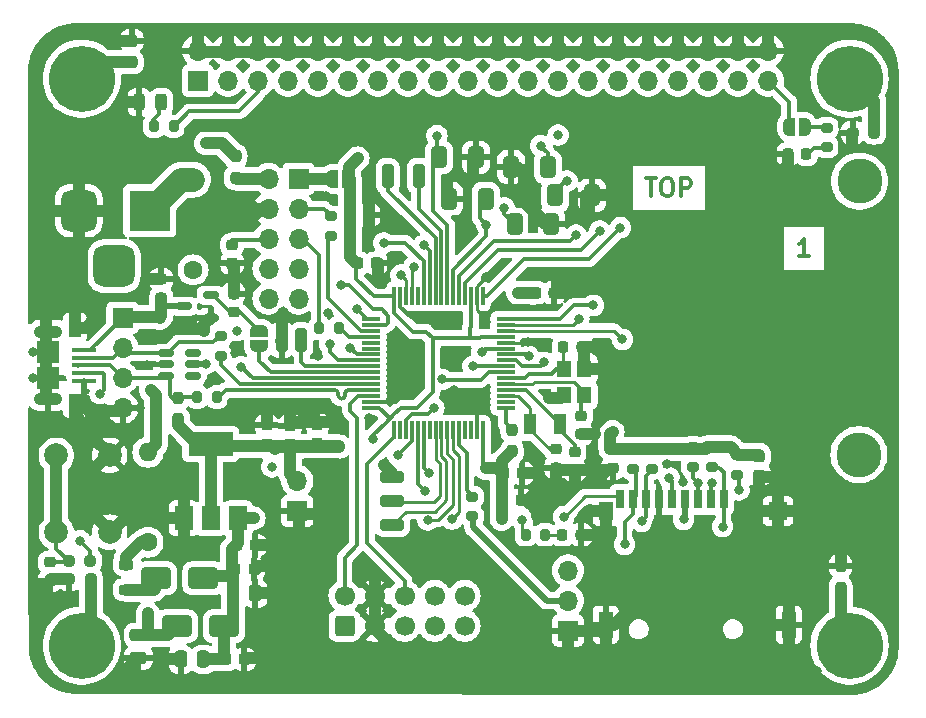
<source format=gtl>
G04 #@! TF.GenerationSoftware,KiCad,Pcbnew,7.0.5-4d25ed1034~172~ubuntu22.04.1*
G04 #@! TF.CreationDate,2023-06-04T18:10:59+03:00*
G04 #@! TF.ProjectId,STM32L475-protoboard,53544d33-324c-4343-9735-2d70726f746f,rev?*
G04 #@! TF.SameCoordinates,Original*
G04 #@! TF.FileFunction,Copper,L1,Top*
G04 #@! TF.FilePolarity,Positive*
%FSLAX46Y46*%
G04 Gerber Fmt 4.6, Leading zero omitted, Abs format (unit mm)*
G04 Created by KiCad (PCBNEW 7.0.5-4d25ed1034~172~ubuntu22.04.1) date 2023-06-04 18:10:59*
%MOMM*%
%LPD*%
G01*
G04 APERTURE LIST*
G04 Aperture macros list*
%AMRoundRect*
0 Rectangle with rounded corners*
0 $1 Rounding radius*
0 $2 $3 $4 $5 $6 $7 $8 $9 X,Y pos of 4 corners*
0 Add a 4 corners polygon primitive as box body*
4,1,4,$2,$3,$4,$5,$6,$7,$8,$9,$2,$3,0*
0 Add four circle primitives for the rounded corners*
1,1,$1+$1,$2,$3*
1,1,$1+$1,$4,$5*
1,1,$1+$1,$6,$7*
1,1,$1+$1,$8,$9*
0 Add four rect primitives between the rounded corners*
20,1,$1+$1,$2,$3,$4,$5,0*
20,1,$1+$1,$4,$5,$6,$7,0*
20,1,$1+$1,$6,$7,$8,$9,0*
20,1,$1+$1,$8,$9,$2,$3,0*%
%AMFreePoly0*
4,1,19,0.500000,-0.750000,0.000000,-0.750000,0.000000,-0.744911,-0.071157,-0.744911,-0.207708,-0.704816,-0.327430,-0.627875,-0.420627,-0.520320,-0.479746,-0.390866,-0.500000,-0.250000,-0.500000,0.250000,-0.479746,0.390866,-0.420627,0.520320,-0.327430,0.627875,-0.207708,0.704816,-0.071157,0.744911,0.000000,0.744911,0.000000,0.750000,0.500000,0.750000,0.500000,-0.750000,0.500000,-0.750000,
$1*%
%AMFreePoly1*
4,1,19,0.000000,0.744911,0.071157,0.744911,0.207708,0.704816,0.327430,0.627875,0.420627,0.520320,0.479746,0.390866,0.500000,0.250000,0.500000,-0.250000,0.479746,-0.390866,0.420627,-0.520320,0.327430,-0.627875,0.207708,-0.704816,0.071157,-0.744911,0.000000,-0.744911,0.000000,-0.750000,-0.500000,-0.750000,-0.500000,0.750000,0.000000,0.750000,0.000000,0.744911,0.000000,0.744911,
$1*%
G04 Aperture macros list end*
%ADD10C,0.300000*%
G04 #@! TA.AperFunction,NonConductor*
%ADD11C,0.300000*%
G04 #@! TD*
G04 #@! TA.AperFunction,SMDPad,CuDef*
%ADD12RoundRect,0.237500X-0.237500X0.250000X-0.237500X-0.250000X0.237500X-0.250000X0.237500X0.250000X0*%
G04 #@! TD*
G04 #@! TA.AperFunction,SMDPad,CuDef*
%ADD13RoundRect,0.225000X-0.250000X0.225000X-0.250000X-0.225000X0.250000X-0.225000X0.250000X0.225000X0*%
G04 #@! TD*
G04 #@! TA.AperFunction,SMDPad,CuDef*
%ADD14RoundRect,0.200000X-0.275000X0.200000X-0.275000X-0.200000X0.275000X-0.200000X0.275000X0.200000X0*%
G04 #@! TD*
G04 #@! TA.AperFunction,SMDPad,CuDef*
%ADD15RoundRect,0.225000X-0.225000X-0.250000X0.225000X-0.250000X0.225000X0.250000X-0.225000X0.250000X0*%
G04 #@! TD*
G04 #@! TA.AperFunction,SMDPad,CuDef*
%ADD16RoundRect,0.250000X0.412500X0.650000X-0.412500X0.650000X-0.412500X-0.650000X0.412500X-0.650000X0*%
G04 #@! TD*
G04 #@! TA.AperFunction,ComponentPad*
%ADD17RoundRect,0.250000X0.600000X-0.600000X0.600000X0.600000X-0.600000X0.600000X-0.600000X-0.600000X0*%
G04 #@! TD*
G04 #@! TA.AperFunction,ComponentPad*
%ADD18C,1.700000*%
G04 #@! TD*
G04 #@! TA.AperFunction,SMDPad,CuDef*
%ADD19RoundRect,0.225000X0.250000X-0.225000X0.250000X0.225000X-0.250000X0.225000X-0.250000X-0.225000X0*%
G04 #@! TD*
G04 #@! TA.AperFunction,SMDPad,CuDef*
%ADD20RoundRect,0.250000X-0.750000X0.250000X-0.750000X-0.250000X0.750000X-0.250000X0.750000X0.250000X0*%
G04 #@! TD*
G04 #@! TA.AperFunction,SMDPad,CuDef*
%ADD21RoundRect,0.250000X0.750000X-0.250000X0.750000X0.250000X-0.750000X0.250000X-0.750000X-0.250000X0*%
G04 #@! TD*
G04 #@! TA.AperFunction,SMDPad,CuDef*
%ADD22RoundRect,0.200000X0.275000X-0.200000X0.275000X0.200000X-0.275000X0.200000X-0.275000X-0.200000X0*%
G04 #@! TD*
G04 #@! TA.AperFunction,SMDPad,CuDef*
%ADD23R,2.100000X0.400000*%
G04 #@! TD*
G04 #@! TA.AperFunction,SMDPad,CuDef*
%ADD24R,1.000000X1.500000*%
G04 #@! TD*
G04 #@! TA.AperFunction,ComponentPad*
%ADD25O,2.400000X1.100000*%
G04 #@! TD*
G04 #@! TA.AperFunction,SMDPad,CuDef*
%ADD26R,1.900000X1.900000*%
G04 #@! TD*
G04 #@! TA.AperFunction,SMDPad,CuDef*
%ADD27R,0.700000X1.600000*%
G04 #@! TD*
G04 #@! TA.AperFunction,SMDPad,CuDef*
%ADD28R,1.200000X1.500000*%
G04 #@! TD*
G04 #@! TA.AperFunction,SMDPad,CuDef*
%ADD29R,1.200000X2.200000*%
G04 #@! TD*
G04 #@! TA.AperFunction,SMDPad,CuDef*
%ADD30R,1.600000X1.500000*%
G04 #@! TD*
G04 #@! TA.AperFunction,SMDPad,CuDef*
%ADD31RoundRect,0.150000X-0.512500X-0.150000X0.512500X-0.150000X0.512500X0.150000X-0.512500X0.150000X0*%
G04 #@! TD*
G04 #@! TA.AperFunction,ComponentPad*
%ADD32C,2.600000*%
G04 #@! TD*
G04 #@! TA.AperFunction,ConnectorPad*
%ADD33C,3.800000*%
G04 #@! TD*
G04 #@! TA.AperFunction,SMDPad,CuDef*
%ADD34RoundRect,0.075000X0.700000X0.075000X-0.700000X0.075000X-0.700000X-0.075000X0.700000X-0.075000X0*%
G04 #@! TD*
G04 #@! TA.AperFunction,SMDPad,CuDef*
%ADD35RoundRect,0.075000X0.075000X0.700000X-0.075000X0.700000X-0.075000X-0.700000X0.075000X-0.700000X0*%
G04 #@! TD*
G04 #@! TA.AperFunction,SMDPad,CuDef*
%ADD36RoundRect,0.250000X-0.412500X-0.650000X0.412500X-0.650000X0.412500X0.650000X-0.412500X0.650000X0*%
G04 #@! TD*
G04 #@! TA.AperFunction,SMDPad,CuDef*
%ADD37RoundRect,0.237500X-0.250000X-0.237500X0.250000X-0.237500X0.250000X0.237500X-0.250000X0.237500X0*%
G04 #@! TD*
G04 #@! TA.AperFunction,SMDPad,CuDef*
%ADD38RoundRect,0.250000X-0.250000X-0.750000X0.250000X-0.750000X0.250000X0.750000X-0.250000X0.750000X0*%
G04 #@! TD*
G04 #@! TA.AperFunction,SMDPad,CuDef*
%ADD39RoundRect,0.218750X0.218750X0.256250X-0.218750X0.256250X-0.218750X-0.256250X0.218750X-0.256250X0*%
G04 #@! TD*
G04 #@! TA.AperFunction,SMDPad,CuDef*
%ADD40R,1.000000X1.800000*%
G04 #@! TD*
G04 #@! TA.AperFunction,ComponentPad*
%ADD41R,1.700000X1.700000*%
G04 #@! TD*
G04 #@! TA.AperFunction,ComponentPad*
%ADD42O,1.700000X1.700000*%
G04 #@! TD*
G04 #@! TA.AperFunction,SMDPad,CuDef*
%ADD43RoundRect,0.225000X0.225000X0.250000X-0.225000X0.250000X-0.225000X-0.250000X0.225000X-0.250000X0*%
G04 #@! TD*
G04 #@! TA.AperFunction,SMDPad,CuDef*
%ADD44RoundRect,0.250000X0.250000X0.750000X-0.250000X0.750000X-0.250000X-0.750000X0.250000X-0.750000X0*%
G04 #@! TD*
G04 #@! TA.AperFunction,ComponentPad*
%ADD45C,3.600000*%
G04 #@! TD*
G04 #@! TA.AperFunction,ConnectorPad*
%ADD46C,5.600000*%
G04 #@! TD*
G04 #@! TA.AperFunction,SMDPad,CuDef*
%ADD47RoundRect,0.250000X-0.250000X-0.475000X0.250000X-0.475000X0.250000X0.475000X-0.250000X0.475000X0*%
G04 #@! TD*
G04 #@! TA.AperFunction,ComponentPad*
%ADD48C,2.000000*%
G04 #@! TD*
G04 #@! TA.AperFunction,SMDPad,CuDef*
%ADD49RoundRect,0.243750X-0.243750X-0.456250X0.243750X-0.456250X0.243750X0.456250X-0.243750X0.456250X0*%
G04 #@! TD*
G04 #@! TA.AperFunction,ComponentPad*
%ADD50C,1.600000*%
G04 #@! TD*
G04 #@! TA.AperFunction,ComponentPad*
%ADD51O,1.600000X1.600000*%
G04 #@! TD*
G04 #@! TA.AperFunction,SMDPad,CuDef*
%ADD52RoundRect,0.250000X1.000000X0.650000X-1.000000X0.650000X-1.000000X-0.650000X1.000000X-0.650000X0*%
G04 #@! TD*
G04 #@! TA.AperFunction,SMDPad,CuDef*
%ADD53FreePoly0,0.000000*%
G04 #@! TD*
G04 #@! TA.AperFunction,SMDPad,CuDef*
%ADD54FreePoly1,0.000000*%
G04 #@! TD*
G04 #@! TA.AperFunction,SMDPad,CuDef*
%ADD55RoundRect,0.250000X-0.475000X0.250000X-0.475000X-0.250000X0.475000X-0.250000X0.475000X0.250000X0*%
G04 #@! TD*
G04 #@! TA.AperFunction,SMDPad,CuDef*
%ADD56FreePoly0,270.000000*%
G04 #@! TD*
G04 #@! TA.AperFunction,SMDPad,CuDef*
%ADD57FreePoly1,270.000000*%
G04 #@! TD*
G04 #@! TA.AperFunction,SMDPad,CuDef*
%ADD58RoundRect,0.200000X-0.200000X-0.275000X0.200000X-0.275000X0.200000X0.275000X-0.200000X0.275000X0*%
G04 #@! TD*
G04 #@! TA.AperFunction,SMDPad,CuDef*
%ADD59RoundRect,0.237500X0.237500X-0.250000X0.237500X0.250000X-0.237500X0.250000X-0.237500X-0.250000X0*%
G04 #@! TD*
G04 #@! TA.AperFunction,SMDPad,CuDef*
%ADD60RoundRect,0.218750X-0.381250X0.218750X-0.381250X-0.218750X0.381250X-0.218750X0.381250X0.218750X0*%
G04 #@! TD*
G04 #@! TA.AperFunction,SMDPad,CuDef*
%ADD61RoundRect,0.250000X0.250000X0.475000X-0.250000X0.475000X-0.250000X-0.475000X0.250000X-0.475000X0*%
G04 #@! TD*
G04 #@! TA.AperFunction,SMDPad,CuDef*
%ADD62RoundRect,0.200000X0.200000X0.275000X-0.200000X0.275000X-0.200000X-0.275000X0.200000X-0.275000X0*%
G04 #@! TD*
G04 #@! TA.AperFunction,ComponentPad*
%ADD63R,3.500000X3.500000*%
G04 #@! TD*
G04 #@! TA.AperFunction,ComponentPad*
%ADD64RoundRect,0.750000X-0.750000X-1.000000X0.750000X-1.000000X0.750000X1.000000X-0.750000X1.000000X0*%
G04 #@! TD*
G04 #@! TA.AperFunction,ComponentPad*
%ADD65RoundRect,0.875000X-0.875000X-0.875000X0.875000X-0.875000X0.875000X0.875000X-0.875000X0.875000X0*%
G04 #@! TD*
G04 #@! TA.AperFunction,SMDPad,CuDef*
%ADD66R,1.500000X2.000000*%
G04 #@! TD*
G04 #@! TA.AperFunction,SMDPad,CuDef*
%ADD67R,3.800000X2.000000*%
G04 #@! TD*
G04 #@! TA.AperFunction,SMDPad,CuDef*
%ADD68RoundRect,0.218750X-0.218750X-0.256250X0.218750X-0.256250X0.218750X0.256250X-0.218750X0.256250X0*%
G04 #@! TD*
G04 #@! TA.AperFunction,SMDPad,CuDef*
%ADD69R,1.200000X1.400000*%
G04 #@! TD*
G04 #@! TA.AperFunction,SMDPad,CuDef*
%ADD70RoundRect,0.150000X0.512500X0.150000X-0.512500X0.150000X-0.512500X-0.150000X0.512500X-0.150000X0*%
G04 #@! TD*
G04 #@! TA.AperFunction,ViaPad*
%ADD71C,0.800000*%
G04 #@! TD*
G04 #@! TA.AperFunction,Conductor*
%ADD72C,1.000000*%
G04 #@! TD*
G04 #@! TA.AperFunction,Conductor*
%ADD73C,0.300000*%
G04 #@! TD*
G04 #@! TA.AperFunction,Conductor*
%ADD74C,0.250000*%
G04 #@! TD*
G04 #@! TA.AperFunction,Conductor*
%ADD75C,0.500000*%
G04 #@! TD*
G04 #@! TA.AperFunction,Conductor*
%ADD76C,2.000000*%
G04 #@! TD*
G04 APERTURE END LIST*
D10*
D11*
X132878572Y-69003328D02*
X132021429Y-69003328D01*
X132450000Y-69003328D02*
X132450000Y-67503328D01*
X132450000Y-67503328D02*
X132307143Y-67717614D01*
X132307143Y-67717614D02*
X132164286Y-67860471D01*
X132164286Y-67860471D02*
X132021429Y-67931900D01*
D10*
D11*
X119085714Y-62403328D02*
X119942857Y-62403328D01*
X119514285Y-63903328D02*
X119514285Y-62403328D01*
X120728571Y-62403328D02*
X121014285Y-62403328D01*
X121014285Y-62403328D02*
X121157142Y-62474757D01*
X121157142Y-62474757D02*
X121299999Y-62617614D01*
X121299999Y-62617614D02*
X121371428Y-62903328D01*
X121371428Y-62903328D02*
X121371428Y-63403328D01*
X121371428Y-63403328D02*
X121299999Y-63689042D01*
X121299999Y-63689042D02*
X121157142Y-63831900D01*
X121157142Y-63831900D02*
X121014285Y-63903328D01*
X121014285Y-63903328D02*
X120728571Y-63903328D01*
X120728571Y-63903328D02*
X120585714Y-63831900D01*
X120585714Y-63831900D02*
X120442856Y-63689042D01*
X120442856Y-63689042D02*
X120371428Y-63403328D01*
X120371428Y-63403328D02*
X120371428Y-62903328D01*
X120371428Y-62903328D02*
X120442856Y-62617614D01*
X120442856Y-62617614D02*
X120585714Y-62474757D01*
X120585714Y-62474757D02*
X120728571Y-62403328D01*
X122014285Y-63903328D02*
X122014285Y-62403328D01*
X122014285Y-62403328D02*
X122585714Y-62403328D01*
X122585714Y-62403328D02*
X122728571Y-62474757D01*
X122728571Y-62474757D02*
X122800000Y-62546185D01*
X122800000Y-62546185D02*
X122871428Y-62689042D01*
X122871428Y-62689042D02*
X122871428Y-62903328D01*
X122871428Y-62903328D02*
X122800000Y-63046185D01*
X122800000Y-63046185D02*
X122728571Y-63117614D01*
X122728571Y-63117614D02*
X122585714Y-63189042D01*
X122585714Y-63189042D02*
X122014285Y-63189042D01*
D12*
X135550000Y-95212500D03*
X135550000Y-97037500D03*
D13*
X86950000Y-83300000D03*
X86950000Y-84850000D03*
D14*
X92360000Y-65610000D03*
X92360000Y-67260000D03*
D15*
X112060000Y-76710000D03*
X113610000Y-76710000D03*
D16*
X104662500Y-60625000D03*
X101537500Y-60625000D03*
D17*
X93550000Y-100275000D03*
D18*
X93550000Y-97735000D03*
X96090000Y-100275000D03*
X96090000Y-97735000D03*
X98630000Y-100275000D03*
X98630000Y-97735000D03*
X101170000Y-100275000D03*
X101170000Y-97735000D03*
X103710000Y-100275000D03*
X103710000Y-97735000D03*
D19*
X91250800Y-84825000D03*
X91250800Y-83275000D03*
D13*
X84150000Y-72150000D03*
X84150000Y-73700000D03*
D20*
X97600000Y-89675000D03*
D21*
X97600000Y-87675000D03*
D22*
X123050000Y-86800000D03*
X123050000Y-85150000D03*
D19*
X84025000Y-69575000D03*
X84025000Y-68025000D03*
D23*
X71510000Y-76925000D03*
X71510000Y-77575000D03*
X71510000Y-78225000D03*
X71510000Y-78875000D03*
X71510000Y-79525000D03*
D24*
X70700000Y-75025000D03*
D25*
X68450000Y-75405000D03*
D26*
X68450000Y-77125000D03*
X68450000Y-79325000D03*
D25*
X68450000Y-81045000D03*
D24*
X70700000Y-81425000D03*
D15*
X94675000Y-69575000D03*
X96225000Y-69575000D03*
D27*
X125650000Y-89575000D03*
X124550000Y-89575000D03*
X123450000Y-89575000D03*
X122350000Y-89575000D03*
X121250000Y-89575000D03*
X120150000Y-89575000D03*
X119050000Y-89575000D03*
X117950000Y-89575000D03*
X116850000Y-89575000D03*
D28*
X115650000Y-90575000D03*
D29*
X115650000Y-100175000D03*
X131150000Y-100175000D03*
D30*
X130250000Y-90575000D03*
D19*
X116250000Y-86950000D03*
X116250000Y-85400000D03*
D31*
X78462500Y-77200000D03*
X78462500Y-78150000D03*
X78462500Y-79100000D03*
X80737500Y-79100000D03*
X80737500Y-78150000D03*
X80737500Y-77200000D03*
D32*
X137100000Y-85775000D03*
D33*
X137100000Y-85775000D03*
D34*
X107175000Y-81805000D03*
X107175000Y-81305000D03*
X107175000Y-80805000D03*
X107175000Y-80305000D03*
X107175000Y-79805000D03*
X107175000Y-79305000D03*
X107175000Y-78805000D03*
X107175000Y-78305000D03*
X107175000Y-77805000D03*
X107175000Y-77305000D03*
X107175000Y-76805000D03*
X107175000Y-76305000D03*
X107175000Y-75805000D03*
X107175000Y-75305000D03*
X107175000Y-74805000D03*
X107175000Y-74305000D03*
D35*
X105250000Y-72380000D03*
X104750000Y-72380000D03*
X104250000Y-72380000D03*
X103750000Y-72380000D03*
X103250000Y-72380000D03*
X102750000Y-72380000D03*
X102250000Y-72380000D03*
X101750000Y-72380000D03*
X101250000Y-72380000D03*
X100750000Y-72380000D03*
X100250000Y-72380000D03*
X99750000Y-72380000D03*
X99250000Y-72380000D03*
X98750000Y-72380000D03*
X98250000Y-72380000D03*
X97750000Y-72380000D03*
D34*
X95825000Y-74305000D03*
X95825000Y-74805000D03*
X95825000Y-75305000D03*
X95825000Y-75805000D03*
X95825000Y-76305000D03*
X95825000Y-76805000D03*
X95825000Y-77305000D03*
X95825000Y-77805000D03*
X95825000Y-78305000D03*
X95825000Y-78805000D03*
X95825000Y-79305000D03*
X95825000Y-79805000D03*
X95825000Y-80305000D03*
X95825000Y-80805000D03*
X95825000Y-81305000D03*
X95825000Y-81805000D03*
D35*
X97750000Y-83730000D03*
X98250000Y-83730000D03*
X98750000Y-83730000D03*
X99250000Y-83730000D03*
X99750000Y-83730000D03*
X100250000Y-83730000D03*
X100750000Y-83730000D03*
X101250000Y-83730000D03*
X101750000Y-83730000D03*
X102250000Y-83730000D03*
X102750000Y-83730000D03*
X103250000Y-83730000D03*
X103750000Y-83730000D03*
X104250000Y-83730000D03*
X104750000Y-83730000D03*
X105250000Y-83730000D03*
D36*
X102387500Y-64125000D03*
X105512500Y-64125000D03*
D37*
X136575000Y-58525000D03*
X138400000Y-58525000D03*
D16*
X114512500Y-63825000D03*
X111387500Y-63825000D03*
D38*
X89900000Y-76075000D03*
D39*
X113575000Y-92575000D03*
X112000000Y-92575000D03*
D19*
X111450000Y-86875000D03*
X111450000Y-85325000D03*
D22*
X124650000Y-86800000D03*
X124650000Y-85150000D03*
D14*
X119550000Y-85337500D03*
X119550000Y-86987500D03*
D40*
X111790000Y-83215000D03*
X109290000Y-83215000D03*
D14*
X83050000Y-75750000D03*
X83050000Y-77400000D03*
D41*
X89650000Y-62425000D03*
D42*
X87110000Y-62425000D03*
X89650000Y-64965000D03*
X87110000Y-64965000D03*
X89650000Y-67505000D03*
X87110000Y-67505000D03*
X89650000Y-70045000D03*
X87110000Y-70045000D03*
X89650000Y-72585000D03*
X87110000Y-72585000D03*
D12*
X75550000Y-50725000D03*
X75550000Y-52550000D03*
D43*
X111265000Y-72085200D03*
X109715000Y-72085200D03*
D44*
X99850000Y-62200000D03*
D15*
X84425000Y-93475000D03*
X85975000Y-93475000D03*
D45*
X71300000Y-101955000D03*
D46*
X71300000Y-101955000D03*
D41*
X89550000Y-90550000D03*
D42*
X89550000Y-88010000D03*
D13*
X78025000Y-70950000D03*
X78025000Y-72500000D03*
D41*
X112475000Y-100675000D03*
D42*
X112475000Y-98135000D03*
X112475000Y-95595000D03*
D37*
X70187500Y-94775000D03*
X72012500Y-94775000D03*
D15*
X84300000Y-95500000D03*
X85850000Y-95500000D03*
D45*
X136300000Y-101955000D03*
D46*
X136300000Y-101955000D03*
D47*
X84100000Y-97525000D03*
X86000000Y-97525000D03*
D48*
X73650000Y-85850000D03*
X73650000Y-92350000D03*
X69150000Y-85850000D03*
X69150000Y-92350000D03*
D19*
X128650000Y-87500000D03*
X128650000Y-85950000D03*
D32*
X137150000Y-62625000D03*
D33*
X137150000Y-62625000D03*
D15*
X107050000Y-87350000D03*
X108600000Y-87350000D03*
D12*
X79450000Y-80962500D03*
X79450000Y-82787500D03*
D36*
X107637500Y-61425000D03*
X110762500Y-61425000D03*
D22*
X126800000Y-87500000D03*
X126800000Y-85850000D03*
D49*
X76166250Y-55945000D03*
X78041250Y-55945000D03*
D43*
X108475000Y-89625000D03*
X106925000Y-89625000D03*
D50*
X80720000Y-70135000D03*
D51*
X80720000Y-62515000D03*
D52*
X83350000Y-100300000D03*
X79350000Y-100300000D03*
D44*
X97200000Y-62200000D03*
D53*
X92500000Y-62450000D03*
D54*
X93800000Y-62450000D03*
D55*
X76100000Y-101075000D03*
X76100000Y-102975000D03*
D20*
X97600000Y-91725000D03*
D56*
X86300000Y-75325000D03*
D57*
X86300000Y-76625000D03*
D58*
X81075000Y-80900000D03*
X82725000Y-80900000D03*
D15*
X83525000Y-103125000D03*
X85075000Y-103125000D03*
D45*
X71300000Y-53955000D03*
D46*
X71300000Y-53955000D03*
D59*
X107725000Y-85512500D03*
X107725000Y-83687500D03*
D53*
X131200000Y-58025000D03*
D54*
X132500000Y-58025000D03*
D58*
X108875000Y-92575000D03*
X110525000Y-92575000D03*
D14*
X134375000Y-58100000D03*
X134375000Y-59750000D03*
D38*
X88250000Y-76075000D03*
D59*
X84325000Y-62350000D03*
X84325000Y-60525000D03*
D60*
X75057000Y-95087500D03*
X75057000Y-97212500D03*
D16*
X111062500Y-66275000D03*
X107937500Y-66275000D03*
D19*
X88950800Y-84875000D03*
X88950800Y-83325000D03*
D22*
X104375000Y-91000000D03*
X104375000Y-89350000D03*
D61*
X81587500Y-103125000D03*
X79687500Y-103125000D03*
D62*
X93075000Y-75075000D03*
X91425000Y-75075000D03*
D41*
X81150000Y-54115000D03*
D42*
X81150000Y-51575000D03*
X83690000Y-54115000D03*
X83690000Y-51575000D03*
X86230000Y-54115000D03*
X86230000Y-51575000D03*
X88770000Y-54115000D03*
X88770000Y-51575000D03*
X91310000Y-54115000D03*
X91310000Y-51575000D03*
X93850000Y-54115000D03*
X93850000Y-51575000D03*
X96390000Y-54115000D03*
X96390000Y-51575000D03*
X98930000Y-54115000D03*
X98930000Y-51575000D03*
X101470000Y-54115000D03*
X101470000Y-51575000D03*
X104010000Y-54115000D03*
X104010000Y-51575000D03*
X106550000Y-54115000D03*
X106550000Y-51575000D03*
X109090000Y-54115000D03*
X109090000Y-51575000D03*
X111630000Y-54115000D03*
X111630000Y-51575000D03*
X114170000Y-54115000D03*
X114170000Y-51575000D03*
X116710000Y-54115000D03*
X116710000Y-51575000D03*
X119250000Y-54115000D03*
X119250000Y-51575000D03*
X121790000Y-54115000D03*
X121790000Y-51575000D03*
X124330000Y-54115000D03*
X124330000Y-51575000D03*
X126870000Y-54115000D03*
X126870000Y-51575000D03*
X129410000Y-54115000D03*
X129410000Y-51575000D03*
D63*
X77050000Y-65125000D03*
D64*
X71050000Y-65125000D03*
D65*
X74050000Y-69825000D03*
D52*
X81578200Y-96240600D03*
X77578200Y-96240600D03*
D50*
X76900000Y-93200000D03*
D51*
X76900000Y-85580000D03*
D66*
X79925000Y-91175000D03*
X82225000Y-91175000D03*
D67*
X82225000Y-84875000D03*
D66*
X84525000Y-91175000D03*
D45*
X136300000Y-53955000D03*
D46*
X136300000Y-53955000D03*
D19*
X113030000Y-87120000D03*
X113030000Y-85570000D03*
D68*
X131075000Y-60350000D03*
X132650000Y-60350000D03*
D69*
X112160000Y-78535000D03*
X112160000Y-80735000D03*
X113860000Y-80735000D03*
X113860000Y-78535000D03*
D19*
X113600000Y-84050000D03*
X113600000Y-82500000D03*
D70*
X82200000Y-74175000D03*
X82200000Y-72275000D03*
X79925000Y-73225000D03*
D13*
X68600000Y-94900000D03*
X68600000Y-96450000D03*
D43*
X95625000Y-65500000D03*
X94075000Y-65500000D03*
D14*
X117950000Y-85350000D03*
X117950000Y-87000000D03*
D41*
X74750000Y-74200000D03*
D42*
X74750000Y-76740000D03*
X74750000Y-79280000D03*
X74750000Y-81820000D03*
D62*
X79075000Y-57975000D03*
X77425000Y-57975000D03*
D37*
X70237500Y-96325000D03*
X72062500Y-96325000D03*
D71*
X67200000Y-79325000D03*
X67200000Y-77125000D03*
X102819200Y-80314800D03*
X109950000Y-87475000D03*
X68300000Y-74025000D03*
X96850000Y-86625000D03*
X109100000Y-49925000D03*
X106450000Y-100875000D03*
X90000000Y-81650000D03*
X139050000Y-74250000D03*
X136050000Y-89775000D03*
X139450000Y-89000000D03*
X125650000Y-93475000D03*
X130925000Y-61425000D03*
X99800000Y-74155000D03*
X83700000Y-49925000D03*
X129550000Y-100175000D03*
X131150000Y-102075000D03*
X84150000Y-71050500D03*
X91950000Y-95175000D03*
X76725000Y-70925000D03*
X79800000Y-71975000D03*
X130250000Y-88875000D03*
X104000000Y-49925000D03*
X114780000Y-84055000D03*
X97950000Y-76525000D03*
X110860000Y-81010000D03*
X135650000Y-67925000D03*
X89950000Y-95175000D03*
X92350000Y-92775000D03*
X124300000Y-49925000D03*
X106550000Y-49925000D03*
X136550000Y-59775000D03*
X131750000Y-90575000D03*
X85330000Y-81875000D03*
X92938600Y-83007200D03*
X79150000Y-93900000D03*
X139425000Y-96825000D03*
X116825000Y-72825000D03*
X116700000Y-49925000D03*
X131150000Y-97975000D03*
X71050000Y-62725000D03*
X105400000Y-74475000D03*
X71050000Y-67725000D03*
X129400000Y-49925000D03*
X88950800Y-81700000D03*
X88350000Y-73825000D03*
X109800000Y-90950000D03*
X114910000Y-78560000D03*
X112950000Y-55605000D03*
X78000000Y-103125000D03*
X111420000Y-88015000D03*
X81650000Y-75275000D03*
X102950000Y-74825000D03*
X84270000Y-77185000D03*
X89700000Y-92375000D03*
X68100000Y-67050000D03*
X91600000Y-89125000D03*
X73450000Y-65125000D03*
X95640000Y-82725000D03*
X114150000Y-49925000D03*
X85450000Y-64475000D03*
X72200000Y-84300000D03*
X97700000Y-79725000D03*
X102200000Y-77675000D03*
X86200000Y-49925000D03*
X118350000Y-65725000D03*
X105240000Y-80855000D03*
X90550000Y-100375000D03*
X95550000Y-95475000D03*
X96380000Y-71005000D03*
X113590000Y-59655000D03*
X90550000Y-102975000D03*
X108950000Y-70575000D03*
X117050000Y-99525000D03*
X117530000Y-77755000D03*
X93450000Y-86625000D03*
X118000000Y-57925000D03*
X125025000Y-66800000D03*
X84360000Y-58505000D03*
X109300000Y-103200000D03*
X128250000Y-90575000D03*
X113750000Y-90975000D03*
X77650000Y-75900000D03*
X68100000Y-65025000D03*
X72450000Y-74250000D03*
X114155000Y-87120000D03*
X95580000Y-66815000D03*
X99500400Y-80376400D03*
X85300000Y-66175000D03*
X91050000Y-90775000D03*
X139050000Y-71075000D03*
X99875000Y-60150000D03*
X74200000Y-50725000D03*
X101500000Y-49925000D03*
X128650000Y-88875000D03*
X106950000Y-69575000D03*
X126850000Y-49925000D03*
X139050000Y-67875000D03*
X67300000Y-87475000D03*
X105520000Y-70735000D03*
X99300000Y-103200000D03*
X76200000Y-81825000D03*
X75100000Y-91000000D03*
X139500000Y-59800000D03*
X87125000Y-93425000D03*
X75400000Y-104175000D03*
X112650000Y-72075000D03*
X114870000Y-76695000D03*
X110475000Y-104425000D03*
X115650000Y-92375000D03*
X91350000Y-49925000D03*
X81150000Y-49925000D03*
X104300000Y-103200000D03*
X87540000Y-81545000D03*
X72200000Y-87200000D03*
X68050000Y-69025000D03*
X115050000Y-87875000D03*
X79925000Y-92825000D03*
X130250000Y-92475000D03*
X113050000Y-88275000D03*
X82100000Y-79695000D03*
X110775000Y-91025000D03*
X68300000Y-83200000D03*
X79100000Y-85425000D03*
X115650000Y-102475000D03*
X70900000Y-82700000D03*
X120850000Y-86575000D03*
X106840000Y-72945000D03*
X103350000Y-66125000D03*
X98950000Y-49925000D03*
X130150000Y-87675000D03*
X79950000Y-59945000D03*
X114550000Y-104450000D03*
X87275000Y-97500000D03*
X118725000Y-72900000D03*
X76850000Y-78200000D03*
X72300000Y-90900000D03*
X97250000Y-101675000D03*
X119250000Y-49925000D03*
X76347800Y-59256800D03*
X118650000Y-93375000D03*
X132475000Y-55825000D03*
X91950000Y-63900000D03*
X106450000Y-96975000D03*
X123750000Y-91675000D03*
X93850000Y-49925000D03*
X104400000Y-62025000D03*
X68300000Y-59400000D03*
X120150000Y-91175000D03*
X95600000Y-61850000D03*
X75200000Y-98975000D03*
X76950000Y-68275000D03*
X88750000Y-49925000D03*
X86500000Y-103025000D03*
X108740000Y-62975000D03*
X99725000Y-77925000D03*
X87249000Y-95199200D03*
X139050000Y-77825000D03*
X114020000Y-65485000D03*
X115950000Y-63825000D03*
X111650000Y-49925000D03*
X68100000Y-62375000D03*
X103960000Y-81285000D03*
X127050000Y-91975000D03*
X70700000Y-73725000D03*
X133525000Y-104125000D03*
X81925000Y-98350000D03*
X71950000Y-82075000D03*
X96400000Y-49925000D03*
X109050000Y-76275000D03*
X77600000Y-50275000D03*
X139025000Y-81375000D03*
X110350000Y-55625000D03*
X127790000Y-77205000D03*
X135600000Y-93875000D03*
X102250000Y-62525000D03*
X67300000Y-90775000D03*
X112900000Y-70517200D03*
X121800000Y-49925000D03*
X133750000Y-50200000D03*
X92180000Y-73775000D03*
X94300000Y-103200000D03*
X114850000Y-70425000D03*
X85850000Y-100400000D03*
X102300000Y-74125000D03*
X125050000Y-78725000D03*
X125470000Y-74245000D03*
X110350000Y-88350000D03*
X67900000Y-97825000D03*
X78250000Y-91190000D03*
X91300000Y-77425000D03*
X79925000Y-89475000D03*
X113500000Y-72075000D03*
X118000000Y-56375000D03*
X82390000Y-82825000D03*
X86750000Y-60025000D03*
X95631000Y-64135000D03*
X122200000Y-88075000D03*
X74762500Y-55935000D03*
X112450000Y-102525000D03*
X103350000Y-77075000D03*
X117175000Y-68300000D03*
X108780000Y-64355000D03*
X87400000Y-86825000D03*
X101780000Y-79415000D03*
X84400000Y-75275000D03*
X71150000Y-93075000D03*
X122250000Y-91275000D03*
X93100000Y-85100000D03*
X105500000Y-86925000D03*
X94650000Y-60700000D03*
X95960000Y-84435000D03*
X116250000Y-83875000D03*
X106840000Y-91215000D03*
X108204000Y-72059800D03*
X100250000Y-68075000D03*
X96860000Y-67855000D03*
X93260000Y-71425000D03*
X77900000Y-74200000D03*
X81788000Y-78105000D03*
X77125000Y-80300000D03*
X125550000Y-91875000D03*
X101110000Y-81855000D03*
X98050000Y-85775000D03*
X124650000Y-88175000D03*
X126950000Y-88775000D03*
X100700000Y-87325000D03*
X123450000Y-88175000D03*
X100350000Y-88875000D03*
X121050000Y-87775000D03*
X94020000Y-76735000D03*
X118700000Y-91425000D03*
X117250000Y-93375000D03*
X92295000Y-76430000D03*
X105560000Y-66305000D03*
X101370000Y-58775000D03*
X72850000Y-80625000D03*
X84790000Y-78335000D03*
X115150000Y-66850000D03*
X113150000Y-67200000D03*
X81810000Y-59435000D03*
X85850000Y-91175000D03*
X114625000Y-73150000D03*
X116900000Y-66575000D03*
X117070000Y-76035000D03*
X113375000Y-74300000D03*
X105160000Y-77055000D03*
X107080000Y-64895000D03*
X109125000Y-77425000D03*
X110170000Y-59625000D03*
X111630000Y-58715000D03*
X110450000Y-77975000D03*
X104420000Y-78305000D03*
X112395000Y-62620000D03*
X94620000Y-73485000D03*
X98310000Y-70575000D03*
X99430000Y-69865000D03*
X112100000Y-91025000D03*
X102650000Y-91250000D03*
X100600000Y-91325000D03*
X108600000Y-91325000D03*
X76875000Y-99225000D03*
D72*
X88250000Y-76075000D02*
X88250000Y-73925000D01*
X87249000Y-95199200D02*
X86325800Y-95199200D01*
X112475000Y-100675000D02*
X115150000Y-100675000D01*
D73*
X104750000Y-83730000D02*
X104750000Y-82075000D01*
X109050000Y-76275000D02*
X109016600Y-76308400D01*
D72*
X88250000Y-76075000D02*
X88200000Y-76125000D01*
X71050000Y-65125000D02*
X73450000Y-65125000D01*
D74*
X105520000Y-70769994D02*
X105520000Y-70735000D01*
D72*
X126850000Y-49925000D02*
X126850000Y-51715000D01*
X136550000Y-59775000D02*
X136550000Y-58550000D01*
X87275000Y-97500000D02*
X86112500Y-97500000D01*
X68725000Y-96325000D02*
X68600000Y-96450000D01*
X67900000Y-97825000D02*
X67900000Y-97150000D01*
X112475000Y-102500000D02*
X112450000Y-102525000D01*
D75*
X84075000Y-72475000D02*
X84150000Y-72400000D01*
D73*
X76850000Y-78200000D02*
X78412500Y-78200000D01*
X97700000Y-81305000D02*
X97703400Y-81308400D01*
D72*
X124300000Y-51705000D02*
X124330000Y-51735000D01*
D73*
X111450200Y-72075000D02*
X111440000Y-72085200D01*
D72*
X98930000Y-51735000D02*
X98930000Y-49945000D01*
X87540000Y-81545000D02*
X86950000Y-82135000D01*
X86325800Y-95199200D02*
X85962800Y-95562200D01*
D73*
X108973400Y-76308400D02*
X108716600Y-76308400D01*
D72*
X84210000Y-70990500D02*
X84210000Y-69935000D01*
X114020000Y-65485000D02*
X114020000Y-65515000D01*
X89006100Y-83007200D02*
X88950800Y-83062500D01*
X73650000Y-92250000D02*
X72300000Y-90900000D01*
X109075000Y-89625000D02*
X110350000Y-88350000D01*
X112475000Y-100675000D02*
X112475000Y-102500000D01*
X79600000Y-103125000D02*
X78000000Y-103125000D01*
X113610000Y-76710000D02*
X114855000Y-76710000D01*
X73650000Y-85850000D02*
X73650000Y-85750000D01*
D74*
X104750000Y-72380000D02*
X104750000Y-71539994D01*
D72*
X83700000Y-51725000D02*
X83690000Y-51735000D01*
X116710000Y-51735000D02*
X116710000Y-49935000D01*
X115805000Y-87120000D02*
X114155000Y-87120000D01*
X71675000Y-75025000D02*
X72450000Y-74250000D01*
X95625000Y-65500000D02*
X95625000Y-66770000D01*
X87750000Y-51735000D02*
X85790000Y-51735000D01*
X109800000Y-90477500D02*
X108947500Y-89625000D01*
X111275200Y-72075000D02*
X111265000Y-72085200D01*
X73650000Y-92350000D02*
X73650000Y-92250000D01*
X108780000Y-62935000D02*
X108780000Y-62042500D01*
X131150000Y-100175000D02*
X129550000Y-100175000D01*
X115650000Y-90575000D02*
X114150000Y-90575000D01*
X114780000Y-84055000D02*
X113605000Y-84055000D01*
X97600000Y-87375000D02*
X96850000Y-86625000D01*
X131150000Y-100175000D02*
X131150000Y-102075000D01*
X73750000Y-92350000D02*
X75100000Y-91000000D01*
X85350000Y-103025000D02*
X86500000Y-103025000D01*
D75*
X71510000Y-79525000D02*
X71510000Y-81635000D01*
D72*
X96090000Y-96015000D02*
X95550000Y-95475000D01*
X113990000Y-65485000D02*
X114020000Y-65485000D01*
X70700000Y-81425000D02*
X71300000Y-81425000D01*
X114170000Y-51735000D02*
X114170000Y-49945000D01*
X96390000Y-51735000D02*
X96390000Y-49935000D01*
X121800000Y-51725000D02*
X121790000Y-51735000D01*
D73*
X76200000Y-81825000D02*
X74755000Y-81825000D01*
D72*
X70237500Y-96325000D02*
X68725000Y-96325000D01*
X93850000Y-49925000D02*
X93850000Y-51735000D01*
X109825000Y-87350000D02*
X108775000Y-87350000D01*
X88750000Y-49925000D02*
X88750000Y-51715000D01*
X86510000Y-64965000D02*
X85300000Y-66175000D01*
X109090000Y-49935000D02*
X109100000Y-49925000D01*
X113050000Y-87140000D02*
X113030000Y-87120000D01*
X95625000Y-65500000D02*
X95625000Y-64141000D01*
X102250000Y-62525000D02*
X102250000Y-63987500D01*
D74*
X105080000Y-73855000D02*
X105690000Y-73855000D01*
D72*
X130250000Y-90575000D02*
X130250000Y-88875000D01*
X75400000Y-104175000D02*
X75400000Y-103675000D01*
X106550000Y-51735000D02*
X106550000Y-49925000D01*
X112650000Y-72075000D02*
X111275200Y-72075000D01*
D73*
X98250000Y-72380000D02*
X98250000Y-73255361D01*
D72*
X71002500Y-82597500D02*
X70900000Y-82700000D01*
X81650000Y-75275000D02*
X81650000Y-74725000D01*
X119250000Y-51735000D02*
X119250000Y-49925000D01*
X130250000Y-90575000D02*
X128250000Y-90575000D01*
X121800000Y-49925000D02*
X121800000Y-51725000D01*
X79925000Y-91175000D02*
X79925000Y-89475000D01*
X109090000Y-51735000D02*
X109090000Y-49935000D01*
X113987500Y-63825000D02*
X113987500Y-65482500D01*
D74*
X104750000Y-73525000D02*
X105080000Y-73855000D01*
D72*
X98930000Y-49945000D02*
X98950000Y-49925000D01*
X129400000Y-49925000D02*
X129400000Y-51725000D01*
X111630000Y-51735000D02*
X111630000Y-49945000D01*
X124300000Y-49925000D02*
X124300000Y-51705000D01*
X86200000Y-49925000D02*
X86200000Y-51705000D01*
X73650000Y-92350000D02*
X73750000Y-92350000D01*
X74495000Y-82075000D02*
X74920000Y-81650000D01*
X85790000Y-51735000D02*
X85750000Y-51775000D01*
X90000000Y-81650000D02*
X91250800Y-82900800D01*
X112900000Y-70517200D02*
X111455200Y-71962000D01*
X126850000Y-51715000D02*
X126870000Y-51735000D01*
D74*
X104750000Y-71539994D02*
X105520000Y-70769994D01*
D72*
X86950000Y-82135000D02*
X86950000Y-83037500D01*
X70700000Y-75025000D02*
X71675000Y-75025000D01*
X75550000Y-50725000D02*
X74200000Y-50725000D01*
X81150000Y-51735000D02*
X129410000Y-51735000D01*
D75*
X84150000Y-72400000D02*
X84150000Y-72150000D01*
D72*
X131075000Y-61275000D02*
X130925000Y-61425000D01*
D75*
X71510000Y-81635000D02*
X71950000Y-82075000D01*
D72*
X114170000Y-49945000D02*
X114150000Y-49925000D01*
X89700000Y-90775000D02*
X91050000Y-90775000D01*
X108780000Y-63015000D02*
X108740000Y-62975000D01*
X73550000Y-85850000D02*
X72200000Y-87200000D01*
X91250800Y-82900800D02*
X91250800Y-83012500D01*
X81650000Y-74725000D02*
X82200000Y-74175000D01*
X129400000Y-51725000D02*
X129410000Y-51735000D01*
D74*
X107175000Y-76305000D02*
X108970000Y-76305000D01*
D72*
X71050000Y-65125000D02*
X71050000Y-67725000D01*
X135550000Y-93925000D02*
X135600000Y-93875000D01*
D74*
X106600000Y-72945000D02*
X106840000Y-72945000D01*
D72*
X115650000Y-90575000D02*
X115650000Y-92375000D01*
X113030000Y-87120000D02*
X111695000Y-87120000D01*
D73*
X104750000Y-82075000D02*
X103960000Y-81285000D01*
D72*
X110537500Y-66112500D02*
X110537500Y-66275000D01*
X113860000Y-78535000D02*
X113860000Y-76960000D01*
X85250000Y-103125000D02*
X85350000Y-103025000D01*
X114855000Y-76710000D02*
X114870000Y-76695000D01*
X130250000Y-90575000D02*
X131750000Y-90575000D01*
X73650000Y-85750000D02*
X72200000Y-84300000D01*
X68300000Y-80895000D02*
X68450000Y-81045000D01*
X114155000Y-87120000D02*
X113030000Y-87120000D01*
X70700000Y-81425000D02*
X70700000Y-82500000D01*
X111450000Y-86875000D02*
X111420000Y-86905000D01*
X135550000Y-95212500D02*
X135550000Y-93925000D01*
X71950000Y-82075000D02*
X74495000Y-82075000D01*
X96390000Y-49935000D02*
X96400000Y-49925000D01*
X96400000Y-70985000D02*
X96380000Y-71005000D01*
X75400000Y-103675000D02*
X76100000Y-102975000D01*
X83700000Y-49925000D02*
X83700000Y-51725000D01*
D73*
X78412500Y-78200000D02*
X78462500Y-78150000D01*
D72*
X111885000Y-81010000D02*
X110860000Y-81010000D01*
X87125000Y-93425000D02*
X87075000Y-93475000D01*
X113050000Y-88275000D02*
X113050000Y-87140000D01*
X101470000Y-51735000D02*
X101470000Y-49955000D01*
X114512500Y-63825000D02*
X115950000Y-63825000D01*
D73*
X74755000Y-81825000D02*
X74750000Y-81820000D01*
D72*
X96400000Y-69575000D02*
X96400000Y-70985000D01*
D74*
X105690000Y-73855000D02*
X106600000Y-72945000D01*
D72*
X96090000Y-100515000D02*
X97250000Y-101675000D01*
X97600000Y-87675000D02*
X97600000Y-87375000D01*
X108947500Y-89625000D02*
X109075000Y-89625000D01*
X73650000Y-85850000D02*
X73550000Y-85850000D01*
X96090000Y-97735000D02*
X96090000Y-96015000D01*
D74*
X104750000Y-72380000D02*
X104750000Y-73525000D01*
D72*
X131075000Y-60350000D02*
X131075000Y-61275000D01*
X87075000Y-93475000D02*
X86150000Y-93475000D01*
X101470000Y-49955000D02*
X101500000Y-49925000D01*
X130250000Y-90575000D02*
X130250000Y-92475000D01*
X136550000Y-58550000D02*
X136575000Y-58525000D01*
X111630000Y-49945000D02*
X111650000Y-49925000D01*
D73*
X97866600Y-81308400D02*
X97703400Y-81308400D01*
D72*
X86200000Y-51705000D02*
X86230000Y-51735000D01*
D73*
X98250000Y-73255361D02*
X99149639Y-74155000D01*
D72*
X128650000Y-87675000D02*
X130150000Y-87675000D01*
X115450000Y-92575000D02*
X115650000Y-92375000D01*
X115150000Y-100675000D02*
X115650000Y-100175000D01*
X67900000Y-97150000D02*
X68600000Y-96450000D01*
X79925000Y-91175000D02*
X78275000Y-91175000D01*
X71050000Y-65125000D02*
X68200000Y-65125000D01*
X114885000Y-78535000D02*
X114435000Y-78535000D01*
X114150000Y-90575000D02*
X113750000Y-90975000D01*
X115650000Y-100175000D02*
X115650000Y-102475000D01*
X109950000Y-87475000D02*
X109825000Y-87350000D01*
X104010000Y-49935000D02*
X104000000Y-49925000D01*
D73*
X97703400Y-81308400D02*
X97366600Y-81308400D01*
X99500400Y-80376400D02*
X98798600Y-80376400D01*
D72*
X74762500Y-55935000D02*
X76156250Y-55935000D01*
X96090000Y-100275000D02*
X96090000Y-100515000D01*
X128650000Y-87675000D02*
X128650000Y-88875000D01*
X71050000Y-62725000D02*
X71050000Y-65125000D01*
X96090000Y-100275000D02*
X96090000Y-97735000D01*
X108780000Y-62042500D02*
X108162500Y-61425000D01*
X76750000Y-70950000D02*
X76725000Y-70925000D01*
X108780000Y-64355000D02*
X108780000Y-63015000D01*
X78025000Y-70950000D02*
X76750000Y-70950000D01*
X113575000Y-92575000D02*
X115450000Y-92575000D01*
X109800000Y-90950000D02*
X109800000Y-90477500D01*
X88950800Y-81700000D02*
X88950800Y-83062500D01*
X85940000Y-64965000D02*
X87110000Y-64965000D01*
D75*
X120150000Y-89575000D02*
X120150000Y-91175000D01*
D72*
X116710000Y-49935000D02*
X116700000Y-49925000D01*
X79925000Y-91175000D02*
X79925000Y-92825000D01*
X115050000Y-87875000D02*
X115805000Y-87120000D01*
X92938600Y-83007200D02*
X89006100Y-83007200D01*
D74*
X113700000Y-78450000D02*
X113600000Y-78350000D01*
D72*
X81150000Y-51735000D02*
X81150000Y-49925000D01*
X71300000Y-81425000D02*
X71950000Y-82075000D01*
X88750000Y-51715000D02*
X88770000Y-51735000D01*
X68300000Y-74025000D02*
X68300000Y-80895000D01*
X91310000Y-51735000D02*
X91310000Y-49965000D01*
X104010000Y-51735000D02*
X104010000Y-49935000D01*
D73*
X71002500Y-79550000D02*
X71535000Y-79550000D01*
D72*
X102250000Y-63987500D02*
X102387500Y-64125000D01*
X84210000Y-69935000D02*
X84025000Y-69750000D01*
D73*
X98798600Y-80376400D02*
X97866600Y-81308400D01*
D72*
X86112500Y-97500000D02*
X86087500Y-97525000D01*
X114020000Y-65515000D02*
X114000000Y-65495000D01*
X70700000Y-82500000D02*
X70900000Y-82700000D01*
X95625000Y-66770000D02*
X95580000Y-66815000D01*
D73*
X95825000Y-81305000D02*
X97700000Y-81305000D01*
D72*
X87110000Y-64965000D02*
X86510000Y-64965000D01*
X88250000Y-73925000D02*
X88350000Y-73825000D01*
X70700000Y-75025000D02*
X70700000Y-73725000D01*
X116400000Y-100175000D02*
X117050000Y-99525000D01*
X113605000Y-84055000D02*
X113600000Y-84050000D01*
X89700000Y-92375000D02*
X89700000Y-90775000D01*
X85450000Y-64475000D02*
X85940000Y-64965000D01*
X91310000Y-49965000D02*
X91350000Y-49925000D01*
X104400000Y-62025000D02*
X104400000Y-60887500D01*
X131150000Y-100175000D02*
X131150000Y-97975000D01*
X95625000Y-64141000D02*
X95631000Y-64135000D01*
X113987500Y-65482500D02*
X113990000Y-65485000D01*
D74*
X108970000Y-76305000D02*
X108973400Y-76308400D01*
D72*
X108780000Y-64355000D02*
X110537500Y-66112500D01*
X108740000Y-62975000D02*
X108780000Y-62935000D01*
X68200000Y-65125000D02*
X68100000Y-65025000D01*
X111420000Y-86905000D02*
X111420000Y-88015000D01*
X111695000Y-87120000D02*
X111450000Y-86875000D01*
X84150000Y-71050500D02*
X84150000Y-72150000D01*
X84150000Y-71050500D02*
X84210000Y-70990500D01*
X115650000Y-100175000D02*
X116400000Y-100175000D01*
D73*
X109016600Y-76308400D02*
X108973400Y-76308400D01*
X99149639Y-74155000D02*
X99800000Y-74155000D01*
X86990000Y-67625000D02*
X87110000Y-67505000D01*
X84000000Y-67625000D02*
X86990000Y-67625000D01*
X101840000Y-79475000D02*
X105070000Y-79475000D01*
X105740000Y-78805000D02*
X107175000Y-78805000D01*
X105070000Y-79475000D02*
X105740000Y-78805000D01*
X72012500Y-93937500D02*
X71150000Y-93075000D01*
X72012500Y-94775000D02*
X72012500Y-93937500D01*
X101780000Y-79415000D02*
X101840000Y-79475000D01*
D72*
X106881600Y-89615900D02*
X106872500Y-89625000D01*
X81050000Y-84875000D02*
X82225000Y-84875000D01*
D73*
X104150000Y-75047000D02*
X104250000Y-74947000D01*
X98296239Y-81808400D02*
X99643200Y-81808400D01*
D72*
X79450000Y-83275000D02*
X81050000Y-84875000D01*
D73*
X100442600Y-75375000D02*
X99360000Y-75375000D01*
X100999000Y-75931400D02*
X100442600Y-75375000D01*
D72*
X108204000Y-72059800D02*
X109514600Y-72059800D01*
X82437500Y-85087500D02*
X82225000Y-84875000D01*
D73*
X80412500Y-56725000D02*
X84625000Y-56725000D01*
X84625000Y-56725000D02*
X86230000Y-55120000D01*
D72*
X124250000Y-85162500D02*
X125537500Y-85162500D01*
X116050000Y-84075000D02*
X116250000Y-83875000D01*
D73*
X104190000Y-75935000D02*
X104150000Y-75895000D01*
D72*
X79450000Y-82787500D02*
X79450000Y-83275000D01*
D73*
X104250000Y-74947000D02*
X104250000Y-72380000D01*
D72*
X94000000Y-62450000D02*
X93950000Y-62400000D01*
X87700000Y-85300000D02*
X87900000Y-85100000D01*
X88950800Y-87410800D02*
X89550000Y-88010000D01*
D73*
X105250000Y-83730000D02*
X105250000Y-86675000D01*
D72*
X93950000Y-61400000D02*
X93950000Y-62400000D01*
X85612500Y-85087500D02*
X82437500Y-85087500D01*
X116050000Y-85300000D02*
X124112500Y-85300000D01*
D73*
X99360000Y-75375000D02*
X97750000Y-73765000D01*
D72*
X93087500Y-85087500D02*
X86235500Y-85087500D01*
D73*
X97039638Y-83065000D02*
X97739819Y-82364819D01*
X97750000Y-72380000D02*
X96005000Y-72380000D01*
D72*
X82225000Y-87425000D02*
X82225000Y-84875000D01*
X105500000Y-86925000D02*
X106450000Y-86925000D01*
X125537500Y-85162500D02*
X125550000Y-85175000D01*
X106875000Y-87350000D02*
X106881600Y-87356600D01*
X106881600Y-87356600D02*
X106881600Y-89615900D01*
X106875000Y-87350000D02*
X106875000Y-86362500D01*
D73*
X95825000Y-81805000D02*
X96480000Y-81805000D01*
X97389819Y-82714819D02*
X97739819Y-82364819D01*
D72*
X82225000Y-89050000D02*
X82225000Y-87425000D01*
D73*
X79162500Y-57975000D02*
X80412500Y-56725000D01*
X94500000Y-70875000D02*
X94500000Y-69575000D01*
X122350000Y-91175000D02*
X122250000Y-91275000D01*
D72*
X116050000Y-85300000D02*
X116050000Y-84075000D01*
D73*
X96480000Y-81805000D02*
X97389819Y-82714819D01*
X106875000Y-86592800D02*
X106875000Y-87350000D01*
D72*
X109514600Y-72059800D02*
X109540000Y-72085200D01*
X94500000Y-69575000D02*
X94000000Y-69075000D01*
D73*
X97020000Y-83065000D02*
X97039638Y-83065000D01*
X100999000Y-80452600D02*
X100999000Y-75931400D01*
D72*
X93100000Y-85100000D02*
X93087500Y-85087500D01*
D73*
X104150000Y-75895000D02*
X104150000Y-75047000D01*
D72*
X82225000Y-91175000D02*
X82225000Y-89050000D01*
X124112500Y-85300000D02*
X124250000Y-85162500D01*
D73*
X106791600Y-86509400D02*
X106875000Y-86592800D01*
D72*
X106872500Y-91182500D02*
X106872500Y-89625000D01*
X88950800Y-85137500D02*
X88950800Y-87410800D01*
D73*
X105140800Y-75805000D02*
X105014400Y-75931400D01*
D72*
X94650000Y-60700000D02*
X93950000Y-61400000D01*
D73*
X97739819Y-82364819D02*
X98296239Y-81808400D01*
X105250000Y-86675000D02*
X105500000Y-86925000D01*
D72*
X94000000Y-69075000D02*
X94000000Y-62450000D01*
D73*
X96005000Y-72380000D02*
X94500000Y-70875000D01*
X107175000Y-75805000D02*
X105140800Y-75805000D01*
D72*
X125562500Y-85162500D02*
X126237500Y-85162500D01*
X106840000Y-91215000D02*
X106872500Y-91182500D01*
D75*
X122350000Y-89575000D02*
X122350000Y-91175000D01*
D72*
X87900000Y-85100000D02*
X93100000Y-85100000D01*
X125550000Y-85175000D02*
X125562500Y-85162500D01*
D73*
X99643200Y-81808400D02*
X100999000Y-80452600D01*
X86230000Y-55120000D02*
X86230000Y-54115000D01*
X105014400Y-75931400D02*
X100999000Y-75931400D01*
D72*
X86235500Y-85087500D02*
X85612500Y-85087500D01*
X126237500Y-85162500D02*
X126850000Y-85775000D01*
X128650000Y-85775000D02*
X126850000Y-85775000D01*
X106875000Y-86362500D02*
X107725000Y-85512500D01*
D73*
X95960000Y-84125000D02*
X97020000Y-83065000D01*
X97750000Y-73765000D02*
X97750000Y-72380000D01*
D72*
X106450000Y-86925000D02*
X106875000Y-87350000D01*
D73*
X95960000Y-84435000D02*
X95960000Y-84125000D01*
X100250000Y-68075000D02*
X100750000Y-68575000D01*
X100750000Y-68575000D02*
X100750000Y-72380000D01*
X98680000Y-67855000D02*
X100250000Y-69425000D01*
X100250000Y-69425000D02*
X100250000Y-72380000D01*
X96860000Y-67855000D02*
X98680000Y-67855000D01*
X97230000Y-74645000D02*
X97070000Y-74805000D01*
X97070000Y-74805000D02*
X95825000Y-74805000D01*
X96700000Y-73495000D02*
X97230000Y-74025000D01*
X97230000Y-74025000D02*
X97230000Y-74645000D01*
X93900000Y-71425000D02*
X95970000Y-73495000D01*
X93260000Y-71425000D02*
X93900000Y-71425000D01*
X95970000Y-73495000D02*
X96700000Y-73495000D01*
X95825000Y-75305000D02*
X94949639Y-75305000D01*
X94949639Y-75305000D02*
X92170000Y-72525361D01*
X92170000Y-72525361D02*
X92170000Y-67537500D01*
X92170000Y-67537500D02*
X92360000Y-67347500D01*
X91380000Y-75032500D02*
X91380000Y-68855000D01*
X91380000Y-68855000D02*
X90030000Y-67505000D01*
X90030000Y-67505000D02*
X89650000Y-67505000D01*
X94010000Y-82085000D02*
X94010000Y-81465000D01*
X94010000Y-81465000D02*
X94666600Y-80808400D01*
X94949640Y-80805000D02*
X95825000Y-80805000D01*
X94620000Y-93455000D02*
X94620000Y-82695000D01*
X93550000Y-97735000D02*
X93550000Y-94525000D01*
X94666600Y-80808400D02*
X94946240Y-80808400D01*
X94946240Y-80808400D02*
X94949640Y-80805000D01*
X94620000Y-82695000D02*
X94010000Y-82085000D01*
X93550000Y-94525000D02*
X94620000Y-93455000D01*
X95450000Y-86575000D02*
X95450000Y-93275000D01*
X98630000Y-96455000D02*
X98630000Y-97735000D01*
X95450000Y-93275000D02*
X98630000Y-96455000D01*
X97750000Y-84275000D02*
X95450000Y-86575000D01*
X97750000Y-83730000D02*
X97750000Y-84275000D01*
D74*
X109450000Y-79805000D02*
X109640000Y-79615000D01*
X112989022Y-79615000D02*
X113860000Y-80485978D01*
D73*
X113860000Y-80735000D02*
X113600000Y-80995000D01*
X113600000Y-80995000D02*
X113600000Y-82500000D01*
D74*
X109640000Y-79615000D02*
X112989022Y-79615000D01*
X107175000Y-79805000D02*
X109450000Y-79805000D01*
X113860000Y-80485978D02*
X113860000Y-80735000D01*
D73*
X111070459Y-78934511D02*
X111469970Y-78535000D01*
D74*
X112060000Y-78435000D02*
X112060000Y-76710000D01*
D73*
X109160489Y-78934511D02*
X111070459Y-78934511D01*
X111469970Y-78535000D02*
X112160000Y-78535000D01*
X107175000Y-79305000D02*
X108790000Y-79305000D01*
X108790000Y-79305000D02*
X109160489Y-78934511D01*
D74*
X109290000Y-83690000D02*
X110925000Y-85325000D01*
X109290000Y-81840000D02*
X109290000Y-83215000D01*
X107175000Y-80805000D02*
X108255000Y-80805000D01*
X110925000Y-85325000D02*
X111450000Y-85325000D01*
X109290000Y-83215000D02*
X109290000Y-83690000D01*
X108255000Y-80805000D02*
X109290000Y-81840000D01*
D73*
X113030000Y-85570000D02*
X113030000Y-84935000D01*
X108880000Y-80305000D02*
X111925000Y-83350000D01*
X113030000Y-84935000D02*
X111790000Y-83695000D01*
X107175000Y-80305000D02*
X108880000Y-80305000D01*
X111790000Y-83695000D02*
X111790000Y-83215000D01*
D72*
X77387500Y-97212500D02*
X77578200Y-97021800D01*
X75057000Y-97212500D02*
X77387500Y-97212500D01*
X77578200Y-97021800D02*
X77578200Y-96240600D01*
D73*
X77337500Y-57975000D02*
X77337500Y-57465000D01*
X77857500Y-56945000D02*
X77857500Y-56675000D01*
X77337500Y-57465000D02*
X77857500Y-56945000D01*
X133312500Y-59837500D02*
X132800000Y-60350000D01*
X134375000Y-59837500D02*
X133312500Y-59837500D01*
X91802500Y-64965000D02*
X92360000Y-65522500D01*
X89650000Y-64965000D02*
X91802500Y-64965000D01*
D75*
X104450000Y-91162500D02*
X104375000Y-91087500D01*
X112475000Y-98135000D02*
X110660000Y-98135000D01*
X104450000Y-91925000D02*
X104450000Y-91162500D01*
X110660000Y-98135000D02*
X104450000Y-91925000D01*
D74*
X97750000Y-89825000D02*
X97600000Y-89675000D01*
X101625000Y-86550000D02*
X101625000Y-89325000D01*
X101250000Y-86175000D02*
X101625000Y-86550000D01*
X101250000Y-83730000D02*
X101250000Y-86175000D01*
X101625000Y-89325000D02*
X101125000Y-89825000D01*
X101125000Y-89825000D02*
X97750000Y-89825000D01*
X101750000Y-85875000D02*
X101750000Y-83730000D01*
X101225000Y-90600000D02*
X102175000Y-89650000D01*
X97800000Y-91525000D02*
X98725000Y-90600000D01*
X98725000Y-90600000D02*
X101225000Y-90600000D01*
X102175000Y-86300000D02*
X101750000Y-85875000D01*
X102175000Y-89650000D02*
X102175000Y-86300000D01*
D72*
X72062500Y-96325000D02*
X72062500Y-101192500D01*
X72062500Y-101192500D02*
X71300000Y-101955000D01*
X72555000Y-52550000D02*
X71150000Y-53955000D01*
X75550000Y-52550000D02*
X72555000Y-52550000D01*
D75*
X79925000Y-73225000D02*
X78025000Y-73225000D01*
D73*
X72025000Y-76925000D02*
X74750000Y-74200000D01*
D72*
X78025000Y-74075000D02*
X77900000Y-74200000D01*
D73*
X71027500Y-76925000D02*
X72025000Y-76925000D01*
D72*
X77900000Y-74200000D02*
X77850489Y-74150489D01*
D75*
X81850000Y-78150000D02*
X80737500Y-78150000D01*
D72*
X78025000Y-72500000D02*
X78025000Y-73225000D01*
D73*
X71002500Y-76950000D02*
X71027500Y-76925000D01*
D72*
X77600000Y-84880000D02*
X76900000Y-85580000D01*
X77125000Y-80300000D02*
X77600000Y-80775000D01*
X78025000Y-73225000D02*
X78025000Y-74075000D01*
X77850489Y-74150489D02*
X74799511Y-74150489D01*
X77600000Y-80775000D02*
X77600000Y-84880000D01*
D76*
X80720000Y-62515000D02*
X79660000Y-62515000D01*
X79660000Y-62515000D02*
X77050000Y-65125000D01*
D72*
X76900000Y-93200000D02*
X76345000Y-93200000D01*
X76345000Y-93200000D02*
X75057000Y-94488000D01*
X75057000Y-94488000D02*
X75057000Y-95087500D01*
D73*
X71002500Y-77600000D02*
X71027500Y-77575000D01*
X82437500Y-76275000D02*
X83050000Y-75662500D01*
X78462500Y-77200000D02*
X78575000Y-77200000D01*
X75210000Y-77200000D02*
X78462500Y-77200000D01*
X78575000Y-77200000D02*
X79500000Y-76275000D01*
X73915000Y-77575000D02*
X74750000Y-76740000D01*
X74750000Y-76740000D02*
X75210000Y-77200000D01*
X71027500Y-77575000D02*
X73915000Y-77575000D01*
X79500000Y-76275000D02*
X82437500Y-76275000D01*
X73695000Y-78225000D02*
X74750000Y-79280000D01*
X78750000Y-80737500D02*
X78975000Y-80962500D01*
X78750000Y-79387500D02*
X78750000Y-80737500D01*
X71027500Y-78225000D02*
X73695000Y-78225000D01*
X74750000Y-79280000D02*
X78282500Y-79280000D01*
X78750000Y-80737500D02*
X78912500Y-80900000D01*
X78912500Y-80900000D02*
X80900000Y-80900000D01*
X71002500Y-78250000D02*
X71027500Y-78225000D01*
X78975000Y-80962500D02*
X79450000Y-80962500D01*
X78282500Y-79280000D02*
X78462500Y-79100000D01*
X78462500Y-79100000D02*
X78750000Y-79387500D01*
X83491600Y-80308400D02*
X82900000Y-80900000D01*
X94739133Y-80308400D02*
X93900000Y-80308400D01*
X93600000Y-80608400D02*
X93600000Y-80749038D01*
X94742533Y-80305000D02*
X94739133Y-80308400D01*
X93000000Y-80749038D02*
X93000000Y-80608400D01*
X92700000Y-80308400D02*
X87250000Y-80308400D01*
X95825000Y-80305000D02*
X94742533Y-80305000D01*
X87250000Y-80308400D02*
X83491600Y-80308400D01*
X93300000Y-81049000D02*
G75*
G03*
X93600000Y-80749038I0J300000D01*
G01*
X92999962Y-80749038D02*
G75*
G03*
X93300000Y-81049038I300038J38D01*
G01*
X93000000Y-80608400D02*
G75*
G03*
X92700000Y-80308400I-300000J0D01*
G01*
X93900000Y-80308400D02*
G75*
G03*
X93600000Y-80608400I0J-300000D01*
G01*
X83050000Y-78175000D02*
X83050000Y-77487500D01*
X84680000Y-79805000D02*
X83050000Y-78175000D01*
X95825000Y-79805000D02*
X84680000Y-79805000D01*
X99269639Y-82335000D02*
X98750000Y-82854639D01*
X125650000Y-91775000D02*
X125550000Y-91875000D01*
X125650000Y-89575000D02*
X125650000Y-91775000D01*
X98750000Y-82854639D02*
X98750000Y-83730000D01*
X100630000Y-82335000D02*
X99269639Y-82335000D01*
X124650000Y-86887500D02*
X125262500Y-86887500D01*
X125650000Y-87275000D02*
X125650000Y-89575000D01*
X125262500Y-86887500D02*
X125650000Y-87275000D01*
X101110000Y-81855000D02*
X100630000Y-82335000D01*
X98050000Y-85775000D02*
X98080361Y-85775000D01*
X126950000Y-88775000D02*
X126950000Y-87737500D01*
X98080361Y-85775000D02*
X99250000Y-84605361D01*
X126950000Y-87737500D02*
X126800000Y-87587500D01*
X124550000Y-88275000D02*
X124550000Y-89575000D01*
X99250000Y-84605361D02*
X99250000Y-83730000D01*
X124650000Y-88175000D02*
X124550000Y-88275000D01*
X100700000Y-87325000D02*
X100250000Y-86875000D01*
X123450000Y-88175000D02*
X123450000Y-89575000D01*
X123050000Y-86887500D02*
X123050000Y-87775000D01*
X100250000Y-86875000D02*
X100250000Y-83730000D01*
X123050000Y-87775000D02*
X123450000Y-88175000D01*
X99750000Y-88275000D02*
X99750000Y-83730000D01*
X121250000Y-89575000D02*
X121250000Y-87975000D01*
X100350000Y-88875000D02*
X99750000Y-88275000D01*
X121250000Y-87975000D02*
X121050000Y-87775000D01*
X94590000Y-77305000D02*
X95825000Y-77305000D01*
X118700000Y-91425000D02*
X119050000Y-91075000D01*
X119050000Y-87575000D02*
X119050000Y-89575000D01*
X119550000Y-87075000D02*
X119050000Y-87575000D01*
X119050000Y-91075000D02*
X119050000Y-89575000D01*
X94020000Y-76735000D02*
X94590000Y-77305000D01*
X92295000Y-77120000D02*
X92980000Y-77805000D01*
X118250000Y-87387500D02*
X118250000Y-89275000D01*
X117950000Y-89575000D02*
X117950000Y-90775000D01*
X117250000Y-91475000D02*
X117250000Y-93375000D01*
X118250000Y-89275000D02*
X117950000Y-89575000D01*
X117950000Y-90775000D02*
X117250000Y-91475000D01*
X117950000Y-87087500D02*
X118250000Y-87387500D01*
X92295000Y-76430000D02*
X92295000Y-77120000D01*
X92980000Y-77805000D02*
X95825000Y-77805000D01*
X132500000Y-58025000D02*
X134362500Y-58025000D01*
X103875000Y-88762500D02*
X104375000Y-89262500D01*
X103250000Y-85006250D02*
X103875000Y-85631250D01*
X103250000Y-83730000D02*
X103250000Y-85006250D01*
X103875000Y-85631250D02*
X103875000Y-88762500D01*
X93892500Y-75805000D02*
X93162500Y-75075000D01*
X95825000Y-75805000D02*
X93892500Y-75805000D01*
X69150000Y-92350000D02*
X69150000Y-93737500D01*
X69150000Y-93737500D02*
X70187500Y-94775000D01*
X70187500Y-94775000D02*
X70062500Y-94900000D01*
D72*
X69150000Y-85850000D02*
X69150000Y-92350000D01*
D73*
X70062500Y-94900000D02*
X68600000Y-94900000D01*
D72*
X138400000Y-55805000D02*
X136550000Y-53955000D01*
X138400000Y-58525000D02*
X138400000Y-55805000D01*
D73*
X105560000Y-66305000D02*
X105560000Y-67315000D01*
X102750000Y-70125000D02*
X102750000Y-72380000D01*
X104987500Y-65732500D02*
X105560000Y-66305000D01*
X105560000Y-67315000D02*
X102750000Y-70125000D01*
X104987500Y-64175000D02*
X104987500Y-65732500D01*
X101050000Y-65175000D02*
X102250480Y-66375480D01*
X101537500Y-60625000D02*
X101050000Y-61112500D01*
X102250480Y-66375480D02*
X102250480Y-72575000D01*
X101370000Y-60457500D02*
X101537500Y-60625000D01*
X101370000Y-58775000D02*
X101370000Y-60457500D01*
X101050000Y-61112500D02*
X101050000Y-65175000D01*
X85760000Y-79305000D02*
X95825000Y-79305000D01*
X73200000Y-80275000D02*
X73200000Y-78975000D01*
X73200000Y-78975000D02*
X73125000Y-78900000D01*
X84790000Y-78335000D02*
X85760000Y-79305000D01*
X72850000Y-80625000D02*
X73200000Y-80275000D01*
X73125000Y-78900000D02*
X71002500Y-78900000D01*
X86300000Y-77825000D02*
X87280000Y-78805000D01*
X86300000Y-76625000D02*
X86300000Y-77825000D01*
X87280000Y-78805000D02*
X95825000Y-78805000D01*
X113525000Y-68475000D02*
X106570000Y-68475000D01*
X103750000Y-71295000D02*
X103750000Y-72380000D01*
X115150000Y-66850000D02*
X113525000Y-68475000D01*
X106570000Y-68475000D02*
X103750000Y-71295000D01*
X106195000Y-67700000D02*
X103250000Y-70645000D01*
X113150000Y-67200000D02*
X113150000Y-67225000D01*
X112675000Y-67700000D02*
X106195000Y-67700000D01*
X103250000Y-70645000D02*
X103250000Y-72380000D01*
X113150000Y-67225000D02*
X112675000Y-67700000D01*
D72*
X135600000Y-99500000D02*
X136150000Y-100050000D01*
X135550000Y-97037500D02*
X135600000Y-97087500D01*
X135600000Y-97087500D02*
X135600000Y-99500000D01*
X84125000Y-95500000D02*
X84114600Y-95510400D01*
X84290000Y-60525000D02*
X84325000Y-60525000D01*
X81578200Y-96240600D02*
X81743800Y-96075000D01*
X83350000Y-103125000D02*
X83350000Y-100300000D01*
X83200000Y-59435000D02*
X84290000Y-60525000D01*
X84023200Y-96075000D02*
X84023200Y-93751800D01*
X84525000Y-93250000D02*
X84525000Y-91175000D01*
X84114600Y-95510400D02*
X84114600Y-99535400D01*
X81743800Y-96075000D02*
X84023200Y-96075000D01*
X84525000Y-91175000D02*
X85850000Y-91175000D01*
X84114600Y-99535400D02*
X83350000Y-100300000D01*
X81810000Y-59435000D02*
X83200000Y-59435000D01*
X84023200Y-93751800D02*
X84525000Y-93250000D01*
X81675000Y-103125000D02*
X83350000Y-103125000D01*
D73*
X112975000Y-73150000D02*
X111820000Y-74305000D01*
X111820000Y-74305000D02*
X107175000Y-74305000D01*
X114625000Y-73150000D02*
X112975000Y-73150000D01*
X116900000Y-66575000D02*
X114225000Y-69250000D01*
X105605000Y-72380000D02*
X105250000Y-72380000D01*
X114225000Y-69250000D02*
X108735000Y-69250000D01*
X108735000Y-69250000D02*
X105605000Y-72380000D01*
X131200000Y-58025000D02*
X131200000Y-55905000D01*
D74*
X117070000Y-76035000D02*
X116340000Y-75305000D01*
X116340000Y-75305000D02*
X107175000Y-75305000D01*
D73*
X131200000Y-55905000D02*
X129410000Y-54115000D01*
D74*
X112880000Y-74805000D02*
X107175000Y-74805000D01*
X113375000Y-74300000D02*
X113375000Y-74310000D01*
X113375000Y-74310000D02*
X112880000Y-74805000D01*
D73*
X105410000Y-76805000D02*
X105160000Y-77055000D01*
X107080000Y-65417500D02*
X107080000Y-64895000D01*
X107937500Y-66275000D02*
X107080000Y-65417500D01*
X107175000Y-76805000D02*
X105410000Y-76805000D01*
X109125000Y-77425000D02*
X109200000Y-77425000D01*
X107175000Y-77305000D02*
X109080000Y-77305000D01*
X109080000Y-77305000D02*
X109125000Y-77350000D01*
X109125000Y-77350000D02*
X109125000Y-77425000D01*
X110762500Y-60900000D02*
X110762500Y-60277500D01*
X110762500Y-60277500D02*
X110210000Y-59725000D01*
X109200000Y-77425000D02*
X109175000Y-77400000D01*
X110450000Y-77975000D02*
X110150000Y-78275000D01*
X110150000Y-78275000D02*
X108550000Y-78275000D01*
X108080000Y-77805000D02*
X107175000Y-77805000D01*
X108550000Y-78275000D02*
X108080000Y-77805000D01*
X107175000Y-78305000D02*
X104420000Y-78305000D01*
X112285000Y-62620000D02*
X112160000Y-62745000D01*
X112270000Y-62745000D02*
X112395000Y-62620000D01*
X112395000Y-62620000D02*
X112285000Y-62620000D01*
X111912500Y-63825000D02*
X111912500Y-62992500D01*
X112160000Y-62745000D02*
X112270000Y-62745000D01*
X111912500Y-62992500D02*
X112160000Y-62745000D01*
D74*
X95825000Y-74305000D02*
X95440000Y-74305000D01*
X95440000Y-74305000D02*
X94620000Y-73485000D01*
X98750000Y-71015000D02*
X98310000Y-70575000D01*
X98750000Y-72380000D02*
X98750000Y-71015000D01*
X99250000Y-70045000D02*
X99430000Y-69865000D01*
X99250000Y-72380000D02*
X99250000Y-70045000D01*
D73*
X101750000Y-66875000D02*
X99850000Y-64975000D01*
X101750000Y-72380000D02*
X101750000Y-66875000D01*
X99850000Y-64975000D02*
X99850000Y-62200000D01*
X101250000Y-72380000D02*
X101250000Y-67475000D01*
X97200000Y-63425000D02*
X97200000Y-62200000D01*
X101250000Y-67475000D02*
X97200000Y-63425000D01*
D74*
X112200000Y-91025000D02*
X112100000Y-91025000D01*
X102750000Y-83730000D02*
X102750000Y-85400000D01*
X103225000Y-90650000D02*
X102650000Y-91225000D01*
X116600000Y-89325000D02*
X113900000Y-89325000D01*
X102650000Y-91225000D02*
X102650000Y-91250000D01*
X112100000Y-91125000D02*
X112200000Y-91025000D01*
X102750000Y-85400000D02*
X103225000Y-85875000D01*
X102625000Y-91250000D02*
X102650000Y-91225000D01*
X116850000Y-89575000D02*
X116600000Y-89325000D01*
X112100000Y-91025000D02*
X112100000Y-91125000D01*
X113900000Y-89325000D02*
X112200000Y-91025000D01*
X103225000Y-85875000D02*
X103225000Y-90650000D01*
X102650000Y-91250000D02*
X102625000Y-91250000D01*
X111850000Y-92575000D02*
X110612500Y-92575000D01*
X102250000Y-83730000D02*
X102250000Y-85738604D01*
X101425000Y-91300000D02*
X100600000Y-91325000D01*
X102700000Y-86188604D02*
X102700000Y-90025000D01*
X108787500Y-92575000D02*
X108600000Y-92387500D01*
X108600000Y-92387500D02*
X108600000Y-91325000D01*
X102700000Y-90025000D02*
X101425000Y-91300000D01*
X102250000Y-85738604D02*
X102700000Y-86188604D01*
D73*
X107175000Y-83137500D02*
X107725000Y-83687500D01*
X107175000Y-81805000D02*
X107175000Y-83137500D01*
X89900000Y-77975000D02*
X90230000Y-78305000D01*
X89900000Y-76075000D02*
X89900000Y-77975000D01*
X90230000Y-78305000D02*
X95825000Y-78305000D01*
X86300000Y-75275000D02*
X84725000Y-73700000D01*
X82400000Y-72275000D02*
X83825000Y-73700000D01*
X84725000Y-73700000D02*
X84150000Y-73700000D01*
X82200000Y-72275000D02*
X82400000Y-72275000D01*
X83825000Y-73700000D02*
X84150000Y-73700000D01*
X86300000Y-75325000D02*
X86300000Y-75275000D01*
D72*
X76100000Y-101075000D02*
X76900000Y-101075000D01*
X76900000Y-101075000D02*
X76900000Y-99250000D01*
X76900000Y-99250000D02*
X76875000Y-99225000D01*
X76900000Y-101075000D02*
X78575000Y-101075000D01*
X78575000Y-101075000D02*
X79350000Y-100300000D01*
X89650000Y-62425000D02*
X92275000Y-62425000D01*
X92275000Y-62425000D02*
X92300000Y-62400000D01*
X87110000Y-62425000D02*
X84400000Y-62425000D01*
X84400000Y-62425000D02*
X84325000Y-62350000D01*
G04 #@! TA.AperFunction,Conductor*
G36*
X85043226Y-52249754D02*
G01*
X85065483Y-52275441D01*
X85154672Y-52411955D01*
X85307097Y-52577534D01*
X85484698Y-52715767D01*
X85484704Y-52715771D01*
X85518207Y-52733902D01*
X85568597Y-52783915D01*
X85583949Y-52853232D01*
X85559388Y-52919845D01*
X85518207Y-52955528D01*
X85484430Y-52973807D01*
X85484424Y-52973811D01*
X85306762Y-53112091D01*
X85154279Y-53277729D01*
X85065483Y-53413643D01*
X85011479Y-53459731D01*
X84941131Y-53469306D01*
X84876774Y-53439329D01*
X84854517Y-53413643D01*
X84765720Y-53277729D01*
X84613237Y-53112091D01*
X84493367Y-53018792D01*
X84435576Y-52973811D01*
X84401792Y-52955528D01*
X84351402Y-52905516D01*
X84336050Y-52836199D01*
X84360610Y-52769586D01*
X84401793Y-52733901D01*
X84435300Y-52715767D01*
X84435301Y-52715767D01*
X84612902Y-52577534D01*
X84765327Y-52411955D01*
X84854517Y-52275441D01*
X84908521Y-52229352D01*
X84978868Y-52219777D01*
X85043226Y-52249754D01*
G37*
G04 #@! TD.AperFunction*
G04 #@! TA.AperFunction,Conductor*
G36*
X87583226Y-52249754D02*
G01*
X87605483Y-52275441D01*
X87694672Y-52411955D01*
X87847097Y-52577534D01*
X88024698Y-52715767D01*
X88024704Y-52715771D01*
X88058207Y-52733902D01*
X88108597Y-52783915D01*
X88123949Y-52853232D01*
X88099388Y-52919845D01*
X88058207Y-52955528D01*
X88024430Y-52973807D01*
X88024424Y-52973811D01*
X87846762Y-53112091D01*
X87694279Y-53277729D01*
X87605483Y-53413643D01*
X87551479Y-53459731D01*
X87481131Y-53469306D01*
X87416774Y-53439329D01*
X87394517Y-53413643D01*
X87305720Y-53277729D01*
X87153237Y-53112091D01*
X87033367Y-53018792D01*
X86975576Y-52973811D01*
X86941792Y-52955528D01*
X86891402Y-52905516D01*
X86876050Y-52836199D01*
X86900610Y-52769586D01*
X86941793Y-52733901D01*
X86975300Y-52715767D01*
X86975301Y-52715767D01*
X87152902Y-52577534D01*
X87305327Y-52411955D01*
X87394517Y-52275441D01*
X87448521Y-52229352D01*
X87518868Y-52219777D01*
X87583226Y-52249754D01*
G37*
G04 #@! TD.AperFunction*
G04 #@! TA.AperFunction,Conductor*
G36*
X90123224Y-52249754D02*
G01*
X90145482Y-52275440D01*
X90234674Y-52411957D01*
X90387097Y-52577534D01*
X90564698Y-52715767D01*
X90564704Y-52715771D01*
X90598207Y-52733902D01*
X90648597Y-52783915D01*
X90663949Y-52853232D01*
X90639388Y-52919845D01*
X90598207Y-52955528D01*
X90564430Y-52973807D01*
X90564424Y-52973811D01*
X90386762Y-53112091D01*
X90234279Y-53277729D01*
X90145483Y-53413643D01*
X90091479Y-53459731D01*
X90021131Y-53469306D01*
X89956774Y-53439329D01*
X89934517Y-53413643D01*
X89845720Y-53277729D01*
X89693237Y-53112091D01*
X89573367Y-53018792D01*
X89515576Y-52973811D01*
X89481792Y-52955528D01*
X89431402Y-52905516D01*
X89416050Y-52836199D01*
X89440610Y-52769586D01*
X89481793Y-52733901D01*
X89515300Y-52715767D01*
X89515301Y-52715767D01*
X89692902Y-52577534D01*
X89845327Y-52411955D01*
X89934516Y-52275441D01*
X89988519Y-52229353D01*
X90058867Y-52219777D01*
X90123224Y-52249754D01*
G37*
G04 #@! TD.AperFunction*
G04 #@! TA.AperFunction,Conductor*
G36*
X92663226Y-52249754D02*
G01*
X92685483Y-52275441D01*
X92774672Y-52411955D01*
X92927097Y-52577534D01*
X93104698Y-52715767D01*
X93104704Y-52715771D01*
X93138207Y-52733902D01*
X93188597Y-52783915D01*
X93203949Y-52853232D01*
X93179388Y-52919845D01*
X93138207Y-52955528D01*
X93104430Y-52973807D01*
X93104424Y-52973811D01*
X92926762Y-53112091D01*
X92774279Y-53277729D01*
X92685483Y-53413643D01*
X92631479Y-53459731D01*
X92561131Y-53469306D01*
X92496774Y-53439329D01*
X92474517Y-53413643D01*
X92385720Y-53277729D01*
X92233237Y-53112091D01*
X92113367Y-53018792D01*
X92055576Y-52973811D01*
X92021792Y-52955528D01*
X91971402Y-52905516D01*
X91956050Y-52836199D01*
X91980610Y-52769586D01*
X92021793Y-52733901D01*
X92055300Y-52715767D01*
X92055301Y-52715767D01*
X92232902Y-52577534D01*
X92385327Y-52411955D01*
X92474517Y-52275441D01*
X92528521Y-52229352D01*
X92598868Y-52219777D01*
X92663226Y-52249754D01*
G37*
G04 #@! TD.AperFunction*
G04 #@! TA.AperFunction,Conductor*
G36*
X95203226Y-52249754D02*
G01*
X95225483Y-52275441D01*
X95314672Y-52411955D01*
X95467097Y-52577534D01*
X95644698Y-52715767D01*
X95644704Y-52715771D01*
X95678207Y-52733902D01*
X95728597Y-52783915D01*
X95743949Y-52853232D01*
X95719388Y-52919845D01*
X95678207Y-52955528D01*
X95644430Y-52973807D01*
X95644424Y-52973811D01*
X95466762Y-53112091D01*
X95314279Y-53277729D01*
X95225483Y-53413643D01*
X95171479Y-53459731D01*
X95101131Y-53469306D01*
X95036774Y-53439329D01*
X95014517Y-53413643D01*
X94925720Y-53277729D01*
X94773237Y-53112091D01*
X94653367Y-53018792D01*
X94595576Y-52973811D01*
X94561792Y-52955528D01*
X94511402Y-52905516D01*
X94496050Y-52836199D01*
X94520610Y-52769586D01*
X94561793Y-52733901D01*
X94595300Y-52715767D01*
X94595301Y-52715767D01*
X94772902Y-52577534D01*
X94925327Y-52411955D01*
X95014517Y-52275441D01*
X95068521Y-52229352D01*
X95138868Y-52219777D01*
X95203226Y-52249754D01*
G37*
G04 #@! TD.AperFunction*
G04 #@! TA.AperFunction,Conductor*
G36*
X97743226Y-52249754D02*
G01*
X97765483Y-52275441D01*
X97854672Y-52411955D01*
X98007097Y-52577534D01*
X98184698Y-52715767D01*
X98184704Y-52715771D01*
X98218207Y-52733902D01*
X98268597Y-52783915D01*
X98283949Y-52853232D01*
X98259388Y-52919845D01*
X98218207Y-52955528D01*
X98184430Y-52973807D01*
X98184424Y-52973811D01*
X98006762Y-53112091D01*
X97854279Y-53277729D01*
X97765483Y-53413643D01*
X97711479Y-53459731D01*
X97641131Y-53469306D01*
X97576774Y-53439329D01*
X97554517Y-53413643D01*
X97465720Y-53277729D01*
X97313237Y-53112091D01*
X97193367Y-53018792D01*
X97135576Y-52973811D01*
X97101792Y-52955528D01*
X97051402Y-52905516D01*
X97036050Y-52836199D01*
X97060610Y-52769586D01*
X97101793Y-52733901D01*
X97135300Y-52715767D01*
X97135301Y-52715767D01*
X97312902Y-52577534D01*
X97465327Y-52411955D01*
X97554517Y-52275441D01*
X97608521Y-52229352D01*
X97678868Y-52219777D01*
X97743226Y-52249754D01*
G37*
G04 #@! TD.AperFunction*
G04 #@! TA.AperFunction,Conductor*
G36*
X100283224Y-52249754D02*
G01*
X100305482Y-52275440D01*
X100394674Y-52411957D01*
X100547097Y-52577534D01*
X100724698Y-52715767D01*
X100724704Y-52715771D01*
X100758207Y-52733902D01*
X100808597Y-52783915D01*
X100823949Y-52853232D01*
X100799388Y-52919845D01*
X100758207Y-52955528D01*
X100724430Y-52973807D01*
X100724424Y-52973811D01*
X100546762Y-53112091D01*
X100394279Y-53277729D01*
X100305483Y-53413643D01*
X100251479Y-53459731D01*
X100181131Y-53469306D01*
X100116774Y-53439329D01*
X100094517Y-53413643D01*
X100005720Y-53277729D01*
X99853237Y-53112091D01*
X99733367Y-53018792D01*
X99675576Y-52973811D01*
X99641792Y-52955528D01*
X99591402Y-52905516D01*
X99576050Y-52836199D01*
X99600610Y-52769586D01*
X99641793Y-52733901D01*
X99675300Y-52715767D01*
X99675301Y-52715767D01*
X99852902Y-52577534D01*
X100005327Y-52411955D01*
X100094516Y-52275441D01*
X100148519Y-52229353D01*
X100218867Y-52219777D01*
X100283224Y-52249754D01*
G37*
G04 #@! TD.AperFunction*
G04 #@! TA.AperFunction,Conductor*
G36*
X102823226Y-52249754D02*
G01*
X102845483Y-52275441D01*
X102934672Y-52411955D01*
X103087097Y-52577534D01*
X103264698Y-52715767D01*
X103264704Y-52715771D01*
X103298207Y-52733902D01*
X103348597Y-52783915D01*
X103363949Y-52853232D01*
X103339388Y-52919845D01*
X103298207Y-52955528D01*
X103264430Y-52973807D01*
X103264424Y-52973811D01*
X103086762Y-53112091D01*
X102934279Y-53277729D01*
X102934279Y-53277730D01*
X102845482Y-53413643D01*
X102791478Y-53459731D01*
X102721130Y-53469306D01*
X102656773Y-53439328D01*
X102634516Y-53413642D01*
X102545724Y-53277734D01*
X102545720Y-53277729D01*
X102393237Y-53112091D01*
X102273367Y-53018792D01*
X102215576Y-52973811D01*
X102181792Y-52955528D01*
X102131402Y-52905516D01*
X102116050Y-52836199D01*
X102140610Y-52769586D01*
X102181793Y-52733901D01*
X102215300Y-52715767D01*
X102215301Y-52715767D01*
X102392902Y-52577534D01*
X102545327Y-52411955D01*
X102634517Y-52275441D01*
X102688521Y-52229352D01*
X102758868Y-52219777D01*
X102823226Y-52249754D01*
G37*
G04 #@! TD.AperFunction*
G04 #@! TA.AperFunction,Conductor*
G36*
X105363226Y-52249754D02*
G01*
X105385483Y-52275441D01*
X105474672Y-52411955D01*
X105627097Y-52577534D01*
X105804698Y-52715767D01*
X105804704Y-52715771D01*
X105838207Y-52733902D01*
X105888597Y-52783915D01*
X105903949Y-52853232D01*
X105879388Y-52919845D01*
X105838207Y-52955528D01*
X105804430Y-52973807D01*
X105804424Y-52973811D01*
X105626762Y-53112091D01*
X105474279Y-53277729D01*
X105385483Y-53413643D01*
X105331479Y-53459731D01*
X105261131Y-53469306D01*
X105196774Y-53439329D01*
X105174517Y-53413643D01*
X105085720Y-53277729D01*
X104933237Y-53112091D01*
X104813367Y-53018792D01*
X104755576Y-52973811D01*
X104721792Y-52955528D01*
X104671402Y-52905516D01*
X104656050Y-52836199D01*
X104680610Y-52769586D01*
X104721793Y-52733901D01*
X104755300Y-52715767D01*
X104755301Y-52715767D01*
X104932902Y-52577534D01*
X105085327Y-52411955D01*
X105174517Y-52275441D01*
X105228521Y-52229352D01*
X105298868Y-52219777D01*
X105363226Y-52249754D01*
G37*
G04 #@! TD.AperFunction*
G04 #@! TA.AperFunction,Conductor*
G36*
X107903226Y-52249754D02*
G01*
X107925483Y-52275441D01*
X108014672Y-52411955D01*
X108167097Y-52577534D01*
X108344698Y-52715767D01*
X108344704Y-52715771D01*
X108378207Y-52733902D01*
X108428597Y-52783915D01*
X108443949Y-52853232D01*
X108419388Y-52919845D01*
X108378207Y-52955528D01*
X108344430Y-52973807D01*
X108344424Y-52973811D01*
X108166762Y-53112091D01*
X108014279Y-53277729D01*
X107925483Y-53413643D01*
X107871479Y-53459731D01*
X107801131Y-53469306D01*
X107736774Y-53439329D01*
X107714517Y-53413643D01*
X107625720Y-53277729D01*
X107473237Y-53112091D01*
X107353367Y-53018792D01*
X107295576Y-52973811D01*
X107261792Y-52955528D01*
X107211402Y-52905516D01*
X107196050Y-52836199D01*
X107220610Y-52769586D01*
X107261793Y-52733901D01*
X107295300Y-52715767D01*
X107295301Y-52715767D01*
X107472902Y-52577534D01*
X107625327Y-52411955D01*
X107714517Y-52275441D01*
X107768521Y-52229352D01*
X107838868Y-52219777D01*
X107903226Y-52249754D01*
G37*
G04 #@! TD.AperFunction*
G04 #@! TA.AperFunction,Conductor*
G36*
X110443224Y-52249754D02*
G01*
X110465482Y-52275440D01*
X110554674Y-52411957D01*
X110707097Y-52577534D01*
X110884698Y-52715767D01*
X110884704Y-52715771D01*
X110918207Y-52733902D01*
X110968597Y-52783915D01*
X110983949Y-52853232D01*
X110959388Y-52919845D01*
X110918207Y-52955528D01*
X110884430Y-52973807D01*
X110884424Y-52973811D01*
X110706762Y-53112091D01*
X110554279Y-53277729D01*
X110554279Y-53277730D01*
X110465482Y-53413643D01*
X110411478Y-53459731D01*
X110341130Y-53469306D01*
X110276773Y-53439328D01*
X110254516Y-53413642D01*
X110165724Y-53277734D01*
X110165720Y-53277729D01*
X110013237Y-53112091D01*
X109893367Y-53018792D01*
X109835576Y-52973811D01*
X109801792Y-52955528D01*
X109751402Y-52905516D01*
X109736050Y-52836199D01*
X109760610Y-52769586D01*
X109801793Y-52733901D01*
X109835300Y-52715767D01*
X109835301Y-52715767D01*
X110012902Y-52577534D01*
X110165327Y-52411955D01*
X110254516Y-52275441D01*
X110308519Y-52229353D01*
X110378867Y-52219777D01*
X110443224Y-52249754D01*
G37*
G04 #@! TD.AperFunction*
G04 #@! TA.AperFunction,Conductor*
G36*
X112983226Y-52249754D02*
G01*
X113005483Y-52275441D01*
X113094672Y-52411955D01*
X113247097Y-52577534D01*
X113424698Y-52715767D01*
X113424704Y-52715771D01*
X113458207Y-52733902D01*
X113508597Y-52783915D01*
X113523949Y-52853232D01*
X113499388Y-52919845D01*
X113458207Y-52955528D01*
X113424430Y-52973807D01*
X113424424Y-52973811D01*
X113246762Y-53112091D01*
X113094279Y-53277729D01*
X113005483Y-53413643D01*
X112951479Y-53459731D01*
X112881131Y-53469306D01*
X112816774Y-53439329D01*
X112794517Y-53413643D01*
X112705720Y-53277729D01*
X112553237Y-53112091D01*
X112433367Y-53018792D01*
X112375576Y-52973811D01*
X112341792Y-52955528D01*
X112291402Y-52905516D01*
X112276050Y-52836199D01*
X112300610Y-52769586D01*
X112341793Y-52733901D01*
X112375300Y-52715767D01*
X112375301Y-52715767D01*
X112552902Y-52577534D01*
X112705327Y-52411955D01*
X112794517Y-52275441D01*
X112848521Y-52229352D01*
X112918868Y-52219777D01*
X112983226Y-52249754D01*
G37*
G04 #@! TD.AperFunction*
G04 #@! TA.AperFunction,Conductor*
G36*
X115523226Y-52249754D02*
G01*
X115545483Y-52275441D01*
X115634672Y-52411955D01*
X115787097Y-52577534D01*
X115964698Y-52715767D01*
X115964704Y-52715771D01*
X115998207Y-52733902D01*
X116048597Y-52783915D01*
X116063949Y-52853232D01*
X116039388Y-52919845D01*
X115998207Y-52955528D01*
X115964430Y-52973807D01*
X115964424Y-52973811D01*
X115786762Y-53112091D01*
X115634279Y-53277729D01*
X115545483Y-53413643D01*
X115491479Y-53459731D01*
X115421131Y-53469306D01*
X115356774Y-53439329D01*
X115334517Y-53413643D01*
X115245720Y-53277729D01*
X115093237Y-53112091D01*
X114973367Y-53018792D01*
X114915576Y-52973811D01*
X114881792Y-52955528D01*
X114831402Y-52905516D01*
X114816050Y-52836199D01*
X114840610Y-52769586D01*
X114881793Y-52733901D01*
X114915300Y-52715767D01*
X114915301Y-52715767D01*
X115092902Y-52577534D01*
X115245327Y-52411955D01*
X115334517Y-52275441D01*
X115388521Y-52229352D01*
X115458868Y-52219777D01*
X115523226Y-52249754D01*
G37*
G04 #@! TD.AperFunction*
G04 #@! TA.AperFunction,Conductor*
G36*
X118063226Y-52249754D02*
G01*
X118085483Y-52275441D01*
X118174672Y-52411955D01*
X118327097Y-52577534D01*
X118504698Y-52715767D01*
X118504704Y-52715771D01*
X118538207Y-52733902D01*
X118588597Y-52783915D01*
X118603949Y-52853232D01*
X118579388Y-52919845D01*
X118538207Y-52955528D01*
X118504430Y-52973807D01*
X118504424Y-52973811D01*
X118326762Y-53112091D01*
X118174279Y-53277729D01*
X118085483Y-53413643D01*
X118031479Y-53459731D01*
X117961131Y-53469306D01*
X117896774Y-53439329D01*
X117874517Y-53413643D01*
X117785720Y-53277729D01*
X117633237Y-53112091D01*
X117513367Y-53018792D01*
X117455576Y-52973811D01*
X117421792Y-52955528D01*
X117371402Y-52905516D01*
X117356050Y-52836199D01*
X117380610Y-52769586D01*
X117421793Y-52733901D01*
X117455300Y-52715767D01*
X117455301Y-52715767D01*
X117632902Y-52577534D01*
X117785327Y-52411955D01*
X117874517Y-52275441D01*
X117928521Y-52229352D01*
X117998868Y-52219777D01*
X118063226Y-52249754D01*
G37*
G04 #@! TD.AperFunction*
G04 #@! TA.AperFunction,Conductor*
G36*
X120603224Y-52249754D02*
G01*
X120625482Y-52275440D01*
X120714674Y-52411957D01*
X120867097Y-52577534D01*
X121044698Y-52715767D01*
X121044704Y-52715771D01*
X121078207Y-52733902D01*
X121128597Y-52783915D01*
X121143949Y-52853232D01*
X121119388Y-52919845D01*
X121078207Y-52955528D01*
X121044430Y-52973807D01*
X121044424Y-52973811D01*
X120866762Y-53112091D01*
X120714279Y-53277729D01*
X120625483Y-53413643D01*
X120571479Y-53459731D01*
X120501131Y-53469306D01*
X120436774Y-53439329D01*
X120414517Y-53413643D01*
X120325720Y-53277729D01*
X120173237Y-53112091D01*
X120053367Y-53018792D01*
X119995576Y-52973811D01*
X119961792Y-52955528D01*
X119911402Y-52905516D01*
X119896050Y-52836199D01*
X119920610Y-52769586D01*
X119961793Y-52733901D01*
X119995300Y-52715767D01*
X119995301Y-52715767D01*
X120172902Y-52577534D01*
X120325327Y-52411955D01*
X120414516Y-52275441D01*
X120468519Y-52229353D01*
X120538867Y-52219777D01*
X120603224Y-52249754D01*
G37*
G04 #@! TD.AperFunction*
G04 #@! TA.AperFunction,Conductor*
G36*
X123143226Y-52249754D02*
G01*
X123165483Y-52275441D01*
X123254672Y-52411955D01*
X123407097Y-52577534D01*
X123584698Y-52715767D01*
X123584704Y-52715771D01*
X123618207Y-52733902D01*
X123668597Y-52783915D01*
X123683949Y-52853232D01*
X123659388Y-52919845D01*
X123618207Y-52955528D01*
X123584430Y-52973807D01*
X123584424Y-52973811D01*
X123406762Y-53112091D01*
X123254279Y-53277729D01*
X123254279Y-53277730D01*
X123165482Y-53413643D01*
X123111478Y-53459731D01*
X123041130Y-53469306D01*
X122976773Y-53439328D01*
X122954516Y-53413642D01*
X122865724Y-53277734D01*
X122865720Y-53277729D01*
X122713237Y-53112091D01*
X122593367Y-53018792D01*
X122535576Y-52973811D01*
X122501792Y-52955528D01*
X122451402Y-52905516D01*
X122436050Y-52836199D01*
X122460610Y-52769586D01*
X122501793Y-52733901D01*
X122535300Y-52715767D01*
X122535301Y-52715767D01*
X122712902Y-52577534D01*
X122865327Y-52411955D01*
X122954517Y-52275441D01*
X123008521Y-52229352D01*
X123078868Y-52219777D01*
X123143226Y-52249754D01*
G37*
G04 #@! TD.AperFunction*
G04 #@! TA.AperFunction,Conductor*
G36*
X125683226Y-52249754D02*
G01*
X125705483Y-52275441D01*
X125794672Y-52411955D01*
X125947097Y-52577534D01*
X126124698Y-52715767D01*
X126124704Y-52715771D01*
X126158207Y-52733902D01*
X126208597Y-52783915D01*
X126223949Y-52853232D01*
X126199388Y-52919845D01*
X126158207Y-52955528D01*
X126124430Y-52973807D01*
X126124424Y-52973811D01*
X125946762Y-53112091D01*
X125794279Y-53277729D01*
X125705483Y-53413643D01*
X125651479Y-53459731D01*
X125581131Y-53469306D01*
X125516774Y-53439329D01*
X125494517Y-53413643D01*
X125405720Y-53277729D01*
X125253237Y-53112091D01*
X125133367Y-53018792D01*
X125075576Y-52973811D01*
X125041792Y-52955528D01*
X124991402Y-52905516D01*
X124976050Y-52836199D01*
X125000610Y-52769586D01*
X125041793Y-52733901D01*
X125075300Y-52715767D01*
X125075301Y-52715767D01*
X125252902Y-52577534D01*
X125405327Y-52411955D01*
X125494517Y-52275441D01*
X125548521Y-52229352D01*
X125618868Y-52219777D01*
X125683226Y-52249754D01*
G37*
G04 #@! TD.AperFunction*
G04 #@! TA.AperFunction,Conductor*
G36*
X128223226Y-52249754D02*
G01*
X128245483Y-52275441D01*
X128334672Y-52411955D01*
X128487097Y-52577534D01*
X128664698Y-52715767D01*
X128664704Y-52715771D01*
X128698207Y-52733902D01*
X128748597Y-52783915D01*
X128763949Y-52853232D01*
X128739388Y-52919845D01*
X128698207Y-52955528D01*
X128664430Y-52973807D01*
X128664424Y-52973811D01*
X128486762Y-53112091D01*
X128334279Y-53277729D01*
X128245483Y-53413643D01*
X128191479Y-53459731D01*
X128121131Y-53469306D01*
X128056774Y-53439329D01*
X128034517Y-53413643D01*
X127945720Y-53277729D01*
X127793237Y-53112091D01*
X127673367Y-53018792D01*
X127615576Y-52973811D01*
X127581792Y-52955528D01*
X127531402Y-52905516D01*
X127516050Y-52836199D01*
X127540610Y-52769586D01*
X127581793Y-52733901D01*
X127615300Y-52715767D01*
X127615301Y-52715767D01*
X127792902Y-52577534D01*
X127945327Y-52411955D01*
X128034517Y-52275441D01*
X128088521Y-52229352D01*
X128158868Y-52219777D01*
X128223226Y-52249754D01*
G37*
G04 #@! TD.AperFunction*
G04 #@! TA.AperFunction,Conductor*
G36*
X82503226Y-52249754D02*
G01*
X82525483Y-52275441D01*
X82614672Y-52411955D01*
X82767097Y-52577534D01*
X82944698Y-52715767D01*
X82944704Y-52715771D01*
X82978207Y-52733902D01*
X83028597Y-52783915D01*
X83043949Y-52853232D01*
X83019388Y-52919845D01*
X82978207Y-52955528D01*
X82944430Y-52973807D01*
X82944424Y-52973811D01*
X82766762Y-53112091D01*
X82705754Y-53178363D01*
X82644901Y-53214933D01*
X82573936Y-53212798D01*
X82515391Y-53172636D01*
X82494999Y-53137057D01*
X82450889Y-53018797D01*
X82450887Y-53018792D01*
X82363261Y-52901738D01*
X82246207Y-52814112D01*
X82246204Y-52814111D01*
X82130686Y-52771024D01*
X82073851Y-52728477D01*
X82049041Y-52661957D01*
X82064133Y-52592583D01*
X82082019Y-52567632D01*
X82225325Y-52411959D01*
X82314517Y-52275441D01*
X82368521Y-52229352D01*
X82438868Y-52219777D01*
X82503226Y-52249754D01*
G37*
G04 #@! TD.AperFunction*
G04 #@! TA.AperFunction,Conductor*
G36*
X83230507Y-51365156D02*
G01*
X83190000Y-51503111D01*
X83190000Y-51646889D01*
X83230507Y-51784844D01*
X83258884Y-51829000D01*
X81581116Y-51829000D01*
X81609493Y-51784844D01*
X81650000Y-51646889D01*
X81650000Y-51503111D01*
X81609493Y-51365156D01*
X81581116Y-51321000D01*
X83258884Y-51321000D01*
X83230507Y-51365156D01*
G37*
G04 #@! TD.AperFunction*
G04 #@! TA.AperFunction,Conductor*
G36*
X85770507Y-51365156D02*
G01*
X85730000Y-51503111D01*
X85730000Y-51646889D01*
X85770507Y-51784844D01*
X85798884Y-51829000D01*
X84121116Y-51829000D01*
X84149493Y-51784844D01*
X84190000Y-51646889D01*
X84190000Y-51503111D01*
X84149493Y-51365156D01*
X84121116Y-51321000D01*
X85798884Y-51321000D01*
X85770507Y-51365156D01*
G37*
G04 #@! TD.AperFunction*
G04 #@! TA.AperFunction,Conductor*
G36*
X88310507Y-51365156D02*
G01*
X88270000Y-51503111D01*
X88270000Y-51646889D01*
X88310507Y-51784844D01*
X88338884Y-51829000D01*
X86661116Y-51829000D01*
X86689493Y-51784844D01*
X86730000Y-51646889D01*
X86730000Y-51503111D01*
X86689493Y-51365156D01*
X86661116Y-51321000D01*
X88338884Y-51321000D01*
X88310507Y-51365156D01*
G37*
G04 #@! TD.AperFunction*
G04 #@! TA.AperFunction,Conductor*
G36*
X90850507Y-51365156D02*
G01*
X90810000Y-51503111D01*
X90810000Y-51646889D01*
X90850507Y-51784844D01*
X90878884Y-51829000D01*
X89201116Y-51829000D01*
X89229493Y-51784844D01*
X89270000Y-51646889D01*
X89270000Y-51503111D01*
X89229493Y-51365156D01*
X89201116Y-51321000D01*
X90878884Y-51321000D01*
X90850507Y-51365156D01*
G37*
G04 #@! TD.AperFunction*
G04 #@! TA.AperFunction,Conductor*
G36*
X93390507Y-51365156D02*
G01*
X93350000Y-51503111D01*
X93350000Y-51646889D01*
X93390507Y-51784844D01*
X93418884Y-51829000D01*
X91741116Y-51829000D01*
X91769493Y-51784844D01*
X91810000Y-51646889D01*
X91810000Y-51503111D01*
X91769493Y-51365156D01*
X91741116Y-51321000D01*
X93418884Y-51321000D01*
X93390507Y-51365156D01*
G37*
G04 #@! TD.AperFunction*
G04 #@! TA.AperFunction,Conductor*
G36*
X95930507Y-51365156D02*
G01*
X95890000Y-51503111D01*
X95890000Y-51646889D01*
X95930507Y-51784844D01*
X95958884Y-51829000D01*
X94281116Y-51829000D01*
X94309493Y-51784844D01*
X94350000Y-51646889D01*
X94350000Y-51503111D01*
X94309493Y-51365156D01*
X94281116Y-51321000D01*
X95958884Y-51321000D01*
X95930507Y-51365156D01*
G37*
G04 #@! TD.AperFunction*
G04 #@! TA.AperFunction,Conductor*
G36*
X98470507Y-51365156D02*
G01*
X98430000Y-51503111D01*
X98430000Y-51646889D01*
X98470507Y-51784844D01*
X98498884Y-51829000D01*
X96821116Y-51829000D01*
X96849493Y-51784844D01*
X96890000Y-51646889D01*
X96890000Y-51503111D01*
X96849493Y-51365156D01*
X96821116Y-51321000D01*
X98498884Y-51321000D01*
X98470507Y-51365156D01*
G37*
G04 #@! TD.AperFunction*
G04 #@! TA.AperFunction,Conductor*
G36*
X101010507Y-51365156D02*
G01*
X100970000Y-51503111D01*
X100970000Y-51646889D01*
X101010507Y-51784844D01*
X101038884Y-51829000D01*
X99361116Y-51829000D01*
X99389493Y-51784844D01*
X99430000Y-51646889D01*
X99430000Y-51503111D01*
X99389493Y-51365156D01*
X99361116Y-51321000D01*
X101038884Y-51321000D01*
X101010507Y-51365156D01*
G37*
G04 #@! TD.AperFunction*
G04 #@! TA.AperFunction,Conductor*
G36*
X103550507Y-51365156D02*
G01*
X103510000Y-51503111D01*
X103510000Y-51646889D01*
X103550507Y-51784844D01*
X103578884Y-51829000D01*
X101901116Y-51829000D01*
X101929493Y-51784844D01*
X101970000Y-51646889D01*
X101970000Y-51503111D01*
X101929493Y-51365156D01*
X101901116Y-51321000D01*
X103578884Y-51321000D01*
X103550507Y-51365156D01*
G37*
G04 #@! TD.AperFunction*
G04 #@! TA.AperFunction,Conductor*
G36*
X106090507Y-51365156D02*
G01*
X106050000Y-51503111D01*
X106050000Y-51646889D01*
X106090507Y-51784844D01*
X106118884Y-51829000D01*
X104441116Y-51829000D01*
X104469493Y-51784844D01*
X104510000Y-51646889D01*
X104510000Y-51503111D01*
X104469493Y-51365156D01*
X104441116Y-51321000D01*
X106118884Y-51321000D01*
X106090507Y-51365156D01*
G37*
G04 #@! TD.AperFunction*
G04 #@! TA.AperFunction,Conductor*
G36*
X108630507Y-51365156D02*
G01*
X108590000Y-51503111D01*
X108590000Y-51646889D01*
X108630507Y-51784844D01*
X108658884Y-51829000D01*
X106981116Y-51829000D01*
X107009493Y-51784844D01*
X107050000Y-51646889D01*
X107050000Y-51503111D01*
X107009493Y-51365156D01*
X106981116Y-51321000D01*
X108658884Y-51321000D01*
X108630507Y-51365156D01*
G37*
G04 #@! TD.AperFunction*
G04 #@! TA.AperFunction,Conductor*
G36*
X111170507Y-51365156D02*
G01*
X111130000Y-51503111D01*
X111130000Y-51646889D01*
X111170507Y-51784844D01*
X111198884Y-51829000D01*
X109521116Y-51829000D01*
X109549493Y-51784844D01*
X109590000Y-51646889D01*
X109590000Y-51503111D01*
X109549493Y-51365156D01*
X109521116Y-51321000D01*
X111198884Y-51321000D01*
X111170507Y-51365156D01*
G37*
G04 #@! TD.AperFunction*
G04 #@! TA.AperFunction,Conductor*
G36*
X113710507Y-51365156D02*
G01*
X113670000Y-51503111D01*
X113670000Y-51646889D01*
X113710507Y-51784844D01*
X113738884Y-51829000D01*
X112061116Y-51829000D01*
X112089493Y-51784844D01*
X112130000Y-51646889D01*
X112130000Y-51503111D01*
X112089493Y-51365156D01*
X112061116Y-51321000D01*
X113738884Y-51321000D01*
X113710507Y-51365156D01*
G37*
G04 #@! TD.AperFunction*
G04 #@! TA.AperFunction,Conductor*
G36*
X116250507Y-51365156D02*
G01*
X116210000Y-51503111D01*
X116210000Y-51646889D01*
X116250507Y-51784844D01*
X116278884Y-51829000D01*
X114601116Y-51829000D01*
X114629493Y-51784844D01*
X114670000Y-51646889D01*
X114670000Y-51503111D01*
X114629493Y-51365156D01*
X114601116Y-51321000D01*
X116278884Y-51321000D01*
X116250507Y-51365156D01*
G37*
G04 #@! TD.AperFunction*
G04 #@! TA.AperFunction,Conductor*
G36*
X118790507Y-51365156D02*
G01*
X118750000Y-51503111D01*
X118750000Y-51646889D01*
X118790507Y-51784844D01*
X118818884Y-51829000D01*
X117141116Y-51829000D01*
X117169493Y-51784844D01*
X117210000Y-51646889D01*
X117210000Y-51503111D01*
X117169493Y-51365156D01*
X117141116Y-51321000D01*
X118818884Y-51321000D01*
X118790507Y-51365156D01*
G37*
G04 #@! TD.AperFunction*
G04 #@! TA.AperFunction,Conductor*
G36*
X121330507Y-51365156D02*
G01*
X121290000Y-51503111D01*
X121290000Y-51646889D01*
X121330507Y-51784844D01*
X121358884Y-51829000D01*
X119681116Y-51829000D01*
X119709493Y-51784844D01*
X119750000Y-51646889D01*
X119750000Y-51503111D01*
X119709493Y-51365156D01*
X119681116Y-51321000D01*
X121358884Y-51321000D01*
X121330507Y-51365156D01*
G37*
G04 #@! TD.AperFunction*
G04 #@! TA.AperFunction,Conductor*
G36*
X123870507Y-51365156D02*
G01*
X123830000Y-51503111D01*
X123830000Y-51646889D01*
X123870507Y-51784844D01*
X123898884Y-51829000D01*
X122221116Y-51829000D01*
X122249493Y-51784844D01*
X122290000Y-51646889D01*
X122290000Y-51503111D01*
X122249493Y-51365156D01*
X122221116Y-51321000D01*
X123898884Y-51321000D01*
X123870507Y-51365156D01*
G37*
G04 #@! TD.AperFunction*
G04 #@! TA.AperFunction,Conductor*
G36*
X126410507Y-51365156D02*
G01*
X126370000Y-51503111D01*
X126370000Y-51646889D01*
X126410507Y-51784844D01*
X126438884Y-51829000D01*
X124761116Y-51829000D01*
X124789493Y-51784844D01*
X124830000Y-51646889D01*
X124830000Y-51503111D01*
X124789493Y-51365156D01*
X124761116Y-51321000D01*
X126438884Y-51321000D01*
X126410507Y-51365156D01*
G37*
G04 #@! TD.AperFunction*
G04 #@! TA.AperFunction,Conductor*
G36*
X128950507Y-51365156D02*
G01*
X128910000Y-51503111D01*
X128910000Y-51646889D01*
X128950507Y-51784844D01*
X128978884Y-51829000D01*
X127301116Y-51829000D01*
X127329493Y-51784844D01*
X127370000Y-51646889D01*
X127370000Y-51503111D01*
X127329493Y-51365156D01*
X127301116Y-51321000D01*
X128978884Y-51321000D01*
X128950507Y-51365156D01*
G37*
G04 #@! TD.AperFunction*
G04 #@! TA.AperFunction,Conductor*
G36*
X136531632Y-49264360D02*
G01*
X136711687Y-49277579D01*
X136906536Y-49293468D01*
X136911705Y-49294108D01*
X137094473Y-49324502D01*
X137282459Y-49358371D01*
X137287208Y-49359419D01*
X137468443Y-49406914D01*
X137650591Y-49458334D01*
X137654891Y-49459718D01*
X137831449Y-49523728D01*
X137832828Y-49524247D01*
X137892583Y-49547563D01*
X138007635Y-49592456D01*
X138011530Y-49594129D01*
X138182014Y-49674245D01*
X138183640Y-49675038D01*
X138350515Y-49759577D01*
X138353923Y-49761438D01*
X138516684Y-49856981D01*
X138518541Y-49858115D01*
X138676186Y-49958230D01*
X138679066Y-49960176D01*
X138832583Y-50070312D01*
X138834594Y-50071817D01*
X138981628Y-50186566D01*
X138984116Y-50188612D01*
X139126996Y-50312375D01*
X139129131Y-50314312D01*
X139264315Y-50442689D01*
X139266328Y-50444691D01*
X139291608Y-50471000D01*
X139397315Y-50581007D01*
X139399469Y-50583366D01*
X139476715Y-50672453D01*
X139521642Y-50724267D01*
X139523269Y-50726222D01*
X139641164Y-50873827D01*
X139643307Y-50876671D01*
X139751396Y-51028898D01*
X139752640Y-51030717D01*
X139856427Y-51188285D01*
X139858471Y-51191607D01*
X139951505Y-51353887D01*
X139952408Y-51355518D01*
X140041195Y-51521597D01*
X140043065Y-51525398D01*
X140056478Y-51555140D01*
X140120203Y-51696445D01*
X140120813Y-51697843D01*
X140193824Y-51870799D01*
X140195451Y-51875079D01*
X140256207Y-52054344D01*
X140312970Y-52232816D01*
X140314277Y-52237556D01*
X140357815Y-52423594D01*
X140397583Y-52604463D01*
X140398497Y-52609639D01*
X140424426Y-52803446D01*
X140446903Y-52982437D01*
X140447353Y-52988015D01*
X140455241Y-53206360D01*
X140455174Y-53206362D01*
X140455254Y-53206699D01*
X140460336Y-53358742D01*
X140460367Y-53361602D01*
X140460363Y-53361855D01*
X140460363Y-53361858D01*
X140460363Y-53361935D01*
X140459800Y-53408888D01*
X140460355Y-53414213D01*
X140454573Y-101778964D01*
X140452039Y-101787587D01*
X140454439Y-101824961D01*
X140454568Y-101828997D01*
X140454568Y-101836027D01*
X140454768Y-101837938D01*
X140457710Y-101999415D01*
X140460799Y-102201073D01*
X140460637Y-102206653D01*
X140447422Y-102386652D01*
X140431534Y-102581501D01*
X140430888Y-102586718D01*
X140400510Y-102769391D01*
X140366632Y-102957436D01*
X140365572Y-102962238D01*
X140318088Y-103143428D01*
X140266672Y-103325565D01*
X140265269Y-103329923D01*
X140201279Y-103506424D01*
X140200742Y-103507852D01*
X140132542Y-103682635D01*
X140130869Y-103686530D01*
X140050753Y-103857014D01*
X140049935Y-103858691D01*
X139965429Y-104025500D01*
X139963560Y-104028923D01*
X139868017Y-104191684D01*
X139866868Y-104193565D01*
X139766797Y-104351143D01*
X139764803Y-104354094D01*
X139654705Y-104507558D01*
X139653181Y-104509594D01*
X139538432Y-104656628D01*
X139536386Y-104659116D01*
X139412623Y-104801996D01*
X139410686Y-104804131D01*
X139282335Y-104939288D01*
X139280303Y-104941332D01*
X139143991Y-105072315D01*
X139141612Y-105074487D01*
X139000731Y-105196642D01*
X138998776Y-105198269D01*
X138851171Y-105316164D01*
X138848327Y-105318307D01*
X138696100Y-105426396D01*
X138694281Y-105427640D01*
X138536713Y-105531427D01*
X138533391Y-105533471D01*
X138371111Y-105626505D01*
X138369480Y-105627408D01*
X138203401Y-105716195D01*
X138199597Y-105718067D01*
X138028553Y-105795203D01*
X138027155Y-105795813D01*
X137854199Y-105868824D01*
X137849919Y-105870451D01*
X137670654Y-105931207D01*
X137492182Y-105987970D01*
X137487442Y-105989277D01*
X137301404Y-106032815D01*
X137120535Y-106072583D01*
X137115359Y-106073497D01*
X136921552Y-106099426D01*
X136742561Y-106121903D01*
X136736983Y-106122353D01*
X136518392Y-106130250D01*
X136366282Y-106135335D01*
X136363529Y-106135366D01*
X136323857Y-106134958D01*
X136317748Y-106135289D01*
X71145942Y-106029644D01*
X71137218Y-106027067D01*
X71100026Y-106029440D01*
X71096014Y-106029568D01*
X71090772Y-106029568D01*
X71088920Y-106029734D01*
X70925724Y-106032707D01*
X70723926Y-106035799D01*
X70718345Y-106035637D01*
X70538346Y-106022422D01*
X70343497Y-106006534D01*
X70338280Y-106005888D01*
X70155607Y-105975510D01*
X69967562Y-105941632D01*
X69962760Y-105940572D01*
X69781570Y-105893088D01*
X69599433Y-105841672D01*
X69595075Y-105840269D01*
X69418574Y-105776279D01*
X69417146Y-105775742D01*
X69242363Y-105707542D01*
X69238468Y-105705869D01*
X69067984Y-105625753D01*
X69066307Y-105624935D01*
X68899498Y-105540429D01*
X68896075Y-105538560D01*
X68733314Y-105443017D01*
X68731433Y-105441868D01*
X68707070Y-105426396D01*
X68573829Y-105341779D01*
X68570918Y-105339812D01*
X68417432Y-105229699D01*
X68415404Y-105228181D01*
X68268370Y-105113432D01*
X68265882Y-105111386D01*
X68123002Y-104987623D01*
X68120867Y-104985686D01*
X68012093Y-104882389D01*
X67985685Y-104857310D01*
X67983666Y-104855303D01*
X67852683Y-104718991D01*
X67850533Y-104716637D01*
X67728352Y-104575726D01*
X67726729Y-104573776D01*
X67673839Y-104507558D01*
X67608829Y-104426165D01*
X67606691Y-104423327D01*
X67498602Y-104271100D01*
X67497358Y-104269281D01*
X67393571Y-104111713D01*
X67391527Y-104108391D01*
X67391302Y-104107999D01*
X67298486Y-103946099D01*
X67297590Y-103944480D01*
X67250830Y-103857014D01*
X67208795Y-103778386D01*
X67206945Y-103774625D01*
X67129774Y-103603505D01*
X67129185Y-103602155D01*
X67096290Y-103524229D01*
X67056170Y-103429188D01*
X67054561Y-103424957D01*
X66993804Y-103245694D01*
X66937028Y-103067182D01*
X66935724Y-103062454D01*
X66892200Y-102876480D01*
X66852411Y-102695514D01*
X66851506Y-102690389D01*
X66825579Y-102496596D01*
X66803092Y-102317530D01*
X66802646Y-102312005D01*
X66794741Y-102093189D01*
X66789663Y-101941278D01*
X66789632Y-101938416D01*
X66789635Y-101938146D01*
X66789637Y-101938142D01*
X66789637Y-101938049D01*
X66789643Y-101937549D01*
X66789642Y-101937548D01*
X66790111Y-101898430D01*
X66789598Y-101891001D01*
X66785400Y-96704000D01*
X67617000Y-96704000D01*
X67617000Y-96723852D01*
X67627255Y-96824229D01*
X67627257Y-96824241D01*
X67681152Y-96986884D01*
X67771109Y-97132728D01*
X67771114Y-97132734D01*
X67892265Y-97253885D01*
X67892271Y-97253890D01*
X68038115Y-97343847D01*
X68200758Y-97397742D01*
X68200770Y-97397744D01*
X68301147Y-97407999D01*
X68301147Y-97408000D01*
X68346000Y-97408000D01*
X68854000Y-97408000D01*
X68898853Y-97408000D01*
X68898852Y-97407999D01*
X68999229Y-97397744D01*
X68999241Y-97397742D01*
X69161884Y-97343847D01*
X69307728Y-97253890D01*
X69382487Y-97179131D01*
X69444799Y-97145106D01*
X69515615Y-97150170D01*
X69537730Y-97160985D01*
X69670292Y-97242751D01*
X69835723Y-97297568D01*
X69835726Y-97297569D01*
X69937815Y-97307999D01*
X69937815Y-97308000D01*
X69983500Y-97308000D01*
X69983500Y-96579000D01*
X69622999Y-96579000D01*
X69622584Y-96579414D01*
X69602998Y-96646121D01*
X69549342Y-96692614D01*
X69497000Y-96704000D01*
X68854000Y-96704000D01*
X68854000Y-97408000D01*
X68346000Y-97408000D01*
X68346000Y-96704000D01*
X67617000Y-96704000D01*
X66785400Y-96704000D01*
X66773351Y-81814002D01*
X66793297Y-81745870D01*
X66846915Y-81699334D01*
X66917181Y-81689173D01*
X66981785Y-81718614D01*
X66996750Y-81733972D01*
X67048261Y-81796738D01*
X67209365Y-81928952D01*
X67393161Y-82027193D01*
X67592602Y-82087692D01*
X67748020Y-82102999D01*
X67748036Y-82103000D01*
X68196000Y-82103000D01*
X68196000Y-81345000D01*
X68704000Y-81345000D01*
X68704000Y-82103000D01*
X69151964Y-82103000D01*
X69151979Y-82102999D01*
X69307397Y-82087692D01*
X69506839Y-82027193D01*
X69512555Y-82024826D01*
X69513033Y-82025981D01*
X69576107Y-82012847D01*
X69642404Y-82038249D01*
X69684443Y-82095461D01*
X69692000Y-82138441D01*
X69692000Y-82223597D01*
X69698505Y-82284093D01*
X69749555Y-82420964D01*
X69749555Y-82420965D01*
X69837095Y-82537904D01*
X69954034Y-82625444D01*
X70090906Y-82676494D01*
X70151402Y-82682999D01*
X70151415Y-82683000D01*
X70446000Y-82683000D01*
X70446000Y-81679000D01*
X70954000Y-81679000D01*
X70954000Y-82683000D01*
X71248585Y-82683000D01*
X71248597Y-82682999D01*
X71309093Y-82676494D01*
X71445964Y-82625444D01*
X71445965Y-82625444D01*
X71562904Y-82537904D01*
X71650444Y-82420965D01*
X71650444Y-82420964D01*
X71701494Y-82284093D01*
X71707999Y-82223597D01*
X71708000Y-82223585D01*
X71708000Y-81679000D01*
X70954000Y-81679000D01*
X70446000Y-81679000D01*
X70446000Y-81297000D01*
X70466002Y-81228879D01*
X70519658Y-81182386D01*
X70572000Y-81171000D01*
X71708000Y-81171000D01*
X71708000Y-80844836D01*
X71728002Y-80776715D01*
X71781658Y-80730222D01*
X71851932Y-80720118D01*
X71916512Y-80749612D01*
X71954896Y-80809338D01*
X71955786Y-80812863D01*
X71980504Y-80888933D01*
X72015473Y-80996556D01*
X72015476Y-80996561D01*
X72110958Y-81161941D01*
X72110965Y-81161951D01*
X72238744Y-81303864D01*
X72284039Y-81336773D01*
X72393248Y-81416118D01*
X72567712Y-81493794D01*
X72754513Y-81533500D01*
X72945487Y-81533500D01*
X73132288Y-81493794D01*
X73232686Y-81449093D01*
X73303052Y-81439660D01*
X73367349Y-81469766D01*
X73405162Y-81529855D01*
X73405526Y-81555812D01*
X73413456Y-81566000D01*
X74318884Y-81566000D01*
X74290507Y-81610156D01*
X74250000Y-81748111D01*
X74250000Y-81891889D01*
X74290507Y-82029844D01*
X74318884Y-82074000D01*
X73413455Y-82074000D01*
X73461176Y-82262449D01*
X73461179Y-82262456D01*
X73551580Y-82468548D01*
X73674674Y-82656958D01*
X73827097Y-82822534D01*
X74004698Y-82960767D01*
X74004699Y-82960768D01*
X74202628Y-83067882D01*
X74202630Y-83067883D01*
X74415483Y-83140955D01*
X74415492Y-83140957D01*
X74496000Y-83154391D01*
X74496000Y-82253674D01*
X74607685Y-82304680D01*
X74714237Y-82320000D01*
X74785763Y-82320000D01*
X74892315Y-82304680D01*
X75004000Y-82253674D01*
X75004000Y-83154390D01*
X75084507Y-83140957D01*
X75084516Y-83140955D01*
X75297369Y-83067883D01*
X75297371Y-83067882D01*
X75495300Y-82960768D01*
X75495301Y-82960767D01*
X75672902Y-82822534D01*
X75825325Y-82656958D01*
X75948419Y-82468548D01*
X76038820Y-82262456D01*
X76038823Y-82262449D01*
X76086544Y-82074000D01*
X75181116Y-82074000D01*
X75209493Y-82029844D01*
X75250000Y-81891889D01*
X75250000Y-81748111D01*
X75209493Y-81610156D01*
X75181116Y-81566000D01*
X76086544Y-81566000D01*
X76086544Y-81565999D01*
X76038823Y-81377550D01*
X76038820Y-81377543D01*
X75948419Y-81171451D01*
X75825325Y-80983041D01*
X75672902Y-80817465D01*
X75495301Y-80679232D01*
X75495300Y-80679231D01*
X75461791Y-80661097D01*
X75411401Y-80611083D01*
X75396050Y-80541766D01*
X75420612Y-80475153D01*
X75461790Y-80439472D01*
X75495576Y-80421189D01*
X75673240Y-80282906D01*
X75825722Y-80117268D01*
X75885357Y-80025990D01*
X75905222Y-79995585D01*
X75959226Y-79949496D01*
X76010705Y-79938500D01*
X76010888Y-79938500D01*
X76079009Y-79958502D01*
X76125502Y-80012158D01*
X76135606Y-80082432D01*
X76131461Y-80101080D01*
X76131090Y-80102299D01*
X76131089Y-80102307D01*
X76111620Y-80299995D01*
X76111620Y-80300004D01*
X76131089Y-80497692D01*
X76131091Y-80497704D01*
X76188758Y-80687803D01*
X76188759Y-80687805D01*
X76282403Y-80863000D01*
X76282403Y-80863001D01*
X76376842Y-80978076D01*
X76376848Y-80978082D01*
X76554596Y-81155830D01*
X76588620Y-81218140D01*
X76591500Y-81244924D01*
X76591500Y-84211320D01*
X76571498Y-84279441D01*
X76517842Y-84325934D01*
X76498112Y-84333026D01*
X76450761Y-84345713D01*
X76243250Y-84442477D01*
X76055703Y-84573799D01*
X76055697Y-84573804D01*
X75893804Y-84735697D01*
X75893799Y-84735703D01*
X75762477Y-84923250D01*
X75665717Y-85130753D01*
X75665715Y-85130759D01*
X75617746Y-85309781D01*
X75606457Y-85351913D01*
X75586502Y-85580000D01*
X75606457Y-85808087D01*
X75617688Y-85850000D01*
X75665715Y-86029240D01*
X75665717Y-86029246D01*
X75762477Y-86236749D01*
X75880043Y-86404651D01*
X75893802Y-86424300D01*
X76055700Y-86586198D01*
X76243251Y-86717523D01*
X76450757Y-86814284D01*
X76671913Y-86873543D01*
X76900000Y-86893498D01*
X77128087Y-86873543D01*
X77349243Y-86814284D01*
X77556749Y-86717523D01*
X77744300Y-86586198D01*
X77906198Y-86424300D01*
X78037523Y-86236749D01*
X78134284Y-86029243D01*
X78193543Y-85808087D01*
X78198692Y-85749227D01*
X78224554Y-85683112D01*
X78235109Y-85671124D01*
X78275901Y-85630332D01*
X78280462Y-85626198D01*
X78316568Y-85596568D01*
X78442595Y-85443004D01*
X78536241Y-85267804D01*
X78593908Y-85077701D01*
X78605444Y-84960580D01*
X78608500Y-84929547D01*
X78613380Y-84880001D01*
X78613380Y-84879998D01*
X78608804Y-84833537D01*
X78608500Y-84827358D01*
X78608500Y-84163923D01*
X78628502Y-84095802D01*
X78682158Y-84049309D01*
X78752432Y-84039205D01*
X78817012Y-84068699D01*
X78823581Y-84074815D01*
X79314656Y-84565889D01*
X79779595Y-85030828D01*
X79813621Y-85093140D01*
X79816500Y-85119923D01*
X79816500Y-85923649D01*
X79823009Y-85984196D01*
X79823011Y-85984204D01*
X79874110Y-86121202D01*
X79874112Y-86121207D01*
X79961738Y-86238261D01*
X80078792Y-86325887D01*
X80078794Y-86325888D01*
X80078796Y-86325889D01*
X80104347Y-86335419D01*
X80215795Y-86376988D01*
X80215803Y-86376990D01*
X80276350Y-86383499D01*
X80276355Y-86383499D01*
X80276362Y-86383500D01*
X81090500Y-86383500D01*
X81158621Y-86403502D01*
X81205114Y-86457158D01*
X81216500Y-86509500D01*
X81216500Y-89000453D01*
X81216499Y-89670244D01*
X81196497Y-89738365D01*
X81166007Y-89771113D01*
X81150090Y-89783028D01*
X81083569Y-89807838D01*
X81014195Y-89792746D01*
X80999073Y-89783027D01*
X80920965Y-89724555D01*
X80784093Y-89673505D01*
X80723597Y-89667000D01*
X80179000Y-89667000D01*
X80179000Y-92683000D01*
X80723585Y-92683000D01*
X80723597Y-92682999D01*
X80784093Y-92676494D01*
X80920964Y-92625444D01*
X80920966Y-92625443D01*
X80999072Y-92566973D01*
X81065592Y-92542161D01*
X81134966Y-92557252D01*
X81150091Y-92566972D01*
X81228792Y-92625887D01*
X81228794Y-92625888D01*
X81228796Y-92625889D01*
X81283007Y-92646109D01*
X81365795Y-92676988D01*
X81365803Y-92676990D01*
X81426350Y-92683499D01*
X81426355Y-92683499D01*
X81426362Y-92683500D01*
X81426368Y-92683500D01*
X83023632Y-92683500D01*
X83023638Y-92683500D01*
X83023645Y-92683499D01*
X83023649Y-92683499D01*
X83084196Y-92676990D01*
X83084199Y-92676989D01*
X83084201Y-92676989D01*
X83221204Y-92625889D01*
X83299491Y-92567283D01*
X83366011Y-92542473D01*
X83435385Y-92557564D01*
X83450508Y-92567283D01*
X83466008Y-92578886D01*
X83508555Y-92635722D01*
X83516500Y-92679755D01*
X83516500Y-92780074D01*
X83496498Y-92848195D01*
X83479595Y-92869170D01*
X83347309Y-93001455D01*
X83342726Y-93005609D01*
X83306632Y-93035230D01*
X83180605Y-93188795D01*
X83103709Y-93332659D01*
X83086959Y-93363994D01*
X83086958Y-93363996D01*
X83029291Y-93554095D01*
X83029289Y-93554107D01*
X83009820Y-93751795D01*
X83009820Y-93751802D01*
X83014396Y-93798264D01*
X83014700Y-93804443D01*
X83014700Y-94761692D01*
X82994698Y-94829813D01*
X82941042Y-94876306D01*
X82870768Y-94886410D01*
X82849068Y-94881297D01*
X82732627Y-94842713D01*
X82732620Y-94842712D01*
X82628753Y-94832100D01*
X80527655Y-94832100D01*
X80423774Y-94842712D01*
X80255461Y-94898485D01*
X80104547Y-94991570D01*
X80104541Y-94991575D01*
X79979175Y-95116941D01*
X79979170Y-95116947D01*
X79886085Y-95267862D01*
X79830313Y-95436172D01*
X79830312Y-95436179D01*
X79819700Y-95540046D01*
X79819700Y-96941144D01*
X79830312Y-97045025D01*
X79886085Y-97213338D01*
X79979170Y-97364252D01*
X79979175Y-97364258D01*
X80104541Y-97489624D01*
X80104547Y-97489629D01*
X80104548Y-97489630D01*
X80255462Y-97582715D01*
X80423774Y-97638487D01*
X80527655Y-97649100D01*
X82628744Y-97649099D01*
X82732626Y-97638487D01*
X82900938Y-97582715D01*
X82900942Y-97582712D01*
X82907588Y-97579614D01*
X82908344Y-97581235D01*
X82967812Y-97564953D01*
X83035554Y-97586202D01*
X83081055Y-97640701D01*
X83091500Y-97690932D01*
X83091500Y-98050544D01*
X83102113Y-98154428D01*
X83103306Y-98159999D01*
X83106100Y-98186384D01*
X83106100Y-98765500D01*
X83086098Y-98833621D01*
X83032442Y-98880114D01*
X82980100Y-98891500D01*
X82299455Y-98891500D01*
X82195574Y-98902112D01*
X82027261Y-98957885D01*
X81876347Y-99050970D01*
X81876341Y-99050975D01*
X81750975Y-99176341D01*
X81750970Y-99176347D01*
X81657885Y-99327262D01*
X81602113Y-99495572D01*
X81602112Y-99495579D01*
X81591500Y-99599446D01*
X81591500Y-101000544D01*
X81602112Y-101104425D01*
X81657885Y-101272738D01*
X81750970Y-101423652D01*
X81750975Y-101423658D01*
X81876341Y-101549024D01*
X81876347Y-101549029D01*
X81876348Y-101549030D01*
X82027262Y-101642115D01*
X82195574Y-101697887D01*
X82228309Y-101701231D01*
X82294041Y-101728052D01*
X82334840Y-101786155D01*
X82341500Y-101826578D01*
X82341500Y-101844628D01*
X82321498Y-101912749D01*
X82267842Y-101959242D01*
X82197568Y-101969346D01*
X82162257Y-101958826D01*
X82160243Y-101957887D01*
X82160239Y-101957885D01*
X82160238Y-101957885D01*
X82065471Y-101926483D01*
X81991927Y-101902113D01*
X81991920Y-101902112D01*
X81888053Y-101891500D01*
X81286955Y-101891500D01*
X81183074Y-101902112D01*
X81014761Y-101957885D01*
X80863847Y-102050970D01*
X80863841Y-102050975D01*
X80738471Y-102176345D01*
X80736011Y-102179457D01*
X80733781Y-102181035D01*
X80733280Y-102181537D01*
X80733194Y-102181451D01*
X80678068Y-102220483D01*
X80607143Y-102223671D01*
X80545754Y-102188008D01*
X80538337Y-102179446D01*
X80536132Y-102176657D01*
X80410845Y-102051370D01*
X80410839Y-102051365D01*
X80260024Y-101958342D01*
X80247234Y-101954104D01*
X80188862Y-101913690D01*
X80161606Y-101848134D01*
X80174119Y-101778249D01*
X80222428Y-101726223D01*
X80286866Y-101708499D01*
X80400544Y-101708499D01*
X80504426Y-101697887D01*
X80672738Y-101642115D01*
X80823652Y-101549030D01*
X80949030Y-101423652D01*
X81042115Y-101272738D01*
X81097887Y-101104426D01*
X81108500Y-101000545D01*
X81108499Y-99599456D01*
X81097887Y-99495574D01*
X81042115Y-99327262D01*
X80949030Y-99176348D01*
X80949029Y-99176347D01*
X80949024Y-99176341D01*
X80823658Y-99050975D01*
X80823652Y-99050970D01*
X80822937Y-99050529D01*
X80672738Y-98957885D01*
X80588190Y-98929869D01*
X80504427Y-98902113D01*
X80504420Y-98902112D01*
X80400553Y-98891500D01*
X78299455Y-98891500D01*
X78195572Y-98902113D01*
X78195568Y-98902113D01*
X78027259Y-98957885D01*
X78020606Y-98960988D01*
X78019685Y-98959012D01*
X77961518Y-98974911D01*
X77893785Y-98953631D01*
X77848309Y-98899111D01*
X77843312Y-98885506D01*
X77836242Y-98862198D01*
X77836241Y-98862196D01*
X77812718Y-98818188D01*
X77742595Y-98686996D01*
X77718310Y-98657405D01*
X77616568Y-98533432D01*
X77616564Y-98533429D01*
X77616564Y-98533428D01*
X77580466Y-98503803D01*
X77575883Y-98499649D01*
X77553094Y-98476859D01*
X77553078Y-98476844D01*
X77503742Y-98436356D01*
X77497445Y-98431188D01*
X77457477Y-98372512D01*
X77455576Y-98301540D01*
X77492346Y-98240808D01*
X77556114Y-98209596D01*
X77565031Y-98208396D01*
X77585192Y-98206410D01*
X77585193Y-98206409D01*
X77585201Y-98206409D01*
X77756563Y-98154426D01*
X77775291Y-98148745D01*
X77775291Y-98148744D01*
X77775304Y-98148741D01*
X77801012Y-98135000D01*
X77950504Y-98055095D01*
X78104068Y-97929068D01*
X78133701Y-97892958D01*
X78137835Y-97888397D01*
X78254091Y-97772142D01*
X78258660Y-97768000D01*
X78294768Y-97738368D01*
X78330223Y-97695164D01*
X78388899Y-97655197D01*
X78427622Y-97649099D01*
X78628744Y-97649099D01*
X78732626Y-97638487D01*
X78900938Y-97582715D01*
X79051852Y-97489630D01*
X79177230Y-97364252D01*
X79270315Y-97213338D01*
X79326087Y-97045026D01*
X79336700Y-96941145D01*
X79336699Y-95540056D01*
X79326087Y-95436174D01*
X79270315Y-95267862D01*
X79177230Y-95116948D01*
X79177229Y-95116947D01*
X79177224Y-95116941D01*
X79051858Y-94991575D01*
X79051852Y-94991570D01*
X78998237Y-94958500D01*
X78900938Y-94898485D01*
X78816782Y-94870598D01*
X78732627Y-94842713D01*
X78732620Y-94842712D01*
X78628753Y-94832100D01*
X76527654Y-94832100D01*
X76447261Y-94840313D01*
X76377460Y-94827337D01*
X76325756Y-94778683D01*
X76308563Y-94709800D01*
X76331341Y-94642556D01*
X76345356Y-94625876D01*
X76467297Y-94503935D01*
X76529607Y-94469911D01*
X76588999Y-94471325D01*
X76671913Y-94493543D01*
X76900000Y-94513498D01*
X77128087Y-94493543D01*
X77349243Y-94434284D01*
X77556749Y-94337523D01*
X77744300Y-94206198D01*
X77906198Y-94044300D01*
X78037523Y-93856749D01*
X78134284Y-93649243D01*
X78193543Y-93428087D01*
X78213498Y-93200000D01*
X78193543Y-92971913D01*
X78134284Y-92750757D01*
X78037523Y-92543251D01*
X77906198Y-92355700D01*
X77744300Y-92193802D01*
X77729804Y-92183652D01*
X77556749Y-92062477D01*
X77349246Y-91965717D01*
X77349240Y-91965715D01*
X77226556Y-91932842D01*
X77128087Y-91906457D01*
X76900000Y-91886502D01*
X76671913Y-91906457D01*
X76450759Y-91965715D01*
X76450753Y-91965717D01*
X76243250Y-92062477D01*
X76055699Y-92193801D01*
X76055699Y-92193802D01*
X76020488Y-92229012D01*
X75967972Y-92260488D01*
X75942558Y-92268197D01*
X75932241Y-92277097D01*
X75781995Y-92357405D01*
X75628430Y-92483432D01*
X75598809Y-92519526D01*
X75594655Y-92524109D01*
X75337339Y-92781424D01*
X75275027Y-92815450D01*
X75204212Y-92810385D01*
X75147376Y-92767838D01*
X75122565Y-92701318D01*
X75125726Y-92662914D01*
X75144039Y-92586636D01*
X75162662Y-92350000D01*
X75144039Y-92113367D01*
X75088628Y-91882562D01*
X74997791Y-91663261D01*
X74883102Y-91476107D01*
X74883100Y-91476107D01*
X74176902Y-92182305D01*
X74173116Y-92164085D01*
X74103558Y-92029844D01*
X74000362Y-91919348D01*
X73871181Y-91840791D01*
X73815577Y-91825211D01*
X74211788Y-91429000D01*
X78667000Y-91429000D01*
X78667000Y-92223597D01*
X78673505Y-92284093D01*
X78724555Y-92420964D01*
X78724555Y-92420965D01*
X78812095Y-92537904D01*
X78929034Y-92625444D01*
X79065906Y-92676494D01*
X79126402Y-92682999D01*
X79126415Y-92683000D01*
X79671000Y-92683000D01*
X79671000Y-91429000D01*
X78667000Y-91429000D01*
X74211788Y-91429000D01*
X74523891Y-91116897D01*
X74336733Y-91002206D01*
X74140684Y-90921000D01*
X78667000Y-90921000D01*
X79671000Y-90921000D01*
X79671000Y-89667000D01*
X79126402Y-89667000D01*
X79065906Y-89673505D01*
X78929035Y-89724555D01*
X78929034Y-89724555D01*
X78812095Y-89812095D01*
X78724555Y-89929034D01*
X78724555Y-89929035D01*
X78673505Y-90065906D01*
X78667000Y-90126402D01*
X78667000Y-90921000D01*
X74140684Y-90921000D01*
X74117437Y-90911371D01*
X73886632Y-90855960D01*
X73650000Y-90837337D01*
X73413367Y-90855960D01*
X73182562Y-90911371D01*
X72963262Y-91002208D01*
X72776107Y-91116896D01*
X72776107Y-91116898D01*
X73482374Y-91823165D01*
X73361542Y-91875651D01*
X73244261Y-91971066D01*
X73157072Y-92094585D01*
X73125161Y-92184371D01*
X72416898Y-91476107D01*
X72416896Y-91476107D01*
X72302208Y-91663262D01*
X72211371Y-91882562D01*
X72155960Y-92113367D01*
X72137337Y-92350000D01*
X72149973Y-92510553D01*
X72135377Y-92580033D01*
X72085534Y-92630593D01*
X72016270Y-92646179D01*
X71949574Y-92621844D01*
X71915242Y-92583439D01*
X71891590Y-92542473D01*
X71889040Y-92538056D01*
X71889038Y-92538054D01*
X71889034Y-92538048D01*
X71761255Y-92396135D01*
X71606752Y-92283882D01*
X71432288Y-92206206D01*
X71245487Y-92166500D01*
X71054513Y-92166500D01*
X70867709Y-92206206D01*
X70822026Y-92226546D01*
X70751659Y-92235980D01*
X70687362Y-92205873D01*
X70649549Y-92145784D01*
X70645167Y-92121324D01*
X70644535Y-92113289D01*
X70589105Y-91882406D01*
X70498240Y-91663037D01*
X70374176Y-91460584D01*
X70366809Y-91451958D01*
X70219971Y-91280032D01*
X70202668Y-91265254D01*
X70163860Y-91205802D01*
X70158500Y-91169444D01*
X70158500Y-87030555D01*
X70178502Y-86962434D01*
X70202667Y-86934745D01*
X70219969Y-86919969D01*
X70374176Y-86739416D01*
X70498240Y-86536963D01*
X70589105Y-86317594D01*
X70644535Y-86086711D01*
X70663165Y-85850000D01*
X70663165Y-85849999D01*
X72137337Y-85849999D01*
X72155960Y-86086632D01*
X72211371Y-86317437D01*
X72302206Y-86536733D01*
X72416897Y-86723891D01*
X73123097Y-86017691D01*
X73126884Y-86035915D01*
X73196442Y-86170156D01*
X73299638Y-86280652D01*
X73428819Y-86359209D01*
X73484421Y-86374788D01*
X72776107Y-87083101D01*
X72776107Y-87083102D01*
X72963261Y-87197791D01*
X73182562Y-87288628D01*
X73413367Y-87344039D01*
X73650000Y-87362662D01*
X73886632Y-87344039D01*
X74117437Y-87288628D01*
X74336738Y-87197791D01*
X74523891Y-87083102D01*
X74523892Y-87083101D01*
X73817625Y-86376834D01*
X73938458Y-86324349D01*
X74055739Y-86228934D01*
X74142928Y-86105415D01*
X74174838Y-86015628D01*
X74883102Y-86723892D01*
X74883102Y-86723891D01*
X74997791Y-86536738D01*
X75088628Y-86317437D01*
X75144039Y-86086632D01*
X75162662Y-85850000D01*
X75144039Y-85613367D01*
X75088628Y-85382562D01*
X74997791Y-85163261D01*
X74883102Y-84976107D01*
X74883100Y-84976107D01*
X74176902Y-85682304D01*
X74173116Y-85664085D01*
X74103558Y-85529844D01*
X74000362Y-85419348D01*
X73871181Y-85340791D01*
X73815577Y-85325211D01*
X74523891Y-84616897D01*
X74336733Y-84502206D01*
X74117437Y-84411371D01*
X73886632Y-84355960D01*
X73650000Y-84337337D01*
X73413367Y-84355960D01*
X73182562Y-84411371D01*
X72963262Y-84502208D01*
X72776107Y-84616896D01*
X72776107Y-84616898D01*
X73482374Y-85323165D01*
X73361542Y-85375651D01*
X73244261Y-85471066D01*
X73157072Y-85594585D01*
X73125162Y-85684371D01*
X72416898Y-84976107D01*
X72416896Y-84976107D01*
X72302208Y-85163262D01*
X72211371Y-85382562D01*
X72155960Y-85613367D01*
X72137337Y-85849999D01*
X70663165Y-85849999D01*
X70644535Y-85613289D01*
X70589105Y-85382406D01*
X70498240Y-85163037D01*
X70374176Y-84960584D01*
X70374173Y-84960580D01*
X70219969Y-84780030D01*
X70039419Y-84625826D01*
X70039417Y-84625825D01*
X70039416Y-84625824D01*
X69836963Y-84501760D01*
X69831913Y-84499668D01*
X69617592Y-84410894D01*
X69451136Y-84370932D01*
X69386711Y-84355465D01*
X69150000Y-84336835D01*
X68913289Y-84355465D01*
X68682407Y-84410894D01*
X68463038Y-84501759D01*
X68260582Y-84625825D01*
X68260580Y-84625826D01*
X68080030Y-84780030D01*
X67925826Y-84960580D01*
X67925825Y-84960582D01*
X67801759Y-85163038D01*
X67710894Y-85382407D01*
X67655465Y-85613289D01*
X67642397Y-85779336D01*
X67636835Y-85850000D01*
X67655465Y-86086711D01*
X67669834Y-86146561D01*
X67710894Y-86317592D01*
X67798255Y-86528500D01*
X67801760Y-86536963D01*
X67920198Y-86730236D01*
X67925825Y-86739417D01*
X67925826Y-86739419D01*
X68080027Y-86919965D01*
X68080029Y-86919966D01*
X68080031Y-86919969D01*
X68097330Y-86934744D01*
X68136139Y-86994193D01*
X68141500Y-87030555D01*
X68141500Y-91169444D01*
X68121498Y-91237565D01*
X68097332Y-91265254D01*
X68080028Y-91280032D01*
X67925826Y-91460580D01*
X67925825Y-91460582D01*
X67801759Y-91663038D01*
X67710894Y-91882407D01*
X67659955Y-92094585D01*
X67655465Y-92113289D01*
X67636835Y-92350000D01*
X67655465Y-92586711D01*
X67669725Y-92646109D01*
X67710894Y-92817592D01*
X67787874Y-93003438D01*
X67801760Y-93036963D01*
X67913401Y-93219144D01*
X67925825Y-93239417D01*
X67925826Y-93239419D01*
X68080030Y-93419969D01*
X68260580Y-93574173D01*
X68260591Y-93574181D01*
X68431554Y-93678948D01*
X68479185Y-93731595D01*
X68490579Y-93775061D01*
X68491005Y-93775008D01*
X68491412Y-93778237D01*
X68491469Y-93778453D01*
X68491498Y-93778916D01*
X68492427Y-93786276D01*
X68492893Y-93792191D01*
X68493501Y-93811542D01*
X68475649Y-93880257D01*
X68423480Y-93928413D01*
X68367563Y-93941500D01*
X68301120Y-93941500D01*
X68200666Y-93951763D01*
X68037899Y-94005698D01*
X67891959Y-94095715D01*
X67891953Y-94095720D01*
X67770720Y-94216953D01*
X67770715Y-94216959D01*
X67680698Y-94362899D01*
X67626763Y-94525666D01*
X67616500Y-94626119D01*
X67616500Y-95173880D01*
X67616499Y-95173880D01*
X67626763Y-95274333D01*
X67626764Y-95274336D01*
X67680698Y-95437101D01*
X67770715Y-95583040D01*
X67773928Y-95586253D01*
X67807956Y-95648561D01*
X67802895Y-95719377D01*
X67773938Y-95764442D01*
X67771112Y-95767267D01*
X67771109Y-95767271D01*
X67681152Y-95913115D01*
X67627257Y-96075758D01*
X67627255Y-96075770D01*
X67617000Y-96176147D01*
X67617000Y-96196000D01*
X69202001Y-96196000D01*
X69202415Y-96195585D01*
X69222002Y-96128879D01*
X69275658Y-96082386D01*
X69328000Y-96071000D01*
X70365500Y-96071000D01*
X70433621Y-96091002D01*
X70480114Y-96144658D01*
X70491500Y-96197000D01*
X70491500Y-97308000D01*
X70537185Y-97308000D01*
X70537184Y-97307999D01*
X70639273Y-97297569D01*
X70639276Y-97297568D01*
X70804707Y-97242751D01*
X70861853Y-97207503D01*
X70930332Y-97188766D01*
X70998071Y-97210025D01*
X71043563Y-97264532D01*
X71054000Y-97314744D01*
X71054000Y-98540705D01*
X71033998Y-98608826D01*
X70980342Y-98655319D01*
X70941624Y-98665966D01*
X70763967Y-98685288D01*
X70763958Y-98685289D01*
X70763955Y-98685289D01*
X70763945Y-98685291D01*
X70413587Y-98762412D01*
X70413573Y-98762416D01*
X70073601Y-98876966D01*
X70066797Y-98880114D01*
X69748644Y-99027307D01*
X69747989Y-99027610D01*
X69440587Y-99212568D01*
X69440581Y-99212572D01*
X69154977Y-99429682D01*
X69154962Y-99429695D01*
X68894516Y-99676404D01*
X68662256Y-99949843D01*
X68460924Y-100246785D01*
X68460922Y-100246789D01*
X68292876Y-100563759D01*
X68292872Y-100563768D01*
X68160084Y-100897040D01*
X68064103Y-101242730D01*
X68006064Y-101596762D01*
X67986641Y-101954996D01*
X67986641Y-101955003D01*
X68006064Y-102313237D01*
X68064103Y-102667269D01*
X68160084Y-103012959D01*
X68286374Y-103329923D01*
X68292877Y-103346243D01*
X68334609Y-103424957D01*
X68460922Y-103663210D01*
X68460924Y-103663214D01*
X68536463Y-103774625D01*
X68662258Y-103960159D01*
X68865156Y-104199030D01*
X68894516Y-104233595D01*
X69154962Y-104480304D01*
X69154977Y-104480317D01*
X69440586Y-104697431D01*
X69747995Y-104882393D01*
X70073599Y-105033033D01*
X70413583Y-105147587D01*
X70763958Y-105224711D01*
X71120618Y-105263500D01*
X71120626Y-105263500D01*
X71479374Y-105263500D01*
X71479382Y-105263500D01*
X71836042Y-105224711D01*
X72186417Y-105147587D01*
X72526401Y-105033033D01*
X72852005Y-104882393D01*
X73159414Y-104697431D01*
X73445023Y-104480317D01*
X73705484Y-104233595D01*
X73937742Y-103960159D01*
X74139075Y-103663215D01*
X74307123Y-103346243D01*
X74353837Y-103229000D01*
X74867000Y-103229000D01*
X74867000Y-103275516D01*
X74877605Y-103379318D01*
X74877606Y-103379321D01*
X74933342Y-103547525D01*
X75026365Y-103698339D01*
X75026370Y-103698345D01*
X75151654Y-103823629D01*
X75151660Y-103823634D01*
X75302474Y-103916657D01*
X75470678Y-103972393D01*
X75470681Y-103972394D01*
X75574483Y-103982999D01*
X75574483Y-103983000D01*
X75846000Y-103983000D01*
X75846000Y-103229000D01*
X76354000Y-103229000D01*
X76354000Y-103983000D01*
X76625517Y-103983000D01*
X76625516Y-103982999D01*
X76729318Y-103972394D01*
X76729321Y-103972393D01*
X76897525Y-103916657D01*
X77048339Y-103823634D01*
X77048345Y-103823629D01*
X77173629Y-103698345D01*
X77173634Y-103698339D01*
X77266657Y-103547525D01*
X77322393Y-103379321D01*
X77322394Y-103379318D01*
X77322426Y-103379000D01*
X78679500Y-103379000D01*
X78679500Y-103650516D01*
X78690105Y-103754318D01*
X78690106Y-103754321D01*
X78745842Y-103922525D01*
X78838865Y-104073339D01*
X78838870Y-104073345D01*
X78964154Y-104198629D01*
X78964160Y-104198634D01*
X79114974Y-104291657D01*
X79283178Y-104347393D01*
X79283181Y-104347394D01*
X79386983Y-104357999D01*
X79386983Y-104358000D01*
X79433500Y-104358000D01*
X79433500Y-103379000D01*
X78679500Y-103379000D01*
X77322426Y-103379000D01*
X77332999Y-103275516D01*
X77333000Y-103275516D01*
X77333000Y-103229000D01*
X76354000Y-103229000D01*
X75846000Y-103229000D01*
X74867000Y-103229000D01*
X74353837Y-103229000D01*
X74439915Y-103012961D01*
X74535895Y-102667274D01*
X74593936Y-102313237D01*
X74613178Y-101958342D01*
X74613359Y-101955003D01*
X74613359Y-101954996D01*
X74606423Y-101827070D01*
X74593936Y-101596763D01*
X74541663Y-101277908D01*
X74535896Y-101242730D01*
X74523404Y-101197738D01*
X74439915Y-100897039D01*
X74307123Y-100563757D01*
X74139075Y-100246785D01*
X73937742Y-99949841D01*
X73705484Y-99676405D01*
X73656247Y-99629765D01*
X73445037Y-99429695D01*
X73445022Y-99429682D01*
X73175772Y-99225004D01*
X73159414Y-99212569D01*
X73132036Y-99196096D01*
X73083982Y-99143839D01*
X73071000Y-99088135D01*
X73071000Y-96275462D01*
X73071000Y-96275453D01*
X73060904Y-96172944D01*
X73058803Y-96151615D01*
X73058499Y-96145436D01*
X73058499Y-96037787D01*
X73048062Y-95935619D01*
X73029831Y-95880600D01*
X72993209Y-95770080D01*
X72901658Y-95621654D01*
X72901657Y-95621653D01*
X72901652Y-95621647D01*
X72886509Y-95606504D01*
X72852483Y-95544192D01*
X72857548Y-95473377D01*
X72868364Y-95451262D01*
X72927918Y-95354710D01*
X72943209Y-95329920D01*
X72998062Y-95164381D01*
X73008500Y-95062213D01*
X73008499Y-94487788D01*
X72998062Y-94385619D01*
X72943209Y-94220080D01*
X72851658Y-94071654D01*
X72851657Y-94071653D01*
X72851652Y-94071647D01*
X72728346Y-93948341D01*
X72728200Y-93948251D01*
X72728121Y-93948163D01*
X72722588Y-93943788D01*
X72723335Y-93942842D01*
X72680726Y-93895461D01*
X72668417Y-93844971D01*
X72668388Y-93844039D01*
X72668062Y-93833669D01*
X72662079Y-93813076D01*
X72658071Y-93793718D01*
X72655382Y-93772436D01*
X72653411Y-93764758D01*
X72655687Y-93764173D01*
X72650275Y-93705239D01*
X72683036Y-93642253D01*
X72744649Y-93606978D01*
X72815552Y-93610613D01*
X72839746Y-93622100D01*
X72963266Y-93697793D01*
X73182562Y-93788628D01*
X73413367Y-93844039D01*
X73650000Y-93862662D01*
X73886632Y-93844039D01*
X74039525Y-93807333D01*
X74110433Y-93810880D01*
X74168167Y-93852200D01*
X74194397Y-93918173D01*
X74180795Y-93987855D01*
X74180062Y-93989247D01*
X74167055Y-94013583D01*
X74159896Y-94026976D01*
X74120760Y-94100192D01*
X74120754Y-94100207D01*
X74063091Y-94290295D01*
X74063089Y-94290306D01*
X74044097Y-94483145D01*
X74025947Y-94536939D01*
X74012153Y-94559303D01*
X74012151Y-94559306D01*
X74012151Y-94559308D01*
X73959111Y-94719374D01*
X73958675Y-94720690D01*
X73948500Y-94820280D01*
X73948500Y-95354710D01*
X73958364Y-95451262D01*
X73958676Y-95454314D01*
X73996463Y-95568349D01*
X74012151Y-95615692D01*
X74101400Y-95760387D01*
X74101405Y-95760393D01*
X74221606Y-95880594D01*
X74221612Y-95880599D01*
X74221613Y-95880600D01*
X74366308Y-95969849D01*
X74527686Y-96023324D01*
X74540688Y-96024652D01*
X74606420Y-96051471D01*
X74647221Y-96109573D01*
X74650132Y-96180510D01*
X74614230Y-96241760D01*
X74550913Y-96273876D01*
X74540691Y-96275346D01*
X74527694Y-96276674D01*
X74527692Y-96276674D01*
X74366307Y-96330151D01*
X74221612Y-96419400D01*
X74221606Y-96419405D01*
X74101405Y-96539606D01*
X74101400Y-96539612D01*
X74012151Y-96684307D01*
X73958675Y-96845690D01*
X73948500Y-96945280D01*
X73948500Y-97479710D01*
X73958675Y-97579309D01*
X73958676Y-97579314D01*
X73997065Y-97695166D01*
X74012151Y-97740692D01*
X74101400Y-97885387D01*
X74101405Y-97885393D01*
X74221606Y-98005594D01*
X74221612Y-98005599D01*
X74221613Y-98005600D01*
X74366308Y-98094849D01*
X74527686Y-98148324D01*
X74627289Y-98158500D01*
X74682676Y-98158499D01*
X74719253Y-98163925D01*
X74859302Y-98206409D01*
X74859301Y-98206409D01*
X74989088Y-98219191D01*
X75007453Y-98221000D01*
X76156523Y-98221000D01*
X76224644Y-98241002D01*
X76271137Y-98294658D01*
X76281241Y-98364932D01*
X76251747Y-98429512D01*
X76236458Y-98444397D01*
X76158432Y-98508432D01*
X76032403Y-98661999D01*
X75938759Y-98837194D01*
X75938758Y-98837196D01*
X75881091Y-99027295D01*
X75881089Y-99027307D01*
X75861620Y-99224995D01*
X75861620Y-99225004D01*
X75881089Y-99422692D01*
X75881091Y-99422701D01*
X75886074Y-99439127D01*
X75891500Y-99475704D01*
X75891500Y-99940500D01*
X75871498Y-100008621D01*
X75817842Y-100055114D01*
X75765501Y-100066500D01*
X75574455Y-100066500D01*
X75470574Y-100077112D01*
X75302261Y-100132885D01*
X75151347Y-100225970D01*
X75151341Y-100225975D01*
X75025975Y-100351341D01*
X75025970Y-100351347D01*
X74932885Y-100502262D01*
X74877113Y-100670572D01*
X74877112Y-100670579D01*
X74866500Y-100774446D01*
X74866500Y-101375544D01*
X74877112Y-101479425D01*
X74932885Y-101647738D01*
X75025970Y-101798652D01*
X75025975Y-101798658D01*
X75151345Y-101924028D01*
X75154450Y-101926483D01*
X75156027Y-101928710D01*
X75156537Y-101929220D01*
X75156449Y-101929307D01*
X75195481Y-101984422D01*
X75198673Y-102055347D01*
X75163014Y-102116739D01*
X75154454Y-102124157D01*
X75151654Y-102126370D01*
X75026370Y-102251654D01*
X75026365Y-102251660D01*
X74933342Y-102402474D01*
X74877606Y-102570678D01*
X74877605Y-102570681D01*
X74867000Y-102674483D01*
X74867000Y-102721000D01*
X77333000Y-102721000D01*
X77333000Y-102674483D01*
X77322394Y-102570681D01*
X77322393Y-102570678D01*
X77266657Y-102402474D01*
X77188429Y-102275647D01*
X77169692Y-102207168D01*
X77190951Y-102139429D01*
X77245458Y-102093937D01*
X77295670Y-102083500D01*
X78522356Y-102083500D01*
X78528535Y-102083804D01*
X78574997Y-102088380D01*
X78575000Y-102088380D01*
X78575003Y-102088380D01*
X78621463Y-102083804D01*
X78660796Y-102079930D01*
X78730548Y-102093158D01*
X78782076Y-102141998D01*
X78799020Y-102210944D01*
X78780386Y-102271469D01*
X78745843Y-102327472D01*
X78690106Y-102495678D01*
X78690105Y-102495681D01*
X78679500Y-102599483D01*
X78679500Y-102871000D01*
X79815500Y-102871000D01*
X79883621Y-102891002D01*
X79930114Y-102944658D01*
X79941500Y-102997000D01*
X79941500Y-104358000D01*
X79988017Y-104358000D01*
X79988016Y-104357999D01*
X80091818Y-104347394D01*
X80091821Y-104347393D01*
X80260025Y-104291657D01*
X80410839Y-104198634D01*
X80410845Y-104198629D01*
X80536124Y-104073350D01*
X80538332Y-104070558D01*
X80540337Y-104069137D01*
X80541325Y-104068150D01*
X80541493Y-104068318D01*
X80596268Y-104029522D01*
X80667193Y-104026323D01*
X80728588Y-104061976D01*
X80736015Y-104070547D01*
X80738474Y-104073657D01*
X80863841Y-104199024D01*
X80863847Y-104199029D01*
X80863848Y-104199030D01*
X81014762Y-104292115D01*
X81183074Y-104347887D01*
X81286955Y-104358500D01*
X81888044Y-104358499D01*
X81991926Y-104347887D01*
X82160238Y-104292115D01*
X82311152Y-104199030D01*
X82318498Y-104191684D01*
X82339778Y-104170405D01*
X82402090Y-104136379D01*
X82428873Y-104133500D01*
X83297359Y-104133500D01*
X83303539Y-104133804D01*
X83349998Y-104138380D01*
X83350000Y-104138380D01*
X83350003Y-104138380D01*
X83547697Y-104118909D01*
X83547699Y-104118908D01*
X83547701Y-104118908D01*
X83554295Y-104116907D01*
X83564129Y-104113925D01*
X83600702Y-104108500D01*
X83798880Y-104108500D01*
X83871936Y-104101035D01*
X83899336Y-104098236D01*
X84062101Y-104044302D01*
X84208040Y-103954285D01*
X84211250Y-103951074D01*
X84273554Y-103917045D01*
X84344370Y-103922101D01*
X84389447Y-103951067D01*
X84392265Y-103953885D01*
X84392271Y-103953890D01*
X84538115Y-104043847D01*
X84700758Y-104097742D01*
X84700770Y-104097744D01*
X84801147Y-104107999D01*
X84801147Y-104108000D01*
X84821000Y-104108000D01*
X84821000Y-103379000D01*
X85329000Y-103379000D01*
X85329000Y-104108000D01*
X85348853Y-104108000D01*
X85348852Y-104107999D01*
X85449229Y-104097744D01*
X85449241Y-104097742D01*
X85611884Y-104043847D01*
X85757728Y-103953890D01*
X85757734Y-103953885D01*
X85878885Y-103832734D01*
X85878890Y-103832728D01*
X85968847Y-103686884D01*
X86022742Y-103524241D01*
X86022744Y-103524229D01*
X86032999Y-103423852D01*
X86033000Y-103423852D01*
X86033000Y-103379000D01*
X85329000Y-103379000D01*
X84821000Y-103379000D01*
X84821000Y-102142000D01*
X85329000Y-102142000D01*
X85329000Y-102871000D01*
X86033000Y-102871000D01*
X86033000Y-102826147D01*
X86022744Y-102725770D01*
X86022742Y-102725758D01*
X85968847Y-102563115D01*
X85878890Y-102417271D01*
X85878885Y-102417265D01*
X85757734Y-102296114D01*
X85757728Y-102296109D01*
X85611884Y-102206152D01*
X85449241Y-102152257D01*
X85449229Y-102152255D01*
X85348852Y-102142000D01*
X85329000Y-102142000D01*
X84821000Y-102142000D01*
X84801147Y-102142000D01*
X84700770Y-102152255D01*
X84700758Y-102152257D01*
X84538112Y-102206153D01*
X84537747Y-102206324D01*
X84537472Y-102206365D01*
X84531146Y-102208462D01*
X84530787Y-102207380D01*
X84467555Y-102216983D01*
X84402743Y-102188002D01*
X84363888Y-102128581D01*
X84358500Y-102092128D01*
X84358500Y-101826578D01*
X84378502Y-101758457D01*
X84432158Y-101711964D01*
X84471694Y-101701230D01*
X84504426Y-101697887D01*
X84672738Y-101642115D01*
X84823652Y-101549030D01*
X84949030Y-101423652D01*
X85042115Y-101272738D01*
X85097887Y-101104426D01*
X85108500Y-101000545D01*
X85108499Y-99736300D01*
X85108803Y-99730123D01*
X85127980Y-99535403D01*
X85127980Y-99535396D01*
X85123404Y-99488934D01*
X85123100Y-99482755D01*
X85123100Y-98729675D01*
X85143102Y-98661554D01*
X85196758Y-98615061D01*
X85267032Y-98604957D01*
X85315247Y-98622434D01*
X85427474Y-98691657D01*
X85595678Y-98747393D01*
X85595681Y-98747394D01*
X85699483Y-98757999D01*
X85699483Y-98758000D01*
X85746000Y-98758000D01*
X85746000Y-97779000D01*
X86254000Y-97779000D01*
X86254000Y-98758000D01*
X86300517Y-98758000D01*
X86300516Y-98757999D01*
X86404318Y-98747394D01*
X86404321Y-98747393D01*
X86572525Y-98691657D01*
X86723339Y-98598634D01*
X86723345Y-98598629D01*
X86848629Y-98473345D01*
X86848634Y-98473339D01*
X86941657Y-98322525D01*
X86997393Y-98154321D01*
X86997394Y-98154318D01*
X87007999Y-98050516D01*
X87008000Y-98050516D01*
X87008000Y-97779000D01*
X86254000Y-97779000D01*
X85746000Y-97779000D01*
X85746000Y-96523000D01*
X85722000Y-96523000D01*
X85653879Y-96502998D01*
X85607386Y-96449342D01*
X85596000Y-96397000D01*
X85596000Y-95754000D01*
X86104000Y-95754000D01*
X86104000Y-96252000D01*
X86128000Y-96252000D01*
X86196121Y-96272002D01*
X86242614Y-96325658D01*
X86254000Y-96378000D01*
X86254000Y-97271000D01*
X87008000Y-97271000D01*
X87008000Y-96999483D01*
X86997394Y-96895681D01*
X86997393Y-96895678D01*
X86941657Y-96727474D01*
X86848634Y-96576660D01*
X86848629Y-96576654D01*
X86723345Y-96451370D01*
X86723337Y-96451363D01*
X86665322Y-96415579D01*
X86617844Y-96362793D01*
X86606442Y-96292718D01*
X86634735Y-96227603D01*
X86642377Y-96219241D01*
X86653890Y-96207728D01*
X86743847Y-96061884D01*
X86797742Y-95899241D01*
X86797744Y-95899229D01*
X86807999Y-95798852D01*
X86808000Y-95798852D01*
X86808000Y-95754000D01*
X86104000Y-95754000D01*
X85596000Y-95754000D01*
X85596000Y-95246000D01*
X86104000Y-95246000D01*
X86808000Y-95246000D01*
X86808000Y-95201147D01*
X86797744Y-95100770D01*
X86797742Y-95100758D01*
X86743847Y-94938115D01*
X86653890Y-94792271D01*
X86653885Y-94792265D01*
X86532734Y-94671114D01*
X86532728Y-94671109D01*
X86463004Y-94628103D01*
X86415526Y-94575317D01*
X86404123Y-94505242D01*
X86432416Y-94440126D01*
X86489522Y-94401256D01*
X86511888Y-94393845D01*
X86657728Y-94303890D01*
X86657734Y-94303885D01*
X86778885Y-94182734D01*
X86778890Y-94182728D01*
X86868847Y-94036884D01*
X86922742Y-93874241D01*
X86922744Y-93874229D01*
X86932999Y-93773852D01*
X86933000Y-93773852D01*
X86933000Y-93729000D01*
X86229000Y-93729000D01*
X86229000Y-94391000D01*
X86208998Y-94459121D01*
X86155342Y-94505614D01*
X86104276Y-94516722D01*
X86104000Y-94516998D01*
X86104000Y-95246000D01*
X85596000Y-95246000D01*
X85596000Y-94584000D01*
X85616002Y-94515879D01*
X85669658Y-94469386D01*
X85720723Y-94458277D01*
X85721000Y-94458001D01*
X85721000Y-92492000D01*
X86229000Y-92492000D01*
X86229000Y-93221000D01*
X86933000Y-93221000D01*
X86933000Y-93176147D01*
X86922744Y-93075770D01*
X86922742Y-93075758D01*
X86868847Y-92913115D01*
X86778890Y-92767271D01*
X86778885Y-92767265D01*
X86657734Y-92646114D01*
X86657728Y-92646109D01*
X86511884Y-92556152D01*
X86349241Y-92502257D01*
X86349229Y-92502255D01*
X86248852Y-92492000D01*
X86229000Y-92492000D01*
X85721000Y-92492000D01*
X85721000Y-92457044D01*
X85728945Y-92413011D01*
X85758935Y-92332605D01*
X85776989Y-92284201D01*
X85776989Y-92284199D01*
X85777859Y-92280522D01*
X85779316Y-92277963D01*
X85779744Y-92276816D01*
X85779929Y-92276885D01*
X85812991Y-92218827D01*
X85875901Y-92185921D01*
X85896460Y-92183896D01*
X85896448Y-92183652D01*
X85899533Y-92183500D01*
X85899547Y-92183500D01*
X85983761Y-92175205D01*
X86047694Y-92168909D01*
X86047695Y-92168908D01*
X86047701Y-92168908D01*
X86237804Y-92111241D01*
X86413004Y-92017595D01*
X86566568Y-91891568D01*
X86692595Y-91738004D01*
X86786241Y-91562804D01*
X86843908Y-91372701D01*
X86846506Y-91346330D01*
X86863380Y-91175003D01*
X86863380Y-91174996D01*
X86843909Y-90977305D01*
X86843908Y-90977303D01*
X86843908Y-90977299D01*
X86786241Y-90787196D01*
X86692595Y-90611996D01*
X86566568Y-90458432D01*
X86413004Y-90332405D01*
X86237804Y-90238759D01*
X86047701Y-90181092D01*
X86047700Y-90181091D01*
X86047694Y-90181090D01*
X85899553Y-90166500D01*
X85896448Y-90166348D01*
X85896498Y-90165330D01*
X85832360Y-90146498D01*
X85785867Y-90092842D01*
X85777859Y-90069478D01*
X85776989Y-90065799D01*
X85764441Y-90032158D01*
X85725889Y-89928796D01*
X85725888Y-89928794D01*
X85725887Y-89928792D01*
X85638261Y-89811738D01*
X85521207Y-89724112D01*
X85521202Y-89724110D01*
X85384204Y-89673011D01*
X85384196Y-89673009D01*
X85323649Y-89666500D01*
X85323638Y-89666500D01*
X83726362Y-89666500D01*
X83726350Y-89666500D01*
X83665803Y-89673009D01*
X83665795Y-89673011D01*
X83528797Y-89724110D01*
X83528793Y-89724112D01*
X83450507Y-89782716D01*
X83383987Y-89807526D01*
X83314613Y-89792434D01*
X83299488Y-89782713D01*
X83283989Y-89771110D01*
X83241443Y-89714274D01*
X83233500Y-89670244D01*
X83233500Y-86509500D01*
X83253502Y-86441379D01*
X83307158Y-86394886D01*
X83359500Y-86383500D01*
X84173632Y-86383500D01*
X84173638Y-86383500D01*
X84173645Y-86383499D01*
X84173649Y-86383499D01*
X84234196Y-86376990D01*
X84234199Y-86376989D01*
X84234201Y-86376989D01*
X84371204Y-86325889D01*
X84373262Y-86324349D01*
X84488261Y-86238261D01*
X84495683Y-86228346D01*
X84556959Y-86146490D01*
X84613794Y-86103944D01*
X84657827Y-86096000D01*
X85562953Y-86096000D01*
X86185953Y-86096000D01*
X86553606Y-86096000D01*
X86621727Y-86116002D01*
X86668220Y-86169658D01*
X86678324Y-86239932D01*
X86662725Y-86285000D01*
X86660961Y-86288054D01*
X86660960Y-86288056D01*
X86626215Y-86348236D01*
X86572439Y-86441379D01*
X86565473Y-86453444D01*
X86559655Y-86471350D01*
X86506457Y-86635072D01*
X86486496Y-86825000D01*
X86506457Y-87014927D01*
X86518220Y-87051128D01*
X86565473Y-87196556D01*
X86565476Y-87196561D01*
X86660958Y-87361941D01*
X86660965Y-87361951D01*
X86788744Y-87503864D01*
X86788747Y-87503866D01*
X86943248Y-87616118D01*
X87117712Y-87693794D01*
X87304513Y-87733500D01*
X87495487Y-87733500D01*
X87682288Y-87693794D01*
X87816622Y-87633984D01*
X87886987Y-87624551D01*
X87951284Y-87654657D01*
X87988443Y-87712514D01*
X88005333Y-87768190D01*
X88005333Y-87768193D01*
X88014556Y-87798598D01*
X88014558Y-87798603D01*
X88103462Y-87964931D01*
X88108205Y-87973804D01*
X88167413Y-88045949D01*
X88195166Y-88111296D01*
X88195582Y-88115475D01*
X88205435Y-88234368D01*
X88205436Y-88234371D01*
X88260702Y-88452612D01*
X88260703Y-88452613D01*
X88260704Y-88452616D01*
X88323052Y-88594756D01*
X88351141Y-88658793D01*
X88474275Y-88847265D01*
X88474279Y-88847270D01*
X88523082Y-88900283D01*
X88615296Y-89000453D01*
X88617841Y-89003217D01*
X88649262Y-89066882D01*
X88641276Y-89137428D01*
X88596417Y-89192457D01*
X88569173Y-89206610D01*
X88454039Y-89249553D01*
X88454034Y-89249555D01*
X88337095Y-89337095D01*
X88249555Y-89454034D01*
X88249555Y-89454035D01*
X88198505Y-89590906D01*
X88192000Y-89651402D01*
X88192000Y-90296000D01*
X89118884Y-90296000D01*
X89090507Y-90340156D01*
X89050000Y-90478111D01*
X89050000Y-90621889D01*
X89090507Y-90759844D01*
X89118884Y-90804000D01*
X88192000Y-90804000D01*
X88192000Y-91448597D01*
X88198505Y-91509093D01*
X88249555Y-91645964D01*
X88249555Y-91645965D01*
X88337095Y-91762904D01*
X88454034Y-91850444D01*
X88590906Y-91901494D01*
X88651402Y-91907999D01*
X88651415Y-91908000D01*
X89296000Y-91908000D01*
X89296000Y-90983674D01*
X89407685Y-91034680D01*
X89514237Y-91050000D01*
X89585763Y-91050000D01*
X89692315Y-91034680D01*
X89804000Y-90983674D01*
X89804000Y-91908000D01*
X90448585Y-91908000D01*
X90448597Y-91907999D01*
X90509093Y-91901494D01*
X90645964Y-91850444D01*
X90645965Y-91850444D01*
X90762904Y-91762904D01*
X90850444Y-91645965D01*
X90850444Y-91645964D01*
X90901494Y-91509093D01*
X90907999Y-91448597D01*
X90908000Y-91448585D01*
X90908000Y-90804000D01*
X89981116Y-90804000D01*
X90009493Y-90759844D01*
X90050000Y-90621889D01*
X90050000Y-90478111D01*
X90009493Y-90340156D01*
X89981116Y-90296000D01*
X90908000Y-90296000D01*
X90908000Y-89651414D01*
X90907999Y-89651402D01*
X90901494Y-89590906D01*
X90850444Y-89454035D01*
X90850444Y-89454034D01*
X90762904Y-89337095D01*
X90645966Y-89249556D01*
X90530826Y-89206611D01*
X90473991Y-89164064D01*
X90449180Y-89097543D01*
X90464272Y-89028169D01*
X90482154Y-89003222D01*
X90625722Y-88847268D01*
X90748860Y-88658791D01*
X90839296Y-88452616D01*
X90894564Y-88234368D01*
X90913156Y-88010000D01*
X90894564Y-87785632D01*
X90888019Y-87759785D01*
X90839297Y-87567387D01*
X90839296Y-87567386D01*
X90839296Y-87567384D01*
X90748860Y-87361209D01*
X90724700Y-87324229D01*
X90625724Y-87172734D01*
X90625720Y-87172729D01*
X90509570Y-87046559D01*
X90473240Y-87007094D01*
X90473239Y-87007093D01*
X90473237Y-87007091D01*
X90383964Y-86937607D01*
X90295576Y-86868811D01*
X90097574Y-86761658D01*
X90097571Y-86761657D01*
X90097566Y-86761654D01*
X90044386Y-86743397D01*
X89986451Y-86702359D01*
X89959901Y-86636514D01*
X89959300Y-86624225D01*
X89959300Y-86234500D01*
X89979302Y-86166379D01*
X90032958Y-86119886D01*
X90085300Y-86108500D01*
X93047357Y-86108500D01*
X93053536Y-86108804D01*
X93099998Y-86113380D01*
X93100000Y-86113380D01*
X93100004Y-86113380D01*
X93297692Y-86093910D01*
X93297693Y-86093909D01*
X93297701Y-86093909D01*
X93487804Y-86036241D01*
X93663004Y-85942595D01*
X93755566Y-85866630D01*
X93820913Y-85838877D01*
X93890892Y-85850859D01*
X93943284Y-85898771D01*
X93961500Y-85964030D01*
X93961500Y-93130048D01*
X93941498Y-93198169D01*
X93924595Y-93219144D01*
X93145608Y-93998130D01*
X93132865Y-94008340D01*
X93133025Y-94008533D01*
X93126920Y-94013583D01*
X93077718Y-94065977D01*
X93076342Y-94067397D01*
X93055071Y-94088668D01*
X93050527Y-94094525D01*
X93046678Y-94099031D01*
X93013029Y-94134865D01*
X93013027Y-94134867D01*
X93002691Y-94153667D01*
X92991843Y-94170180D01*
X92978699Y-94187126D01*
X92978694Y-94187135D01*
X92959172Y-94232247D01*
X92956560Y-94237577D01*
X92932877Y-94280660D01*
X92932873Y-94280670D01*
X92927541Y-94301436D01*
X92921139Y-94320136D01*
X92912620Y-94339820D01*
X92912619Y-94339824D01*
X92904928Y-94388384D01*
X92903724Y-94394197D01*
X92891499Y-94441810D01*
X92891500Y-94463258D01*
X92889949Y-94482967D01*
X92886594Y-94504150D01*
X92886594Y-94504152D01*
X92891220Y-94553094D01*
X92891500Y-94559027D01*
X92891500Y-96471608D01*
X92871498Y-96539729D01*
X92825470Y-96582421D01*
X92804430Y-96593807D01*
X92804424Y-96593811D01*
X92626762Y-96732091D01*
X92474279Y-96897729D01*
X92474275Y-96897734D01*
X92351141Y-97086206D01*
X92260703Y-97292386D01*
X92260702Y-97292387D01*
X92205437Y-97510624D01*
X92205436Y-97510630D01*
X92205436Y-97510632D01*
X92186844Y-97735000D01*
X92204232Y-97944844D01*
X92205437Y-97959375D01*
X92260702Y-98177612D01*
X92260703Y-98177613D01*
X92260704Y-98177616D01*
X92340427Y-98359368D01*
X92351141Y-98383793D01*
X92474275Y-98572265D01*
X92474279Y-98572270D01*
X92626765Y-98737911D01*
X92661562Y-98764995D01*
X92703033Y-98822620D01*
X92706766Y-98893518D01*
X92671576Y-98955180D01*
X92633239Y-98978336D01*
X92633914Y-98979783D01*
X92627266Y-98982883D01*
X92627263Y-98982884D01*
X92627262Y-98982885D01*
X92591408Y-99005000D01*
X92476347Y-99075970D01*
X92476341Y-99075975D01*
X92350975Y-99201341D01*
X92350970Y-99201347D01*
X92257885Y-99352262D01*
X92202113Y-99520572D01*
X92202112Y-99520579D01*
X92191500Y-99624446D01*
X92191500Y-100925544D01*
X92202112Y-101029425D01*
X92257885Y-101197738D01*
X92350970Y-101348652D01*
X92350975Y-101348658D01*
X92476341Y-101474024D01*
X92476347Y-101474029D01*
X92476348Y-101474030D01*
X92627262Y-101567115D01*
X92795574Y-101622887D01*
X92899455Y-101633500D01*
X94200544Y-101633499D01*
X94304426Y-101622887D01*
X94472738Y-101567115D01*
X94623652Y-101474030D01*
X94749030Y-101348652D01*
X94842115Y-101197738D01*
X94865298Y-101127774D01*
X94905710Y-101069404D01*
X94958217Y-101047572D01*
X95605638Y-100400150D01*
X95630507Y-100484844D01*
X95708239Y-100605798D01*
X95816900Y-100699952D01*
X95947685Y-100759680D01*
X95962412Y-100761797D01*
X95324310Y-101399898D01*
X95344694Y-101415763D01*
X95344696Y-101415765D01*
X95542632Y-101522883D01*
X95755483Y-101595955D01*
X95755490Y-101595957D01*
X95977477Y-101633000D01*
X96202523Y-101633000D01*
X96424509Y-101595957D01*
X96424516Y-101595955D01*
X96637369Y-101522883D01*
X96637371Y-101522882D01*
X96835298Y-101415768D01*
X96835302Y-101415766D01*
X96855689Y-101399898D01*
X96217588Y-100761797D01*
X96232315Y-100759680D01*
X96363100Y-100699952D01*
X96471761Y-100605798D01*
X96549493Y-100484844D01*
X96574360Y-100400151D01*
X97213076Y-101038867D01*
X97213077Y-101038866D01*
X97254218Y-100975898D01*
X97308222Y-100929810D01*
X97378570Y-100920235D01*
X97442927Y-100950213D01*
X97465183Y-100975898D01*
X97554279Y-101112270D01*
X97632959Y-101197738D01*
X97702002Y-101272738D01*
X97706762Y-101277908D01*
X97745494Y-101308054D01*
X97884424Y-101416189D01*
X98082426Y-101523342D01*
X98082427Y-101523342D01*
X98082428Y-101523343D01*
X98194227Y-101561723D01*
X98295365Y-101596444D01*
X98517431Y-101633500D01*
X98517435Y-101633500D01*
X98742565Y-101633500D01*
X98742569Y-101633500D01*
X98964635Y-101596444D01*
X99177574Y-101523342D01*
X99375576Y-101416189D01*
X99553240Y-101277906D01*
X99705722Y-101112268D01*
X99794518Y-100976354D01*
X99848520Y-100930268D01*
X99918868Y-100920692D01*
X99983225Y-100950669D01*
X100005480Y-100976353D01*
X100021285Y-101000544D01*
X100094275Y-101112265D01*
X100094279Y-101112270D01*
X100172959Y-101197738D01*
X100242002Y-101272738D01*
X100246762Y-101277908D01*
X100285494Y-101308054D01*
X100424424Y-101416189D01*
X100622426Y-101523342D01*
X100622427Y-101523342D01*
X100622428Y-101523343D01*
X100734227Y-101561723D01*
X100835365Y-101596444D01*
X101057431Y-101633500D01*
X101057435Y-101633500D01*
X101282565Y-101633500D01*
X101282569Y-101633500D01*
X101504635Y-101596444D01*
X101717574Y-101523342D01*
X101915576Y-101416189D01*
X102093240Y-101277906D01*
X102245722Y-101112268D01*
X102334518Y-100976354D01*
X102388520Y-100930268D01*
X102458868Y-100920692D01*
X102523225Y-100950669D01*
X102545480Y-100976353D01*
X102561285Y-101000544D01*
X102634275Y-101112265D01*
X102634279Y-101112270D01*
X102712959Y-101197738D01*
X102782002Y-101272738D01*
X102786762Y-101277908D01*
X102825494Y-101308054D01*
X102964424Y-101416189D01*
X103162426Y-101523342D01*
X103162427Y-101523342D01*
X103162428Y-101523343D01*
X103274227Y-101561723D01*
X103375365Y-101596444D01*
X103597431Y-101633500D01*
X103597435Y-101633500D01*
X103822565Y-101633500D01*
X103822569Y-101633500D01*
X104044635Y-101596444D01*
X104257574Y-101523342D01*
X104455576Y-101416189D01*
X104633240Y-101277906D01*
X104785722Y-101112268D01*
X104908860Y-100923791D01*
X104999296Y-100717616D01*
X105054564Y-100499368D01*
X105073156Y-100275000D01*
X105054564Y-100050632D01*
X105014882Y-99893930D01*
X104999297Y-99832387D01*
X104999296Y-99832386D01*
X104999296Y-99832384D01*
X104908860Y-99626209D01*
X104891375Y-99599446D01*
X104785724Y-99437734D01*
X104785720Y-99437729D01*
X104633237Y-99272091D01*
X104551382Y-99208381D01*
X104455576Y-99133811D01*
X104422319Y-99115813D01*
X104371929Y-99065802D01*
X104356576Y-98996485D01*
X104381136Y-98929872D01*
X104422320Y-98894186D01*
X104423538Y-98893527D01*
X104455576Y-98876189D01*
X104633240Y-98737906D01*
X104785722Y-98572268D01*
X104908860Y-98383791D01*
X104999296Y-98177616D01*
X105054564Y-97959368D01*
X105073156Y-97735000D01*
X105054564Y-97510632D01*
X105048379Y-97486209D01*
X104999297Y-97292387D01*
X104999296Y-97292386D01*
X104999296Y-97292384D01*
X104908860Y-97086209D01*
X104891598Y-97059787D01*
X104785724Y-96897734D01*
X104785720Y-96897729D01*
X104638481Y-96737787D01*
X104633240Y-96732094D01*
X104633239Y-96732093D01*
X104633237Y-96732091D01*
X104509294Y-96635622D01*
X104455576Y-96593811D01*
X104257574Y-96486658D01*
X104257572Y-96486657D01*
X104257571Y-96486656D01*
X104044639Y-96413557D01*
X104044630Y-96413555D01*
X103983006Y-96403272D01*
X103822569Y-96376500D01*
X103597431Y-96376500D01*
X103449211Y-96401233D01*
X103375369Y-96413555D01*
X103375360Y-96413557D01*
X103162428Y-96486656D01*
X103162426Y-96486658D01*
X102964432Y-96593807D01*
X102964426Y-96593810D01*
X102964424Y-96593811D01*
X102786762Y-96732091D01*
X102634279Y-96897729D01*
X102634279Y-96897730D01*
X102545482Y-97033643D01*
X102491478Y-97079731D01*
X102421130Y-97089306D01*
X102356773Y-97059328D01*
X102334516Y-97033642D01*
X102245724Y-96897734D01*
X102245720Y-96897729D01*
X102098481Y-96737787D01*
X102093240Y-96732094D01*
X102093239Y-96732093D01*
X102093237Y-96732091D01*
X101969294Y-96635622D01*
X101915576Y-96593811D01*
X101717574Y-96486658D01*
X101717572Y-96486657D01*
X101717571Y-96486656D01*
X101504639Y-96413557D01*
X101504630Y-96413555D01*
X101443006Y-96403272D01*
X101282569Y-96376500D01*
X101057431Y-96376500D01*
X100909210Y-96401233D01*
X100835369Y-96413555D01*
X100835360Y-96413557D01*
X100622428Y-96486656D01*
X100622426Y-96486658D01*
X100424432Y-96593807D01*
X100424426Y-96593810D01*
X100424424Y-96593811D01*
X100246762Y-96732091D01*
X100094279Y-96897729D01*
X100005483Y-97033643D01*
X99951479Y-97079731D01*
X99881131Y-97089306D01*
X99816774Y-97059329D01*
X99794517Y-97033643D01*
X99705720Y-96897729D01*
X99558481Y-96737787D01*
X99553240Y-96732094D01*
X99553239Y-96732093D01*
X99553237Y-96732091D01*
X99429294Y-96635622D01*
X99375576Y-96593811D01*
X99375573Y-96593809D01*
X99375569Y-96593806D01*
X99355453Y-96582920D01*
X99305064Y-96532906D01*
X99289487Y-96476065D01*
X99288531Y-96445639D01*
X99288500Y-96443661D01*
X99288500Y-96413576D01*
X99288500Y-96413568D01*
X99287571Y-96406220D01*
X99287106Y-96400316D01*
X99285562Y-96351169D01*
X99279579Y-96330576D01*
X99275571Y-96311218D01*
X99272882Y-96289939D01*
X99272882Y-96289936D01*
X99254777Y-96244208D01*
X99252863Y-96238619D01*
X99239145Y-96191400D01*
X99228224Y-96172935D01*
X99219531Y-96155189D01*
X99211635Y-96135244D01*
X99182736Y-96095470D01*
X99179482Y-96090517D01*
X99154453Y-96048193D01*
X99154452Y-96048191D01*
X99139288Y-96033027D01*
X99126447Y-96017993D01*
X99113841Y-96000643D01*
X99113836Y-96000638D01*
X99076617Y-95969849D01*
X99075950Y-95969297D01*
X99071577Y-95965317D01*
X96877692Y-93771432D01*
X96145405Y-93039144D01*
X96111379Y-92976832D01*
X96108500Y-92950049D01*
X96108500Y-92610373D01*
X96128502Y-92542252D01*
X96182158Y-92495759D01*
X96252432Y-92485655D01*
X96317012Y-92515149D01*
X96323595Y-92521278D01*
X96376341Y-92574024D01*
X96376347Y-92574029D01*
X96376348Y-92574030D01*
X96527262Y-92667115D01*
X96695574Y-92722887D01*
X96799455Y-92733500D01*
X98400544Y-92733499D01*
X98504426Y-92722887D01*
X98672738Y-92667115D01*
X98823652Y-92574030D01*
X98949030Y-92448652D01*
X99042115Y-92297738D01*
X99097887Y-92129426D01*
X99108500Y-92025545D01*
X99108499Y-91424456D01*
X99107542Y-91415088D01*
X99103172Y-91372304D01*
X99116148Y-91302503D01*
X99164802Y-91250799D01*
X99228520Y-91233500D01*
X99563428Y-91233500D01*
X99631549Y-91253502D01*
X99678042Y-91307158D01*
X99688737Y-91346329D01*
X99690702Y-91365018D01*
X99706457Y-91514927D01*
X99726276Y-91575922D01*
X99765473Y-91696556D01*
X99770632Y-91705492D01*
X99860958Y-91861941D01*
X99860965Y-91861951D01*
X99988744Y-92003864D01*
X100040018Y-92041117D01*
X100143248Y-92116118D01*
X100317712Y-92193794D01*
X100504513Y-92233500D01*
X100695487Y-92233500D01*
X100882288Y-92193794D01*
X101056752Y-92116118D01*
X101211253Y-92003866D01*
X101234105Y-91978484D01*
X101294549Y-91941245D01*
X101323919Y-91936853D01*
X101360278Y-91935751D01*
X101361773Y-91935799D01*
X101364902Y-91935700D01*
X101364909Y-91935702D01*
X101443175Y-91933240D01*
X101444761Y-91933191D01*
X101444761Y-91933193D01*
X101444878Y-91933187D01*
X101484026Y-91932002D01*
X101484027Y-91932001D01*
X101485209Y-91931966D01*
X101486685Y-91931873D01*
X101524889Y-91930673D01*
X101559279Y-91920680D01*
X101567076Y-91918943D01*
X101579491Y-91916990D01*
X101602457Y-91913380D01*
X101636065Y-91898881D01*
X101643442Y-91896230D01*
X101678593Y-91886018D01*
X101709425Y-91867783D01*
X101716531Y-91864167D01*
X101749424Y-91849978D01*
X101778378Y-91827569D01*
X101784839Y-91823183D01*
X101799668Y-91814414D01*
X101868483Y-91796959D01*
X101935813Y-91819479D01*
X101957436Y-91838562D01*
X102038744Y-91928864D01*
X102082791Y-91960866D01*
X102193248Y-92041118D01*
X102367712Y-92118794D01*
X102554513Y-92158500D01*
X102745487Y-92158500D01*
X102932288Y-92118794D01*
X103106752Y-92041118D01*
X103261253Y-91928866D01*
X103281430Y-91906457D01*
X103389034Y-91786951D01*
X103389035Y-91786949D01*
X103389040Y-91786944D01*
X103415256Y-91741535D01*
X103466636Y-91692544D01*
X103536349Y-91679106D01*
X103602260Y-91705492D01*
X103613469Y-91715441D01*
X103654595Y-91756567D01*
X103688621Y-91818879D01*
X103691500Y-91845662D01*
X103691500Y-91860559D01*
X103690170Y-91878819D01*
X103686659Y-91902786D01*
X103686659Y-91902794D01*
X103688072Y-91918943D01*
X103689318Y-91933186D01*
X103691260Y-91955372D01*
X103691500Y-91960866D01*
X103691500Y-91969184D01*
X103695242Y-92001199D01*
X103695428Y-92003020D01*
X103702112Y-92079419D01*
X103703596Y-92086606D01*
X103703531Y-92086619D01*
X103705165Y-92093989D01*
X103705229Y-92093975D01*
X103706921Y-92101115D01*
X103717224Y-92129420D01*
X103733175Y-92173247D01*
X103733761Y-92174934D01*
X103757885Y-92247736D01*
X103760987Y-92254388D01*
X103760926Y-92254416D01*
X103764211Y-92261202D01*
X103764270Y-92261173D01*
X103767563Y-92267730D01*
X103809736Y-92331850D01*
X103810717Y-92333390D01*
X103850970Y-92398651D01*
X103850972Y-92398653D01*
X103855522Y-92404408D01*
X103855468Y-92404450D01*
X103860228Y-92410292D01*
X103860279Y-92410250D01*
X103864997Y-92415872D01*
X103864998Y-92415873D01*
X103864999Y-92415874D01*
X103870648Y-92421204D01*
X103920822Y-92468540D01*
X103922136Y-92469817D01*
X110078092Y-98625773D01*
X110090065Y-98639627D01*
X110100575Y-98653745D01*
X110104531Y-98659058D01*
X110143381Y-98691657D01*
X110144975Y-98692994D01*
X110149021Y-98696702D01*
X110154899Y-98702580D01*
X110154900Y-98702581D01*
X110180170Y-98722562D01*
X110181584Y-98723713D01*
X110240360Y-98773032D01*
X110240366Y-98773035D01*
X110246495Y-98777067D01*
X110246457Y-98777123D01*
X110252811Y-98781171D01*
X110252847Y-98781114D01*
X110259089Y-98784964D01*
X110259091Y-98784965D01*
X110259094Y-98784967D01*
X110328663Y-98817407D01*
X110330228Y-98818165D01*
X110398812Y-98852609D01*
X110398813Y-98852609D01*
X110398817Y-98852611D01*
X110405713Y-98855121D01*
X110405689Y-98855184D01*
X110412806Y-98857658D01*
X110412828Y-98857594D01*
X110419793Y-98859902D01*
X110430779Y-98862170D01*
X110495003Y-98875430D01*
X110496611Y-98875787D01*
X110571344Y-98893500D01*
X110571346Y-98893500D01*
X110578632Y-98894352D01*
X110578624Y-98894418D01*
X110586122Y-98895184D01*
X110586128Y-98895118D01*
X110593434Y-98895756D01*
X110593442Y-98895758D01*
X110639967Y-98894404D01*
X110670140Y-98893527D01*
X110671972Y-98893500D01*
X111279628Y-98893500D01*
X111347749Y-98913502D01*
X111385110Y-98950583D01*
X111388114Y-98955180D01*
X111399278Y-98972268D01*
X111536902Y-99121766D01*
X111542841Y-99128217D01*
X111574262Y-99191882D01*
X111566275Y-99262428D01*
X111521417Y-99317457D01*
X111494173Y-99331610D01*
X111379039Y-99374553D01*
X111379034Y-99374555D01*
X111262095Y-99462095D01*
X111174555Y-99579034D01*
X111174555Y-99579035D01*
X111123505Y-99715906D01*
X111117000Y-99776402D01*
X111117000Y-100421000D01*
X112043884Y-100421000D01*
X112015507Y-100465156D01*
X111975000Y-100603111D01*
X111975000Y-100746889D01*
X112015507Y-100884844D01*
X112043884Y-100929000D01*
X111117000Y-100929000D01*
X111117000Y-101573597D01*
X111123505Y-101634093D01*
X111174555Y-101770964D01*
X111174555Y-101770965D01*
X111262095Y-101887904D01*
X111379034Y-101975444D01*
X111515906Y-102026494D01*
X111576402Y-102032999D01*
X111576415Y-102033000D01*
X112221000Y-102033000D01*
X112221000Y-101108674D01*
X112332685Y-101159680D01*
X112439237Y-101175000D01*
X112510763Y-101175000D01*
X112617315Y-101159680D01*
X112729000Y-101108674D01*
X112729000Y-102033000D01*
X113373585Y-102033000D01*
X113373597Y-102032999D01*
X113434093Y-102026494D01*
X113570964Y-101975444D01*
X113570965Y-101975444D01*
X113598271Y-101955003D01*
X132986641Y-101955003D01*
X133006064Y-102313237D01*
X133064103Y-102667269D01*
X133160084Y-103012959D01*
X133286374Y-103329923D01*
X133292877Y-103346243D01*
X133334609Y-103424957D01*
X133460922Y-103663210D01*
X133460924Y-103663214D01*
X133536463Y-103774625D01*
X133662258Y-103960159D01*
X133865156Y-104199030D01*
X133894516Y-104233595D01*
X134154962Y-104480304D01*
X134154977Y-104480317D01*
X134440586Y-104697431D01*
X134747995Y-104882393D01*
X135073599Y-105033033D01*
X135413583Y-105147587D01*
X135763958Y-105224711D01*
X136120618Y-105263500D01*
X136120626Y-105263500D01*
X136479374Y-105263500D01*
X136479382Y-105263500D01*
X136836042Y-105224711D01*
X137186417Y-105147587D01*
X137526401Y-105033033D01*
X137852005Y-104882393D01*
X138159414Y-104697431D01*
X138445023Y-104480317D01*
X138705484Y-104233595D01*
X138937742Y-103960159D01*
X139139075Y-103663215D01*
X139307123Y-103346243D01*
X139439915Y-103012961D01*
X139535895Y-102667274D01*
X139593936Y-102313237D01*
X139613178Y-101958342D01*
X139613359Y-101955003D01*
X139613359Y-101954996D01*
X139606423Y-101827070D01*
X139593936Y-101596763D01*
X139541663Y-101277908D01*
X139535896Y-101242730D01*
X139523404Y-101197738D01*
X139439915Y-100897039D01*
X139307123Y-100563757D01*
X139139075Y-100246785D01*
X138937742Y-99949841D01*
X138705484Y-99676405D01*
X138656247Y-99629765D01*
X138445037Y-99429695D01*
X138445022Y-99429682D01*
X138159418Y-99212572D01*
X138159412Y-99212568D01*
X138159410Y-99212567D01*
X137852005Y-99027607D01*
X137526401Y-98876967D01*
X137186417Y-98762413D01*
X137118181Y-98747393D01*
X136836054Y-98685291D01*
X136836046Y-98685289D01*
X136836042Y-98685289D01*
X136824443Y-98684027D01*
X136720876Y-98672763D01*
X136655317Y-98645513D01*
X136614899Y-98587145D01*
X136608500Y-98547502D01*
X136608500Y-97140143D01*
X136608804Y-97133964D01*
X136613380Y-97087502D01*
X136613380Y-97087495D01*
X136593910Y-96889808D01*
X136593908Y-96889796D01*
X136562662Y-96786794D01*
X136544372Y-96726500D01*
X136537547Y-96704000D01*
X136536244Y-96699703D01*
X136534502Y-96695499D01*
X136525560Y-96660075D01*
X136523062Y-96635620D01*
X136514606Y-96610100D01*
X136468209Y-96470080D01*
X136376658Y-96321654D01*
X136376657Y-96321653D01*
X136376652Y-96321647D01*
X136268746Y-96213741D01*
X136234720Y-96151429D01*
X136239785Y-96080614D01*
X136268746Y-96035551D01*
X136376257Y-95928039D01*
X136376262Y-95928033D01*
X136467751Y-95779707D01*
X136522568Y-95614276D01*
X136522569Y-95614273D01*
X136532999Y-95512184D01*
X136533000Y-95512184D01*
X136533000Y-95466500D01*
X134567000Y-95466500D01*
X134567000Y-95512184D01*
X134577430Y-95614273D01*
X134577431Y-95614276D01*
X134632248Y-95779707D01*
X134723737Y-95928033D01*
X134723742Y-95928039D01*
X134831254Y-96035551D01*
X134865280Y-96097863D01*
X134860215Y-96168678D01*
X134831254Y-96213741D01*
X134723347Y-96321647D01*
X134723342Y-96321653D01*
X134631791Y-96470080D01*
X134576937Y-96635622D01*
X134566500Y-96737778D01*
X134566500Y-96786794D01*
X134561076Y-96823365D01*
X134559058Y-96830014D01*
X134556089Y-96839805D01*
X134536620Y-97037495D01*
X134536620Y-97037504D01*
X134556090Y-97235199D01*
X134561075Y-97251633D01*
X134566500Y-97288205D01*
X134566500Y-97337211D01*
X134576937Y-97439377D01*
X134576937Y-97439379D01*
X134576938Y-97439381D01*
X134585105Y-97464029D01*
X134591500Y-97503658D01*
X134591500Y-99050529D01*
X134571498Y-99118650D01*
X134530460Y-99158493D01*
X134440588Y-99212567D01*
X134154977Y-99429682D01*
X134154962Y-99429695D01*
X133894516Y-99676404D01*
X133662256Y-99949843D01*
X133460924Y-100246785D01*
X133460922Y-100246789D01*
X133292876Y-100563759D01*
X133292872Y-100563768D01*
X133160084Y-100897040D01*
X133064103Y-101242730D01*
X133006064Y-101596762D01*
X132986641Y-101954996D01*
X132986641Y-101955003D01*
X113598271Y-101955003D01*
X113687904Y-101887904D01*
X113775444Y-101770965D01*
X113775444Y-101770964D01*
X113826494Y-101634093D01*
X113832999Y-101573597D01*
X113833000Y-101573585D01*
X113833000Y-100929000D01*
X112906116Y-100929000D01*
X112934493Y-100884844D01*
X112975000Y-100746889D01*
X112975000Y-100603111D01*
X112934493Y-100465156D01*
X112911257Y-100429000D01*
X114542000Y-100429000D01*
X114542000Y-101323597D01*
X114548505Y-101384093D01*
X114599555Y-101520964D01*
X114599555Y-101520965D01*
X114687095Y-101637904D01*
X114804034Y-101725444D01*
X114940906Y-101776494D01*
X115001402Y-101782999D01*
X115001415Y-101783000D01*
X115396000Y-101783000D01*
X115396000Y-100429000D01*
X115904000Y-100429000D01*
X115904000Y-101783000D01*
X116298585Y-101783000D01*
X116298597Y-101782999D01*
X116359093Y-101776494D01*
X116495964Y-101725444D01*
X116495965Y-101725444D01*
X116612904Y-101637904D01*
X116700444Y-101520965D01*
X116700444Y-101520964D01*
X116751494Y-101384093D01*
X116757999Y-101323597D01*
X116758000Y-101323585D01*
X116758000Y-100528683D01*
X117595740Y-100528683D01*
X117605754Y-100713404D01*
X117605756Y-100713415D01*
X117655243Y-100891651D01*
X117655246Y-100891659D01*
X117741899Y-101055104D01*
X117861657Y-101196093D01*
X117861663Y-101196100D01*
X117969280Y-101277908D01*
X118008939Y-101308056D01*
X118102721Y-101351444D01*
X118176833Y-101385732D01*
X118357503Y-101425500D01*
X118357506Y-101425500D01*
X118496105Y-101425500D01*
X118496113Y-101425500D01*
X118513050Y-101423658D01*
X118633903Y-101410515D01*
X118633905Y-101410514D01*
X118633910Y-101410514D01*
X118809221Y-101351444D01*
X118967736Y-101256070D01*
X119102041Y-101128849D01*
X119205858Y-100975730D01*
X119225854Y-100925545D01*
X119274330Y-100803877D01*
X119274331Y-100803874D01*
X119279154Y-100774455D01*
X119304260Y-100621317D01*
X119301139Y-100563759D01*
X119299237Y-100528683D01*
X125595740Y-100528683D01*
X125605754Y-100713404D01*
X125605756Y-100713415D01*
X125655243Y-100891651D01*
X125655246Y-100891659D01*
X125741899Y-101055104D01*
X125861657Y-101196093D01*
X125861663Y-101196100D01*
X125969280Y-101277908D01*
X126008939Y-101308056D01*
X126102721Y-101351444D01*
X126176833Y-101385732D01*
X126357503Y-101425500D01*
X126357506Y-101425500D01*
X126496105Y-101425500D01*
X126496113Y-101425500D01*
X126513050Y-101423658D01*
X126633903Y-101410515D01*
X126633905Y-101410514D01*
X126633910Y-101410514D01*
X126809221Y-101351444D01*
X126967736Y-101256070D01*
X127102041Y-101128849D01*
X127205858Y-100975730D01*
X127225854Y-100925545D01*
X127274330Y-100803877D01*
X127274331Y-100803874D01*
X127279154Y-100774455D01*
X127304260Y-100621317D01*
X127301139Y-100563759D01*
X127294245Y-100436595D01*
X127294243Y-100436584D01*
X127292137Y-100429000D01*
X130042000Y-100429000D01*
X130042000Y-101323597D01*
X130048505Y-101384093D01*
X130099555Y-101520964D01*
X130099555Y-101520965D01*
X130187095Y-101637904D01*
X130304034Y-101725444D01*
X130440906Y-101776494D01*
X130501402Y-101782999D01*
X130501415Y-101783000D01*
X130896000Y-101783000D01*
X130896000Y-100429000D01*
X131404000Y-100429000D01*
X131404000Y-101783000D01*
X131798585Y-101783000D01*
X131798597Y-101782999D01*
X131859093Y-101776494D01*
X131995964Y-101725444D01*
X131995965Y-101725444D01*
X132112904Y-101637904D01*
X132200444Y-101520965D01*
X132200444Y-101520964D01*
X132251494Y-101384093D01*
X132257999Y-101323597D01*
X132258000Y-101323585D01*
X132258000Y-100429000D01*
X131404000Y-100429000D01*
X130896000Y-100429000D01*
X130042000Y-100429000D01*
X127292137Y-100429000D01*
X127244756Y-100258348D01*
X127244755Y-100258347D01*
X127244754Y-100258341D01*
X127200569Y-100175000D01*
X127158100Y-100094895D01*
X127038342Y-99953906D01*
X127038337Y-99953900D01*
X126995058Y-99921000D01*
X130042000Y-99921000D01*
X130896000Y-99921000D01*
X130896000Y-98567000D01*
X131404000Y-98567000D01*
X131404000Y-99921000D01*
X132258000Y-99921000D01*
X132258000Y-99026414D01*
X132257999Y-99026402D01*
X132251494Y-98965906D01*
X132200444Y-98829035D01*
X132200444Y-98829034D01*
X132112904Y-98712095D01*
X131995965Y-98624555D01*
X131859093Y-98573505D01*
X131798597Y-98567000D01*
X131404000Y-98567000D01*
X130896000Y-98567000D01*
X130501402Y-98567000D01*
X130440906Y-98573505D01*
X130304035Y-98624555D01*
X130304034Y-98624555D01*
X130187095Y-98712095D01*
X130099555Y-98829034D01*
X130099555Y-98829035D01*
X130048505Y-98965906D01*
X130042000Y-99026402D01*
X130042000Y-99921000D01*
X126995058Y-99921000D01*
X126891064Y-99841946D01*
X126891063Y-99841945D01*
X126891060Y-99841943D01*
X126723166Y-99764267D01*
X126542503Y-99724501D01*
X126542500Y-99724500D01*
X126542497Y-99724500D01*
X126403887Y-99724500D01*
X126403877Y-99724500D01*
X126266096Y-99739484D01*
X126266087Y-99739486D01*
X126090779Y-99798555D01*
X126090776Y-99798557D01*
X125932266Y-99893928D01*
X125932265Y-99893929D01*
X125797961Y-100021148D01*
X125694139Y-100174273D01*
X125625669Y-100346122D01*
X125625668Y-100346125D01*
X125595740Y-100528682D01*
X125595740Y-100528683D01*
X119299237Y-100528683D01*
X119294245Y-100436595D01*
X119294243Y-100436584D01*
X119244756Y-100258348D01*
X119244755Y-100258347D01*
X119244754Y-100258341D01*
X119200569Y-100175000D01*
X119158100Y-100094895D01*
X119038342Y-99953906D01*
X119038337Y-99953900D01*
X118891064Y-99841946D01*
X118891063Y-99841945D01*
X118891060Y-99841943D01*
X118723166Y-99764267D01*
X118542503Y-99724501D01*
X118542500Y-99724500D01*
X118542497Y-99724500D01*
X118403887Y-99724500D01*
X118403877Y-99724500D01*
X118266096Y-99739484D01*
X118266087Y-99739486D01*
X118090779Y-99798555D01*
X118090776Y-99798557D01*
X117932266Y-99893928D01*
X117932265Y-99893929D01*
X117797961Y-100021148D01*
X117694139Y-100174273D01*
X117625669Y-100346122D01*
X117625668Y-100346125D01*
X117595740Y-100528682D01*
X117595740Y-100528683D01*
X116758000Y-100528683D01*
X116758000Y-100429000D01*
X115904000Y-100429000D01*
X115396000Y-100429000D01*
X114542000Y-100429000D01*
X112911257Y-100429000D01*
X112906116Y-100421000D01*
X113833000Y-100421000D01*
X113833000Y-99921000D01*
X114542000Y-99921000D01*
X115396000Y-99921000D01*
X115396000Y-98567000D01*
X115904000Y-98567000D01*
X115904000Y-99921000D01*
X116758000Y-99921000D01*
X116758000Y-99026414D01*
X116757999Y-99026402D01*
X116751494Y-98965906D01*
X116700444Y-98829035D01*
X116700444Y-98829034D01*
X116612904Y-98712095D01*
X116495965Y-98624555D01*
X116359093Y-98573505D01*
X116298597Y-98567000D01*
X115904000Y-98567000D01*
X115396000Y-98567000D01*
X115001402Y-98567000D01*
X114940906Y-98573505D01*
X114804035Y-98624555D01*
X114804034Y-98624555D01*
X114687095Y-98712095D01*
X114599555Y-98829034D01*
X114599555Y-98829035D01*
X114548505Y-98965906D01*
X114542000Y-99026402D01*
X114542000Y-99921000D01*
X113833000Y-99921000D01*
X113833000Y-99776414D01*
X113832999Y-99776402D01*
X113826494Y-99715906D01*
X113775444Y-99579035D01*
X113775444Y-99579034D01*
X113687904Y-99462095D01*
X113570966Y-99374556D01*
X113455826Y-99331611D01*
X113398991Y-99289064D01*
X113374180Y-99222543D01*
X113389272Y-99153169D01*
X113407154Y-99128222D01*
X113550722Y-98972268D01*
X113554879Y-98965906D01*
X113569060Y-98944199D01*
X113673860Y-98783791D01*
X113764296Y-98577616D01*
X113819564Y-98359368D01*
X113838156Y-98135000D01*
X113819564Y-97910632D01*
X113775088Y-97734999D01*
X113764297Y-97692387D01*
X113764296Y-97692386D01*
X113764296Y-97692384D01*
X113673860Y-97486209D01*
X113622763Y-97407999D01*
X113550724Y-97297734D01*
X113550720Y-97297729D01*
X113414880Y-97150170D01*
X113398240Y-97132094D01*
X113398239Y-97132093D01*
X113398237Y-97132091D01*
X113305341Y-97059787D01*
X113220576Y-96993811D01*
X113187319Y-96975813D01*
X113136929Y-96925802D01*
X113121576Y-96856485D01*
X113146136Y-96789872D01*
X113187320Y-96754186D01*
X113220576Y-96736189D01*
X113398240Y-96597906D01*
X113550722Y-96432268D01*
X113673860Y-96243791D01*
X113764296Y-96037616D01*
X113819564Y-95819368D01*
X113838156Y-95595000D01*
X113819564Y-95370632D01*
X113809254Y-95329920D01*
X113764297Y-95152387D01*
X113764296Y-95152386D01*
X113764296Y-95152384D01*
X113679251Y-94958500D01*
X134567000Y-94958500D01*
X135296000Y-94958500D01*
X135296000Y-94217000D01*
X135804000Y-94217000D01*
X135804000Y-94958500D01*
X136533000Y-94958500D01*
X136533000Y-94912815D01*
X136522569Y-94810726D01*
X136522568Y-94810723D01*
X136467751Y-94645292D01*
X136376262Y-94496966D01*
X136376257Y-94496960D01*
X136253039Y-94373742D01*
X136253033Y-94373737D01*
X136104707Y-94282248D01*
X135939276Y-94227431D01*
X135939273Y-94227430D01*
X135837184Y-94217000D01*
X135804000Y-94217000D01*
X135296000Y-94217000D01*
X135262815Y-94217000D01*
X135160726Y-94227430D01*
X135160723Y-94227431D01*
X134995292Y-94282248D01*
X134846966Y-94373737D01*
X134846960Y-94373742D01*
X134723742Y-94496960D01*
X134723737Y-94496966D01*
X134632248Y-94645292D01*
X134577431Y-94810723D01*
X134577430Y-94810726D01*
X134567000Y-94912815D01*
X134567000Y-94958500D01*
X113679251Y-94958500D01*
X113673860Y-94946209D01*
X113652043Y-94912815D01*
X113550724Y-94757734D01*
X113550720Y-94757729D01*
X113429571Y-94626128D01*
X113398240Y-94592094D01*
X113398239Y-94592093D01*
X113398237Y-94592091D01*
X113297260Y-94513497D01*
X113220576Y-94453811D01*
X113022574Y-94346658D01*
X113022572Y-94346657D01*
X113022571Y-94346656D01*
X112809639Y-94273557D01*
X112809630Y-94273555D01*
X112765476Y-94266187D01*
X112587569Y-94236500D01*
X112362431Y-94236500D01*
X112214211Y-94261233D01*
X112140369Y-94273555D01*
X112140360Y-94273557D01*
X111927428Y-94346656D01*
X111927426Y-94346658D01*
X111826538Y-94401256D01*
X111729426Y-94453810D01*
X111729424Y-94453811D01*
X111551762Y-94592091D01*
X111399279Y-94757729D01*
X111399275Y-94757734D01*
X111276141Y-94946206D01*
X111185703Y-95152386D01*
X111185702Y-95152387D01*
X111130437Y-95370624D01*
X111130436Y-95370630D01*
X111130436Y-95370632D01*
X111111844Y-95595000D01*
X111125392Y-95758500D01*
X111130437Y-95819375D01*
X111185702Y-96037612D01*
X111185703Y-96037613D01*
X111185704Y-96037616D01*
X111269039Y-96227603D01*
X111276141Y-96243793D01*
X111399275Y-96432265D01*
X111399279Y-96432270D01*
X111498096Y-96539612D01*
X111532201Y-96576660D01*
X111551762Y-96597908D01*
X111572856Y-96614326D01*
X111729424Y-96736189D01*
X111762680Y-96754186D01*
X111813071Y-96804200D01*
X111828423Y-96873516D01*
X111803862Y-96940129D01*
X111762680Y-96975813D01*
X111729426Y-96993810D01*
X111729424Y-96993811D01*
X111551762Y-97132091D01*
X111399277Y-97297733D01*
X111385110Y-97319417D01*
X111331105Y-97365505D01*
X111279628Y-97376500D01*
X111026371Y-97376500D01*
X110958250Y-97356498D01*
X110937276Y-97339595D01*
X105291420Y-91693739D01*
X105257394Y-91631427D01*
X105262459Y-91560612D01*
X105272680Y-91539473D01*
X105300827Y-91492913D01*
X105352013Y-91328649D01*
X105358500Y-91257265D01*
X105358499Y-90742736D01*
X105352013Y-90671351D01*
X105300827Y-90507087D01*
X105211816Y-90359845D01*
X105211815Y-90359844D01*
X105211811Y-90359839D01*
X105116067Y-90264095D01*
X105082041Y-90201783D01*
X105087106Y-90130968D01*
X105116067Y-90085905D01*
X105211811Y-89990160D01*
X105211816Y-89990155D01*
X105300827Y-89842913D01*
X105352013Y-89678649D01*
X105358500Y-89607265D01*
X105358499Y-89092736D01*
X105352013Y-89021351D01*
X105300827Y-88857087D01*
X105211816Y-88709845D01*
X105211815Y-88709844D01*
X105211811Y-88709839D01*
X105090160Y-88588188D01*
X105090155Y-88588184D01*
X104991909Y-88528792D01*
X104942913Y-88499173D01*
X104942912Y-88499172D01*
X104942911Y-88499172D01*
X104942906Y-88499170D01*
X104778646Y-88447986D01*
X104726722Y-88443268D01*
X104707265Y-88441500D01*
X104707262Y-88441500D01*
X104659500Y-88441500D01*
X104591379Y-88421498D01*
X104544886Y-88367842D01*
X104533500Y-88315500D01*
X104533500Y-87689171D01*
X104553502Y-87621050D01*
X104607158Y-87574557D01*
X104677432Y-87564453D01*
X104742012Y-87593947D01*
X104756896Y-87609234D01*
X104783432Y-87641568D01*
X104936996Y-87767595D01*
X105112196Y-87861241D01*
X105302299Y-87918908D01*
X105302303Y-87918908D01*
X105302305Y-87918909D01*
X105386513Y-87927202D01*
X105450453Y-87933500D01*
X105747100Y-87933500D01*
X105815221Y-87953502D01*
X105861714Y-88007158D01*
X105873100Y-88059500D01*
X105873099Y-89479958D01*
X105872796Y-89486136D01*
X105859120Y-89624995D01*
X105859120Y-89625002D01*
X105863696Y-89671464D01*
X105864000Y-89677643D01*
X105864000Y-90939572D01*
X105858575Y-90976141D01*
X105846091Y-91017299D01*
X105846089Y-91017307D01*
X105826620Y-91214995D01*
X105826620Y-91215004D01*
X105846089Y-91412692D01*
X105846091Y-91412704D01*
X105903758Y-91602803D01*
X105903759Y-91602805D01*
X105996037Y-91775444D01*
X105997405Y-91778003D01*
X106123432Y-91931568D01*
X106276997Y-92057595D01*
X106276999Y-92057596D01*
X106452194Y-92151240D01*
X106452196Y-92151241D01*
X106642295Y-92208908D01*
X106642296Y-92208908D01*
X106642299Y-92208909D01*
X106642303Y-92208909D01*
X106642307Y-92208910D01*
X106839996Y-92228380D01*
X106840000Y-92228380D01*
X106840004Y-92228380D01*
X107037692Y-92208910D01*
X107037693Y-92208909D01*
X107037701Y-92208909D01*
X107227804Y-92151241D01*
X107403003Y-92057595D01*
X107518082Y-91963152D01*
X107548401Y-91932831D01*
X107552962Y-91928698D01*
X107589068Y-91899068D01*
X107645767Y-91829979D01*
X107704441Y-91790013D01*
X107775412Y-91788112D01*
X107836144Y-91824882D01*
X107852280Y-91846910D01*
X107860960Y-91861944D01*
X107934137Y-91943215D01*
X107964853Y-92007220D01*
X107966500Y-92027524D01*
X107966500Y-92303647D01*
X107964751Y-92319490D01*
X107965044Y-92319518D01*
X107964298Y-92327409D01*
X107966469Y-92396481D01*
X107966500Y-92398460D01*
X107966500Y-92907261D01*
X107972986Y-92978646D01*
X107972986Y-92978647D01*
X108024170Y-93142906D01*
X108024172Y-93142911D01*
X108024173Y-93142913D01*
X108058683Y-93200000D01*
X108113184Y-93290155D01*
X108113188Y-93290160D01*
X108234839Y-93411811D01*
X108234844Y-93411815D01*
X108234845Y-93411816D01*
X108382087Y-93500827D01*
X108382091Y-93500828D01*
X108382093Y-93500829D01*
X108396506Y-93505320D01*
X108546351Y-93552013D01*
X108617735Y-93558500D01*
X109132264Y-93558499D01*
X109203649Y-93552013D01*
X109367913Y-93500827D01*
X109515155Y-93411816D01*
X109562977Y-93363994D01*
X109610905Y-93316067D01*
X109673217Y-93282041D01*
X109744032Y-93287106D01*
X109789095Y-93316067D01*
X109884839Y-93411811D01*
X109884844Y-93411815D01*
X109884845Y-93411816D01*
X110032087Y-93500827D01*
X110032091Y-93500828D01*
X110032093Y-93500829D01*
X110046506Y-93505320D01*
X110196351Y-93552013D01*
X110267735Y-93558500D01*
X110782264Y-93558499D01*
X110853649Y-93552013D01*
X111017913Y-93500827D01*
X111165155Y-93411816D01*
X111165159Y-93411811D01*
X111171158Y-93407113D01*
X111173017Y-93409487D01*
X111223107Y-93382106D01*
X111293925Y-93387138D01*
X111320610Y-93402162D01*
X111320867Y-93401747D01*
X111327111Y-93405598D01*
X111327113Y-93405600D01*
X111471808Y-93494849D01*
X111633186Y-93548324D01*
X111732789Y-93558500D01*
X112267210Y-93558499D01*
X112366814Y-93548324D01*
X112528192Y-93494849D01*
X112672887Y-93405600D01*
X112698759Y-93379727D01*
X112761066Y-93345703D01*
X112831882Y-93350766D01*
X112876948Y-93379728D01*
X112902419Y-93405199D01*
X112902425Y-93405204D01*
X113047020Y-93494392D01*
X113208287Y-93547830D01*
X113307827Y-93557999D01*
X113321000Y-93557998D01*
X113321000Y-92829000D01*
X113829000Y-92829000D01*
X113829000Y-93557999D01*
X113842173Y-93557999D01*
X113941708Y-93547831D01*
X114102978Y-93494392D01*
X114247574Y-93405204D01*
X114247580Y-93405199D01*
X114367699Y-93285080D01*
X114367704Y-93285074D01*
X114456892Y-93140479D01*
X114510330Y-92979210D01*
X114510331Y-92979206D01*
X114520499Y-92879681D01*
X114520500Y-92879681D01*
X114520500Y-92829000D01*
X113829000Y-92829000D01*
X113321000Y-92829000D01*
X113321000Y-91592000D01*
X113829000Y-91592000D01*
X113829000Y-92321000D01*
X114520499Y-92321000D01*
X114520499Y-92270326D01*
X114510331Y-92170791D01*
X114456892Y-92009521D01*
X114367704Y-91864925D01*
X114367699Y-91864919D01*
X114247580Y-91744800D01*
X114247574Y-91744795D01*
X114102979Y-91655607D01*
X113941710Y-91602169D01*
X113941706Y-91602168D01*
X113842181Y-91592000D01*
X113829000Y-91592000D01*
X113321000Y-91592000D01*
X113320999Y-91591999D01*
X113307835Y-91592000D01*
X113208292Y-91602168D01*
X113040054Y-91657916D01*
X113039306Y-91655658D01*
X112980375Y-91664594D01*
X112915570Y-91635598D01*
X112876729Y-91576168D01*
X112876184Y-91505174D01*
X112888225Y-91476751D01*
X112934527Y-91396556D01*
X112993542Y-91214928D01*
X112999162Y-91161451D01*
X113026174Y-91095795D01*
X113035367Y-91085535D01*
X113291902Y-90829000D01*
X114542000Y-90829000D01*
X114542000Y-91373597D01*
X114548505Y-91434093D01*
X114599555Y-91570964D01*
X114599555Y-91570965D01*
X114687095Y-91687904D01*
X114804034Y-91775444D01*
X114940906Y-91826494D01*
X115001402Y-91832999D01*
X115001415Y-91833000D01*
X115396000Y-91833000D01*
X115396000Y-90829000D01*
X114542000Y-90829000D01*
X113291902Y-90829000D01*
X114125500Y-89995404D01*
X114187813Y-89961379D01*
X114214596Y-89958500D01*
X114416000Y-89958500D01*
X114484121Y-89978502D01*
X114530614Y-90032158D01*
X114542000Y-90084500D01*
X114542000Y-90321000D01*
X115778000Y-90321000D01*
X115846121Y-90341002D01*
X115892614Y-90394658D01*
X115904000Y-90447000D01*
X115904000Y-91833000D01*
X116298585Y-91833000D01*
X116298597Y-91832999D01*
X116359092Y-91826494D01*
X116421467Y-91803230D01*
X116492283Y-91798165D01*
X116554595Y-91832190D01*
X116588620Y-91894502D01*
X116591500Y-91921286D01*
X116591500Y-92700240D01*
X116571498Y-92768361D01*
X116559136Y-92784550D01*
X116510965Y-92838048D01*
X116510958Y-92838058D01*
X116415476Y-93003438D01*
X116415473Y-93003445D01*
X116356457Y-93185072D01*
X116336496Y-93374999D01*
X116356457Y-93564927D01*
X116373619Y-93617744D01*
X116415473Y-93746556D01*
X116420114Y-93754595D01*
X116510958Y-93911941D01*
X116510965Y-93911951D01*
X116638744Y-94053864D01*
X116663230Y-94071654D01*
X116793248Y-94166118D01*
X116967712Y-94243794D01*
X117154513Y-94283500D01*
X117345487Y-94283500D01*
X117532288Y-94243794D01*
X117706752Y-94166118D01*
X117861253Y-94053866D01*
X117864169Y-94050628D01*
X117989034Y-93911951D01*
X117989035Y-93911949D01*
X117989040Y-93911944D01*
X118084527Y-93746556D01*
X118143542Y-93564928D01*
X118163504Y-93375000D01*
X118143542Y-93185072D01*
X118084527Y-93003444D01*
X117989040Y-92838056D01*
X117989038Y-92838054D01*
X117989034Y-92838048D01*
X117940864Y-92784550D01*
X117910146Y-92720543D01*
X117908500Y-92700240D01*
X117908500Y-92220197D01*
X117928502Y-92152076D01*
X117982158Y-92105583D01*
X118052432Y-92095479D01*
X118108558Y-92118260D01*
X118243248Y-92216118D01*
X118417712Y-92293794D01*
X118604513Y-92333500D01*
X118795487Y-92333500D01*
X118982288Y-92293794D01*
X119156752Y-92216118D01*
X119311253Y-92103866D01*
X119320159Y-92093975D01*
X119439034Y-91961951D01*
X119439035Y-91961949D01*
X119439040Y-91961944D01*
X119534527Y-91796556D01*
X119593542Y-91614928D01*
X119610671Y-91451953D01*
X119620343Y-91415088D01*
X119628360Y-91396561D01*
X119640836Y-91367729D01*
X119643436Y-91362422D01*
X119667124Y-91319337D01*
X119672457Y-91298562D01*
X119678856Y-91279869D01*
X119687380Y-91260176D01*
X119695074Y-91211591D01*
X119696274Y-91205802D01*
X119708500Y-91158188D01*
X119708500Y-91136741D01*
X119710051Y-91117030D01*
X119710072Y-91116896D01*
X119713406Y-91095848D01*
X119708778Y-91046891D01*
X119708499Y-91040989D01*
X119708499Y-91008996D01*
X119728504Y-90940876D01*
X119782162Y-90894385D01*
X119834500Y-90883000D01*
X119896000Y-90883000D01*
X119896000Y-90522992D01*
X119901555Y-90492204D01*
X119900175Y-90491878D01*
X119901988Y-90484203D01*
X119901987Y-90484203D01*
X119901989Y-90484201D01*
X119908500Y-90423638D01*
X119908500Y-88726362D01*
X119908352Y-88724989D01*
X119901989Y-88665799D01*
X119900177Y-88658130D01*
X119901554Y-88657804D01*
X119896000Y-88627008D01*
X119896000Y-88267000D01*
X119834500Y-88267000D01*
X119766379Y-88246998D01*
X119719886Y-88193342D01*
X119708500Y-88141000D01*
X119708500Y-88021999D01*
X119728502Y-87953878D01*
X119782158Y-87907385D01*
X119834500Y-87895999D01*
X119882262Y-87895999D01*
X119882264Y-87895999D01*
X119953649Y-87889513D01*
X119996838Y-87876054D01*
X120067820Y-87874884D01*
X120128172Y-87912277D01*
X120152115Y-87959394D01*
X120154417Y-87958647D01*
X120156458Y-87964928D01*
X120215473Y-88146556D01*
X120215476Y-88146561D01*
X120308034Y-88306877D01*
X120310960Y-88311944D01*
X120371636Y-88379332D01*
X120402353Y-88443339D01*
X120404000Y-88463642D01*
X120404000Y-88627008D01*
X120398445Y-88657804D01*
X120399823Y-88658130D01*
X120398010Y-88665799D01*
X120391500Y-88726350D01*
X120391500Y-90423644D01*
X120398011Y-90484203D01*
X120399825Y-90491878D01*
X120398444Y-90492204D01*
X120404000Y-90522992D01*
X120404000Y-90883000D01*
X120548585Y-90883000D01*
X120548597Y-90882999D01*
X120609093Y-90876494D01*
X120609098Y-90876493D01*
X120655250Y-90859279D01*
X120726065Y-90854213D01*
X120743313Y-90859277D01*
X120765293Y-90867475D01*
X120790798Y-90876989D01*
X120790803Y-90876990D01*
X120851350Y-90883499D01*
X120851355Y-90883499D01*
X120851362Y-90883500D01*
X121248529Y-90883500D01*
X121316650Y-90903502D01*
X121363143Y-90957158D01*
X121373247Y-91027432D01*
X121368363Y-91048429D01*
X121367854Y-91050000D01*
X121356457Y-91085074D01*
X121336496Y-91274999D01*
X121356457Y-91464927D01*
X121372704Y-91514928D01*
X121415473Y-91646556D01*
X121415476Y-91646561D01*
X121510958Y-91811941D01*
X121510965Y-91811951D01*
X121638744Y-91953864D01*
X121653195Y-91964363D01*
X121793248Y-92066118D01*
X121967712Y-92143794D01*
X122154513Y-92183500D01*
X122345487Y-92183500D01*
X122532288Y-92143794D01*
X122706752Y-92066118D01*
X122861253Y-91953866D01*
X122875104Y-91938483D01*
X122989034Y-91811951D01*
X122989035Y-91811949D01*
X122989040Y-91811944D01*
X123084527Y-91646556D01*
X123143542Y-91464928D01*
X123163504Y-91275000D01*
X123143542Y-91085072D01*
X123143542Y-91085070D01*
X123131639Y-91048436D01*
X123129612Y-90977468D01*
X123166274Y-90916670D01*
X123229987Y-90885345D01*
X123251472Y-90883500D01*
X123848632Y-90883500D01*
X123848638Y-90883500D01*
X123848645Y-90883499D01*
X123848649Y-90883499D01*
X123909196Y-90876990D01*
X123909201Y-90876989D01*
X123955966Y-90859546D01*
X124026782Y-90854480D01*
X124044034Y-90859546D01*
X124090798Y-90876989D01*
X124090803Y-90876990D01*
X124151350Y-90883499D01*
X124151355Y-90883499D01*
X124151362Y-90883500D01*
X124151368Y-90883500D01*
X124865500Y-90883500D01*
X124933621Y-90903502D01*
X124980114Y-90957158D01*
X124991500Y-91009500D01*
X124991500Y-91093606D01*
X124971498Y-91161727D01*
X124943422Y-91191455D01*
X124943656Y-91191714D01*
X124940464Y-91194588D01*
X124939568Y-91195537D01*
X124938751Y-91196130D01*
X124938748Y-91196132D01*
X124810962Y-91338053D01*
X124810958Y-91338058D01*
X124721553Y-91492913D01*
X124715473Y-91503444D01*
X124713638Y-91509093D01*
X124656457Y-91685072D01*
X124636496Y-91875000D01*
X124656457Y-92064927D01*
X124673787Y-92118261D01*
X124715473Y-92246556D01*
X124733106Y-92277097D01*
X124810958Y-92411941D01*
X124810965Y-92411951D01*
X124938744Y-92553864D01*
X124983851Y-92586636D01*
X125093248Y-92666118D01*
X125267712Y-92743794D01*
X125454513Y-92783500D01*
X125645487Y-92783500D01*
X125832288Y-92743794D01*
X126006752Y-92666118D01*
X126161253Y-92553866D01*
X126175487Y-92538058D01*
X126289034Y-92411951D01*
X126289035Y-92411949D01*
X126289040Y-92411944D01*
X126384527Y-92246556D01*
X126443542Y-92064928D01*
X126463504Y-91875000D01*
X126443542Y-91685072D01*
X126384527Y-91503444D01*
X126341547Y-91429000D01*
X126325381Y-91400999D01*
X126308500Y-91337999D01*
X126308500Y-90842325D01*
X126312413Y-90829000D01*
X128942000Y-90829000D01*
X128942000Y-91373597D01*
X128948505Y-91434093D01*
X128999555Y-91570964D01*
X128999555Y-91570965D01*
X129087095Y-91687904D01*
X129204034Y-91775444D01*
X129340906Y-91826494D01*
X129401402Y-91832999D01*
X129401415Y-91833000D01*
X129996000Y-91833000D01*
X129996000Y-90829000D01*
X130504000Y-90829000D01*
X130504000Y-91833000D01*
X131098585Y-91833000D01*
X131098597Y-91832999D01*
X131159093Y-91826494D01*
X131295964Y-91775444D01*
X131295965Y-91775444D01*
X131412904Y-91687904D01*
X131500444Y-91570965D01*
X131500444Y-91570964D01*
X131551494Y-91434093D01*
X131557999Y-91373597D01*
X131558000Y-91373585D01*
X131558000Y-90829000D01*
X130504000Y-90829000D01*
X129996000Y-90829000D01*
X128942000Y-90829000D01*
X126312413Y-90829000D01*
X126328502Y-90774204D01*
X126358993Y-90741455D01*
X126363261Y-90738261D01*
X126450889Y-90621204D01*
X126501989Y-90484201D01*
X126503379Y-90471278D01*
X126508499Y-90423649D01*
X126508500Y-90423632D01*
X126508500Y-90321000D01*
X128942000Y-90321000D01*
X129996000Y-90321000D01*
X129996000Y-89317000D01*
X130504000Y-89317000D01*
X130504000Y-90321000D01*
X131558000Y-90321000D01*
X131558000Y-89776414D01*
X131557999Y-89776402D01*
X131551494Y-89715906D01*
X131500444Y-89579035D01*
X131500444Y-89579034D01*
X131412904Y-89462095D01*
X131295965Y-89374555D01*
X131159093Y-89323505D01*
X131098597Y-89317000D01*
X130504000Y-89317000D01*
X129996000Y-89317000D01*
X129401402Y-89317000D01*
X129340906Y-89323505D01*
X129204035Y-89374555D01*
X129204034Y-89374555D01*
X129087095Y-89462095D01*
X128999555Y-89579034D01*
X128999555Y-89579035D01*
X128948505Y-89715906D01*
X128942000Y-89776402D01*
X128942000Y-90321000D01*
X126508500Y-90321000D01*
X126508500Y-89765487D01*
X126528502Y-89697366D01*
X126582158Y-89650873D01*
X126652432Y-89640769D01*
X126661171Y-89642804D01*
X126661253Y-89642421D01*
X126667711Y-89643793D01*
X126667712Y-89643794D01*
X126854513Y-89683500D01*
X127045487Y-89683500D01*
X127232288Y-89643794D01*
X127406752Y-89566118D01*
X127561253Y-89453866D01*
X127676252Y-89326147D01*
X127689034Y-89311951D01*
X127689035Y-89311949D01*
X127689040Y-89311944D01*
X127784527Y-89146556D01*
X127843542Y-88964928D01*
X127863504Y-88775000D01*
X127843542Y-88585072D01*
X127810549Y-88483533D01*
X127808522Y-88412567D01*
X127845184Y-88351769D01*
X127908896Y-88320444D01*
X127979430Y-88328536D01*
X127996530Y-88337357D01*
X128088115Y-88393847D01*
X128250758Y-88447742D01*
X128250770Y-88447744D01*
X128351147Y-88457999D01*
X128351147Y-88458000D01*
X128396000Y-88458000D01*
X128396000Y-87754000D01*
X128904000Y-87754000D01*
X128904000Y-88458000D01*
X128948853Y-88458000D01*
X128948852Y-88457999D01*
X129049229Y-88447744D01*
X129049241Y-88447742D01*
X129211884Y-88393847D01*
X129357728Y-88303890D01*
X129357734Y-88303885D01*
X129478885Y-88182734D01*
X129478890Y-88182728D01*
X129568847Y-88036884D01*
X129622742Y-87874241D01*
X129622744Y-87874229D01*
X129632999Y-87773852D01*
X129633000Y-87773852D01*
X129633000Y-87754000D01*
X128904000Y-87754000D01*
X128396000Y-87754000D01*
X128396000Y-87372000D01*
X128416002Y-87303879D01*
X128469658Y-87257386D01*
X128522000Y-87246000D01*
X129633000Y-87246000D01*
X129633000Y-87226147D01*
X129622744Y-87125770D01*
X129622742Y-87125758D01*
X129568847Y-86963115D01*
X129478890Y-86817271D01*
X129478885Y-86817265D01*
X129476067Y-86814447D01*
X129474749Y-86812034D01*
X129474338Y-86811514D01*
X129474426Y-86811443D01*
X129442041Y-86752135D01*
X129447106Y-86681320D01*
X129476073Y-86636251D01*
X129479285Y-86633040D01*
X129569302Y-86487101D01*
X129623236Y-86324336D01*
X129629066Y-86267271D01*
X129633500Y-86223880D01*
X129633500Y-86025700D01*
X129638925Y-85989126D01*
X129643908Y-85972701D01*
X129645981Y-85951660D01*
X129663380Y-85775006D01*
X134686738Y-85775006D01*
X134705765Y-86077449D01*
X134705767Y-86077466D01*
X134761979Y-86372135D01*
X134762555Y-86375154D01*
X134856206Y-86663381D01*
X134985242Y-86937598D01*
X134985244Y-86937601D01*
X134985247Y-86937607D01*
X135147624Y-87193473D01*
X135340807Y-87426991D01*
X135340809Y-87426993D01*
X135561729Y-87634450D01*
X135793352Y-87802734D01*
X135806910Y-87812584D01*
X136072483Y-87958585D01*
X136270243Y-88036884D01*
X136354255Y-88070147D01*
X136354258Y-88070147D01*
X136354261Y-88070149D01*
X136647800Y-88145516D01*
X136647806Y-88145516D01*
X136647807Y-88145517D01*
X136755002Y-88159059D01*
X136948470Y-88183500D01*
X136948473Y-88183500D01*
X137251527Y-88183500D01*
X137251530Y-88183500D01*
X137552200Y-88145516D01*
X137845739Y-88070149D01*
X138127517Y-87958585D01*
X138393090Y-87812584D01*
X138638271Y-87634450D01*
X138859192Y-87426992D01*
X139052370Y-87193480D01*
X139052372Y-87193475D01*
X139052375Y-87193473D01*
X139198564Y-86963115D01*
X139214758Y-86937598D01*
X139343794Y-86663381D01*
X139437445Y-86375154D01*
X139494233Y-86077462D01*
X139494234Y-86077449D01*
X139513262Y-85775006D01*
X139513262Y-85774993D01*
X139494234Y-85472550D01*
X139494232Y-85472533D01*
X139477069Y-85382562D01*
X139437445Y-85174846D01*
X139343794Y-84886619D01*
X139214758Y-84612402D01*
X139214752Y-84612392D01*
X139052375Y-84356526D01*
X138859192Y-84123008D01*
X138859190Y-84123006D01*
X138638270Y-83915549D01*
X138393092Y-83737417D01*
X138323650Y-83699241D01*
X138127517Y-83591415D01*
X138033018Y-83554000D01*
X137845744Y-83479852D01*
X137845737Y-83479850D01*
X137552192Y-83404482D01*
X137251544Y-83366501D01*
X137251532Y-83366500D01*
X137251530Y-83366500D01*
X136948470Y-83366500D01*
X136948467Y-83366500D01*
X136948455Y-83366501D01*
X136647807Y-83404482D01*
X136354262Y-83479850D01*
X136354255Y-83479852D01*
X136072483Y-83591415D01*
X135806907Y-83737417D01*
X135561730Y-83915549D01*
X135561729Y-83915549D01*
X135340809Y-84123006D01*
X135340807Y-84123008D01*
X135147624Y-84356526D01*
X134985247Y-84612392D01*
X134985240Y-84612406D01*
X134856209Y-84886612D01*
X134856207Y-84886616D01*
X134762556Y-85174842D01*
X134762554Y-85174850D01*
X134705767Y-85472533D01*
X134705765Y-85472550D01*
X134686738Y-85774993D01*
X134686738Y-85775006D01*
X129663380Y-85775006D01*
X129663380Y-85775003D01*
X129663380Y-85774996D01*
X129643909Y-85577305D01*
X129643908Y-85577303D01*
X129643908Y-85577299D01*
X129586241Y-85387196D01*
X129492595Y-85211996D01*
X129366568Y-85058432D01*
X129213004Y-84932405D01*
X129037804Y-84838759D01*
X128847701Y-84781092D01*
X128847700Y-84781091D01*
X128847694Y-84781090D01*
X128699553Y-84766500D01*
X128699547Y-84766500D01*
X127319924Y-84766500D01*
X127251803Y-84746498D01*
X127230829Y-84729595D01*
X127113626Y-84612392D01*
X126987834Y-84486600D01*
X126983689Y-84482026D01*
X126954067Y-84445931D01*
X126800504Y-84319905D01*
X126625305Y-84226259D01*
X126625300Y-84226257D01*
X126618521Y-84224201D01*
X126435204Y-84168591D01*
X126435192Y-84168589D01*
X126237504Y-84149120D01*
X126237497Y-84149120D01*
X126191035Y-84153696D01*
X126184856Y-84154000D01*
X125615144Y-84154000D01*
X125608965Y-84153696D01*
X125562503Y-84149120D01*
X125562491Y-84149120D01*
X125562339Y-84149135D01*
X125537661Y-84149135D01*
X125537509Y-84149120D01*
X125537497Y-84149120D01*
X125491035Y-84153696D01*
X125484856Y-84154000D01*
X124302641Y-84154000D01*
X124296461Y-84153696D01*
X124250002Y-84149120D01*
X124249998Y-84149120D01*
X124200453Y-84154000D01*
X124052305Y-84168590D01*
X123862195Y-84226259D01*
X123767973Y-84276622D01*
X123708577Y-84291500D01*
X123612466Y-84291500D01*
X123574981Y-84285795D01*
X123529099Y-84271498D01*
X123453649Y-84247987D01*
X123453647Y-84247986D01*
X123453645Y-84247986D01*
X123403667Y-84243444D01*
X123382265Y-84241500D01*
X123382262Y-84241500D01*
X122717738Y-84241500D01*
X122646354Y-84247986D01*
X122525019Y-84285795D01*
X122487534Y-84291500D01*
X117347428Y-84291500D01*
X117279307Y-84271498D01*
X117232814Y-84217842D01*
X117222710Y-84147568D01*
X117226853Y-84128924D01*
X117227242Y-84127643D01*
X117243909Y-84072700D01*
X117243910Y-84072691D01*
X117263380Y-83875004D01*
X117263380Y-83874995D01*
X117243910Y-83677307D01*
X117243908Y-83677295D01*
X117186241Y-83487196D01*
X117186240Y-83487194D01*
X117170237Y-83457255D01*
X117092595Y-83311996D01*
X116966568Y-83158432D01*
X116813004Y-83032405D01*
X116789702Y-83019950D01*
X116637805Y-82938759D01*
X116637803Y-82938758D01*
X116447704Y-82881091D01*
X116447692Y-82881089D01*
X116250004Y-82861620D01*
X116249996Y-82861620D01*
X116052308Y-82881089D01*
X116052296Y-82881091D01*
X115862197Y-82938758D01*
X115862195Y-82938759D01*
X115686996Y-83032405D01*
X115571923Y-83126842D01*
X115571914Y-83126851D01*
X115374108Y-83324655D01*
X115369526Y-83328809D01*
X115333432Y-83358430D01*
X115207405Y-83511995D01*
X115142975Y-83632537D01*
X115113759Y-83687194D01*
X115113758Y-83687196D01*
X115056091Y-83877295D01*
X115056089Y-83877307D01*
X115036620Y-84074995D01*
X115036620Y-84075002D01*
X115041196Y-84121464D01*
X115041500Y-84127643D01*
X115041500Y-85247357D01*
X115041196Y-85253536D01*
X115036620Y-85299997D01*
X115036620Y-85300001D01*
X115041500Y-85349547D01*
X115056090Y-85497694D01*
X115056091Y-85497700D01*
X115056092Y-85497701D01*
X115095953Y-85629104D01*
X115113759Y-85687804D01*
X115207405Y-85863004D01*
X115333429Y-86016565D01*
X115333430Y-86016566D01*
X115333432Y-86016568D01*
X115411824Y-86080903D01*
X115451791Y-86139578D01*
X115453692Y-86210549D01*
X115424775Y-86260812D01*
X115425662Y-86261514D01*
X115421109Y-86267271D01*
X115331152Y-86413115D01*
X115277257Y-86575758D01*
X115277255Y-86575770D01*
X115267000Y-86676147D01*
X115267000Y-86696000D01*
X116378000Y-86696000D01*
X116446121Y-86716002D01*
X116492614Y-86769658D01*
X116504000Y-86822000D01*
X116504000Y-87908000D01*
X116548853Y-87908000D01*
X116548852Y-87907999D01*
X116649229Y-87897744D01*
X116649241Y-87897742D01*
X116811884Y-87843847D01*
X116957728Y-87753890D01*
X116957734Y-87753885D01*
X117003229Y-87708391D01*
X117065541Y-87674365D01*
X117136356Y-87679430D01*
X117181419Y-87708391D01*
X117234839Y-87761811D01*
X117234844Y-87761815D01*
X117234845Y-87761816D01*
X117382087Y-87850827D01*
X117382088Y-87850827D01*
X117382091Y-87850829D01*
X117502985Y-87888500D01*
X117562070Y-87927862D01*
X117590496Y-87992920D01*
X117591500Y-88008795D01*
X117591500Y-88149518D01*
X117571498Y-88217639D01*
X117517842Y-88264132D01*
X117494491Y-88272137D01*
X117490807Y-88273007D01*
X117444031Y-88290454D01*
X117373215Y-88295518D01*
X117355969Y-88290454D01*
X117309202Y-88273011D01*
X117309195Y-88273009D01*
X117248649Y-88266500D01*
X117248638Y-88266500D01*
X116451362Y-88266500D01*
X116451350Y-88266500D01*
X116390803Y-88273009D01*
X116390795Y-88273011D01*
X116253797Y-88324110D01*
X116253792Y-88324112D01*
X116136738Y-88411738D01*
X116049112Y-88528792D01*
X116049110Y-88528797D01*
X116018997Y-88609533D01*
X115976450Y-88666369D01*
X115909930Y-88691179D01*
X115900942Y-88691500D01*
X113983853Y-88691500D01*
X113968011Y-88689750D01*
X113967984Y-88690044D01*
X113960091Y-88689298D01*
X113891024Y-88691469D01*
X113889045Y-88691500D01*
X113860144Y-88691500D01*
X113860140Y-88691500D01*
X113860130Y-88691501D01*
X113853179Y-88692379D01*
X113847267Y-88692844D01*
X113800113Y-88694326D01*
X113800111Y-88694327D01*
X113780656Y-88699978D01*
X113761303Y-88703986D01*
X113741211Y-88706524D01*
X113741204Y-88706525D01*
X113741203Y-88706526D01*
X113741201Y-88706526D01*
X113741200Y-88706527D01*
X113697339Y-88723892D01*
X113691724Y-88725815D01*
X113646407Y-88738982D01*
X113628964Y-88749297D01*
X113611218Y-88757990D01*
X113592382Y-88765448D01*
X113554209Y-88793181D01*
X113549248Y-88796440D01*
X113508638Y-88820458D01*
X113494311Y-88834784D01*
X113479285Y-88847617D01*
X113462895Y-88859525D01*
X113462893Y-88859527D01*
X113432808Y-88895892D01*
X113428812Y-88900283D01*
X112249500Y-90079595D01*
X112187188Y-90113620D01*
X112160405Y-90116500D01*
X112004513Y-90116500D01*
X111817711Y-90156206D01*
X111643247Y-90233882D01*
X111488744Y-90346135D01*
X111360965Y-90488048D01*
X111360958Y-90488058D01*
X111265476Y-90653438D01*
X111265473Y-90653444D01*
X111255707Y-90683500D01*
X111206457Y-90835072D01*
X111186496Y-91024999D01*
X111206457Y-91214927D01*
X111234913Y-91302503D01*
X111265473Y-91396556D01*
X111265476Y-91396561D01*
X111360958Y-91561942D01*
X111362140Y-91563569D01*
X111362532Y-91564669D01*
X111364261Y-91567663D01*
X111363713Y-91567979D01*
X111385998Y-91630437D01*
X111369916Y-91699588D01*
X111332099Y-91738899D01*
X111332857Y-91739858D01*
X111328084Y-91743631D01*
X111327208Y-91743984D01*
X111326365Y-91744861D01*
X111320882Y-91748244D01*
X111320037Y-91746875D01*
X111262240Y-91770184D01*
X111192492Y-91756923D01*
X111171906Y-91741931D01*
X111171158Y-91742887D01*
X111165155Y-91738184D01*
X111157776Y-91733723D01*
X111017913Y-91649173D01*
X111017912Y-91649172D01*
X111017911Y-91649172D01*
X111017906Y-91649170D01*
X110853646Y-91597986D01*
X110801722Y-91593268D01*
X110782265Y-91591500D01*
X110782262Y-91591500D01*
X110267738Y-91591500D01*
X110196353Y-91597986D01*
X110196352Y-91597986D01*
X110032093Y-91649170D01*
X110032088Y-91649172D01*
X109884844Y-91738184D01*
X109884839Y-91738188D01*
X109789095Y-91833933D01*
X109726783Y-91867959D01*
X109655968Y-91862894D01*
X109610905Y-91833933D01*
X109515157Y-91738185D01*
X109509461Y-91733723D01*
X109468170Y-91675969D01*
X109464659Y-91605059D01*
X109467330Y-91595597D01*
X109468662Y-91591500D01*
X109493542Y-91514928D01*
X109513504Y-91325000D01*
X109493542Y-91135072D01*
X109434527Y-90953444D01*
X109339040Y-90788056D01*
X109339038Y-90788054D01*
X109339034Y-90788048D01*
X109211255Y-90646135D01*
X109211252Y-90646132D01*
X109188256Y-90629424D01*
X109144903Y-90573201D01*
X109138829Y-90502465D01*
X109171962Y-90439674D01*
X109173224Y-90438394D01*
X109278890Y-90332728D01*
X109368847Y-90186884D01*
X109422742Y-90024241D01*
X109422744Y-90024229D01*
X109432999Y-89923852D01*
X109433000Y-89923852D01*
X109433000Y-89879000D01*
X108347000Y-89879000D01*
X108278879Y-89858998D01*
X108232386Y-89805342D01*
X108221000Y-89753000D01*
X108221000Y-88642000D01*
X108729000Y-88642000D01*
X108729000Y-89371000D01*
X109433000Y-89371000D01*
X109433000Y-89326147D01*
X109422744Y-89225770D01*
X109422742Y-89225758D01*
X109368847Y-89063115D01*
X109278890Y-88917271D01*
X109278885Y-88917265D01*
X109157734Y-88796114D01*
X109157728Y-88796109D01*
X109011884Y-88706152D01*
X108849241Y-88652257D01*
X108849229Y-88652255D01*
X108748852Y-88642000D01*
X108729000Y-88642000D01*
X108221000Y-88642000D01*
X108201147Y-88642000D01*
X108100770Y-88652255D01*
X108100760Y-88652257D01*
X108055731Y-88667178D01*
X107984776Y-88669617D01*
X107923767Y-88633308D01*
X107892072Y-88569779D01*
X107890100Y-88547573D01*
X107890100Y-88385949D01*
X107910102Y-88317828D01*
X107963758Y-88271335D01*
X108034032Y-88261231D01*
X108055756Y-88267713D01*
X108056146Y-88266538D01*
X108225758Y-88322742D01*
X108225770Y-88322744D01*
X108326147Y-88332999D01*
X108326147Y-88333000D01*
X108346000Y-88333000D01*
X108346000Y-87604000D01*
X108854000Y-87604000D01*
X108854000Y-88333000D01*
X108873853Y-88333000D01*
X108873852Y-88332999D01*
X108974229Y-88322744D01*
X108974241Y-88322742D01*
X109136884Y-88268847D01*
X109282728Y-88178890D01*
X109282734Y-88178885D01*
X109403885Y-88057734D01*
X109403890Y-88057728D01*
X109493847Y-87911884D01*
X109547742Y-87749241D01*
X109547744Y-87749229D01*
X109557999Y-87648852D01*
X109558000Y-87648852D01*
X109558000Y-87604000D01*
X108854000Y-87604000D01*
X108346000Y-87604000D01*
X108346000Y-87129000D01*
X110467000Y-87129000D01*
X110467000Y-87148852D01*
X110477255Y-87249229D01*
X110477257Y-87249241D01*
X110531152Y-87411884D01*
X110621109Y-87557728D01*
X110621114Y-87557734D01*
X110742265Y-87678885D01*
X110742271Y-87678890D01*
X110888115Y-87768847D01*
X111050758Y-87822742D01*
X111050770Y-87822744D01*
X111151147Y-87832999D01*
X111151147Y-87833000D01*
X111196000Y-87833000D01*
X111196000Y-87129000D01*
X111704000Y-87129000D01*
X111704000Y-87833000D01*
X111748853Y-87833000D01*
X111748852Y-87832999D01*
X111849229Y-87822744D01*
X111849241Y-87822742D01*
X112011883Y-87768847D01*
X112011889Y-87768844D01*
X112026577Y-87759785D01*
X112095055Y-87741046D01*
X112162795Y-87762303D01*
X112196357Y-87797132D01*
X112196559Y-87796973D01*
X112198181Y-87799024D01*
X112199969Y-87800880D01*
X112201106Y-87802725D01*
X112201114Y-87802734D01*
X112322265Y-87923885D01*
X112322271Y-87923890D01*
X112468115Y-88013847D01*
X112630758Y-88067742D01*
X112630770Y-88067744D01*
X112731147Y-88077999D01*
X112731147Y-88078000D01*
X112776000Y-88078000D01*
X112776000Y-87374000D01*
X113284000Y-87374000D01*
X113284000Y-88078000D01*
X113328853Y-88078000D01*
X113328852Y-88077999D01*
X113429229Y-88067744D01*
X113429241Y-88067742D01*
X113591884Y-88013847D01*
X113737728Y-87923890D01*
X113737734Y-87923885D01*
X113858885Y-87802734D01*
X113858890Y-87802728D01*
X113948847Y-87656884D01*
X114002742Y-87494241D01*
X114002744Y-87494229D01*
X114012999Y-87393852D01*
X114013000Y-87393852D01*
X114013000Y-87374000D01*
X113284000Y-87374000D01*
X112776000Y-87374000D01*
X112133000Y-87374000D01*
X112064879Y-87353998D01*
X112018386Y-87300342D01*
X112007000Y-87248000D01*
X112007000Y-87204000D01*
X115267000Y-87204000D01*
X115267000Y-87223852D01*
X115277255Y-87324229D01*
X115277257Y-87324241D01*
X115331152Y-87486884D01*
X115421109Y-87632728D01*
X115421114Y-87632734D01*
X115542265Y-87753885D01*
X115542271Y-87753890D01*
X115688115Y-87843847D01*
X115850758Y-87897742D01*
X115850770Y-87897744D01*
X115951147Y-87907999D01*
X115951147Y-87908000D01*
X115996000Y-87908000D01*
X115996000Y-87204000D01*
X115267000Y-87204000D01*
X112007000Y-87204000D01*
X112007000Y-87129000D01*
X111704000Y-87129000D01*
X111196000Y-87129000D01*
X110467000Y-87129000D01*
X108346000Y-87129000D01*
X108346000Y-86472772D01*
X108366002Y-86404651D01*
X108404357Y-86367000D01*
X108854000Y-86367000D01*
X108854000Y-87096000D01*
X109558000Y-87096000D01*
X109558000Y-87051147D01*
X109547744Y-86950770D01*
X109547742Y-86950758D01*
X109493847Y-86788115D01*
X109403890Y-86642271D01*
X109403885Y-86642265D01*
X109282734Y-86521114D01*
X109282728Y-86521109D01*
X109136884Y-86431152D01*
X108974241Y-86377257D01*
X108974229Y-86377255D01*
X108873852Y-86367000D01*
X108854000Y-86367000D01*
X108404357Y-86367000D01*
X108405853Y-86365531D01*
X108428346Y-86351658D01*
X108551658Y-86228346D01*
X108643209Y-86079920D01*
X108698062Y-85914381D01*
X108708500Y-85812213D01*
X108708499Y-85763206D01*
X108713926Y-85726626D01*
X108715896Y-85720131D01*
X108718909Y-85710200D01*
X108738381Y-85512500D01*
X108736923Y-85497701D01*
X108718910Y-85314806D01*
X108718908Y-85314795D01*
X108713925Y-85298368D01*
X108708499Y-85261792D01*
X108708499Y-85212787D01*
X108698062Y-85110619D01*
X108683851Y-85067733D01*
X108643209Y-84945080D01*
X108558828Y-84808278D01*
X108540090Y-84739799D01*
X108561349Y-84672060D01*
X108615856Y-84626568D01*
X108679537Y-84616853D01*
X108680797Y-84616988D01*
X108680799Y-84616989D01*
X108729753Y-84622251D01*
X108741352Y-84623499D01*
X108741353Y-84623499D01*
X108741362Y-84623500D01*
X109275406Y-84623500D01*
X109343527Y-84643502D01*
X109364501Y-84660405D01*
X110417753Y-85713657D01*
X110427720Y-85726097D01*
X110427947Y-85725910D01*
X110432999Y-85732017D01*
X110483389Y-85779336D01*
X110484781Y-85780685D01*
X110491995Y-85787899D01*
X110522497Y-85837353D01*
X110526972Y-85850859D01*
X110530698Y-85862101D01*
X110620715Y-86008040D01*
X110623928Y-86011253D01*
X110657956Y-86073561D01*
X110652895Y-86144377D01*
X110623938Y-86189442D01*
X110621112Y-86192267D01*
X110621109Y-86192271D01*
X110531152Y-86338115D01*
X110477257Y-86500758D01*
X110477255Y-86500770D01*
X110467000Y-86601147D01*
X110467000Y-86621000D01*
X112347000Y-86621000D01*
X112415121Y-86641002D01*
X112461614Y-86694658D01*
X112473000Y-86747000D01*
X112473000Y-86866000D01*
X114013000Y-86866000D01*
X114013000Y-86846147D01*
X114002744Y-86745770D01*
X114002742Y-86745758D01*
X113948847Y-86583115D01*
X113858890Y-86437271D01*
X113858885Y-86437265D01*
X113856067Y-86434447D01*
X113854749Y-86432034D01*
X113854338Y-86431514D01*
X113854426Y-86431443D01*
X113822041Y-86372135D01*
X113827106Y-86301320D01*
X113856073Y-86256251D01*
X113859285Y-86253040D01*
X113949302Y-86107101D01*
X114003236Y-85944336D01*
X114007891Y-85898771D01*
X114013500Y-85843880D01*
X114013500Y-85296119D01*
X114003236Y-85195666D01*
X114003236Y-85195664D01*
X113983376Y-85135732D01*
X113980937Y-85064780D01*
X114017245Y-85003770D01*
X114063350Y-84976497D01*
X114161887Y-84943845D01*
X114307728Y-84853890D01*
X114307734Y-84853885D01*
X114428885Y-84732734D01*
X114428890Y-84732728D01*
X114518847Y-84586884D01*
X114572742Y-84424241D01*
X114572744Y-84424229D01*
X114582999Y-84323852D01*
X114583000Y-84323852D01*
X114583000Y-84304000D01*
X113472000Y-84304000D01*
X113403879Y-84283998D01*
X113357386Y-84230342D01*
X113346000Y-84178000D01*
X113346000Y-83922000D01*
X113366002Y-83853879D01*
X113419658Y-83807386D01*
X113472000Y-83796000D01*
X114583000Y-83796000D01*
X114583000Y-83776147D01*
X114572744Y-83675770D01*
X114572742Y-83675758D01*
X114518847Y-83513115D01*
X114428890Y-83367271D01*
X114428885Y-83367265D01*
X114426067Y-83364447D01*
X114424749Y-83362034D01*
X114424338Y-83361514D01*
X114424426Y-83361443D01*
X114392041Y-83302135D01*
X114397106Y-83231320D01*
X114426073Y-83186251D01*
X114429285Y-83183040D01*
X114519302Y-83037101D01*
X114573236Y-82874336D01*
X114576301Y-82844335D01*
X114583500Y-82773880D01*
X114583500Y-82226119D01*
X114573236Y-82125666D01*
X114573236Y-82125664D01*
X114555339Y-82071656D01*
X114552900Y-82000704D01*
X114589209Y-81939694D01*
X114630907Y-81913973D01*
X114706204Y-81885889D01*
X114709396Y-81883500D01*
X114823261Y-81798261D01*
X114910887Y-81681207D01*
X114910887Y-81681206D01*
X114910889Y-81681204D01*
X114961989Y-81544201D01*
X114962597Y-81538553D01*
X114968499Y-81483649D01*
X114968500Y-81483632D01*
X114968500Y-79986367D01*
X114968499Y-79986350D01*
X114961990Y-79925803D01*
X114961988Y-79925795D01*
X114915013Y-79799853D01*
X114910889Y-79788796D01*
X114910888Y-79788794D01*
X114910887Y-79788792D01*
X114851972Y-79710091D01*
X114827161Y-79643571D01*
X114842253Y-79574196D01*
X114851973Y-79559072D01*
X114910443Y-79480966D01*
X114910444Y-79480964D01*
X114961494Y-79344093D01*
X114967999Y-79283597D01*
X114968000Y-79283585D01*
X114968000Y-78789000D01*
X113732000Y-78789000D01*
X113663879Y-78768998D01*
X113617386Y-78715342D01*
X113606000Y-78663000D01*
X113606000Y-77733000D01*
X113482000Y-77733000D01*
X113413879Y-77712998D01*
X113367386Y-77659342D01*
X113356000Y-77607000D01*
X113356000Y-76964000D01*
X113864000Y-76964000D01*
X113864000Y-77287000D01*
X113988000Y-77287000D01*
X114056121Y-77307002D01*
X114102614Y-77360658D01*
X114114000Y-77413000D01*
X114114000Y-78281000D01*
X114968000Y-78281000D01*
X114968000Y-77786414D01*
X114967999Y-77786402D01*
X114961494Y-77725906D01*
X114910444Y-77589035D01*
X114910444Y-77589034D01*
X114822904Y-77472095D01*
X114705966Y-77384556D01*
X114606614Y-77347500D01*
X114549779Y-77304953D01*
X114524968Y-77238433D01*
X114531043Y-77189810D01*
X114557742Y-77109237D01*
X114557744Y-77109229D01*
X114567999Y-77008852D01*
X114568000Y-77008852D01*
X114568000Y-76964000D01*
X113864000Y-76964000D01*
X113356000Y-76964000D01*
X113356000Y-76582000D01*
X113376002Y-76513879D01*
X113429658Y-76467386D01*
X113482000Y-76456000D01*
X114568000Y-76456000D01*
X114568000Y-76411147D01*
X114557744Y-76310770D01*
X114557742Y-76310758D01*
X114503847Y-76148114D01*
X114493073Y-76130647D01*
X114474336Y-76062167D01*
X114495595Y-75994428D01*
X114550103Y-75948937D01*
X114600314Y-75938500D01*
X116025405Y-75938500D01*
X116093526Y-75958502D01*
X116114506Y-75975410D01*
X116122883Y-75983788D01*
X116156904Y-76046102D01*
X116159092Y-76059707D01*
X116176457Y-76224927D01*
X116204316Y-76310666D01*
X116235473Y-76406556D01*
X116238113Y-76411128D01*
X116330958Y-76571941D01*
X116330965Y-76571951D01*
X116458744Y-76713864D01*
X116494717Y-76740000D01*
X116613248Y-76826118D01*
X116787712Y-76903794D01*
X116974513Y-76943500D01*
X117165487Y-76943500D01*
X117352288Y-76903794D01*
X117526752Y-76826118D01*
X117681253Y-76713866D01*
X117741910Y-76646500D01*
X117809034Y-76571951D01*
X117809035Y-76571949D01*
X117809040Y-76571944D01*
X117904527Y-76406556D01*
X117963542Y-76224928D01*
X117983504Y-76035000D01*
X117963542Y-75845072D01*
X117904527Y-75663444D01*
X117809040Y-75498056D01*
X117809038Y-75498054D01*
X117809034Y-75498048D01*
X117681255Y-75356135D01*
X117526752Y-75243882D01*
X117352288Y-75166206D01*
X117165487Y-75126500D01*
X117109596Y-75126500D01*
X117041475Y-75106498D01*
X117020501Y-75089596D01*
X116847245Y-74916341D01*
X116837280Y-74903902D01*
X116837053Y-74904091D01*
X116831999Y-74897981D01*
X116787287Y-74855994D01*
X116781625Y-74850677D01*
X116780236Y-74849331D01*
X116768319Y-74837414D01*
X116759776Y-74828870D01*
X116759772Y-74828866D01*
X116754225Y-74824563D01*
X116749717Y-74820712D01*
X116715325Y-74788417D01*
X116715319Y-74788413D01*
X116697563Y-74778651D01*
X116681047Y-74767802D01*
X116665041Y-74755386D01*
X116626195Y-74738576D01*
X116621740Y-74736648D01*
X116616408Y-74734036D01*
X116575061Y-74711305D01*
X116555436Y-74706266D01*
X116536736Y-74699864D01*
X116518145Y-74691819D01*
X116518143Y-74691818D01*
X116518142Y-74691818D01*
X116471542Y-74684437D01*
X116465729Y-74683233D01*
X116420030Y-74671500D01*
X116399776Y-74671500D01*
X116380066Y-74669949D01*
X116360057Y-74666780D01*
X116360056Y-74666780D01*
X116313083Y-74671220D01*
X116307150Y-74671500D01*
X114382970Y-74671500D01*
X114314849Y-74651498D01*
X114268356Y-74597842D01*
X114258252Y-74527568D01*
X114263137Y-74506563D01*
X114268542Y-74489927D01*
X114274552Y-74432744D01*
X114288504Y-74300000D01*
X114275161Y-74173056D01*
X114287934Y-74103218D01*
X114336437Y-74051371D01*
X114405269Y-74033977D01*
X114426670Y-74036640D01*
X114529509Y-74058500D01*
X114529513Y-74058500D01*
X114720487Y-74058500D01*
X114907288Y-74018794D01*
X115081752Y-73941118D01*
X115236253Y-73828866D01*
X115240135Y-73824555D01*
X115364034Y-73686951D01*
X115364035Y-73686949D01*
X115364040Y-73686944D01*
X115459527Y-73521556D01*
X115518542Y-73339928D01*
X115538504Y-73150000D01*
X115518542Y-72960072D01*
X115459527Y-72778444D01*
X115364040Y-72613056D01*
X115364038Y-72613054D01*
X115364034Y-72613048D01*
X115236255Y-72471135D01*
X115081752Y-72358882D01*
X114907288Y-72281206D01*
X114720487Y-72241500D01*
X114529513Y-72241500D01*
X114342711Y-72281206D01*
X114168247Y-72358882D01*
X114018837Y-72467436D01*
X113951969Y-72491294D01*
X113944776Y-72491500D01*
X113061614Y-72491500D01*
X1130
... [167594 chars truncated]
</source>
